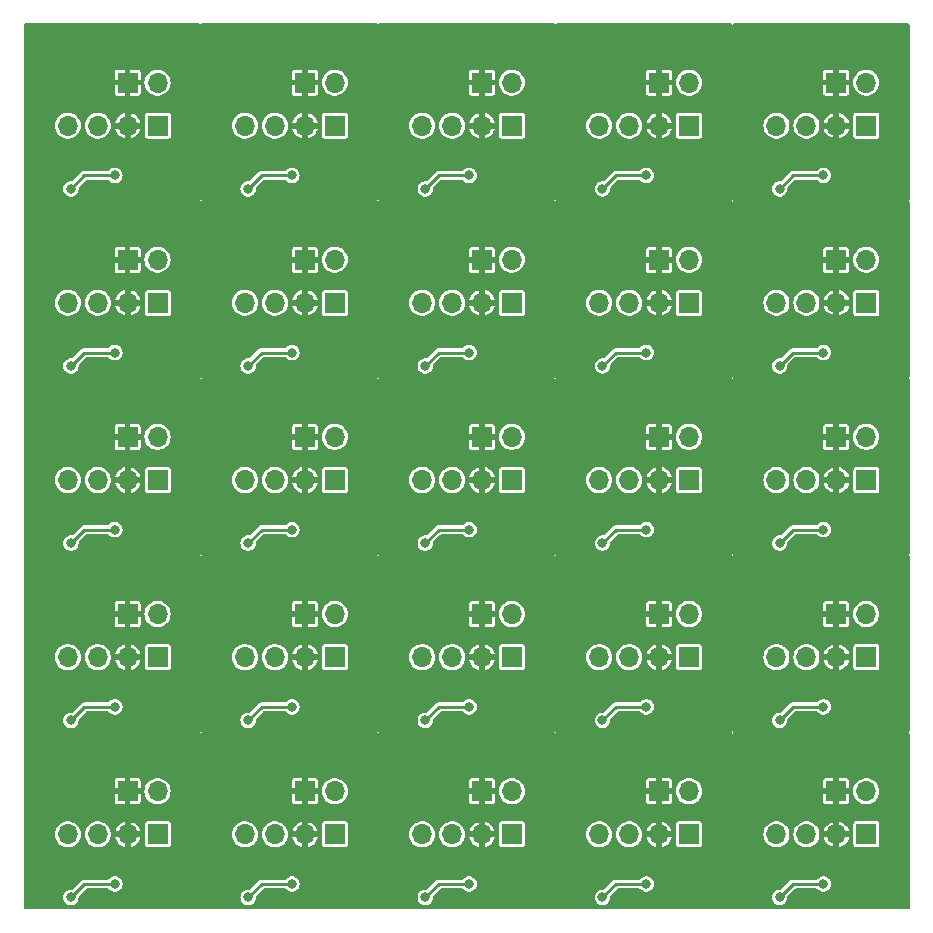
<source format=gbr>
%TF.GenerationSoftware,KiCad,Pcbnew,7.0.1*%
%TF.CreationDate,2025-01-22T18:11:29-05:00*%
%TF.ProjectId,TrackRingA-panel,54726163-6b52-4696-9e67-412d70616e65,rev?*%
%TF.SameCoordinates,Original*%
%TF.FileFunction,Copper,L2,Bot*%
%TF.FilePolarity,Positive*%
%FSLAX46Y46*%
G04 Gerber Fmt 4.6, Leading zero omitted, Abs format (unit mm)*
G04 Created by KiCad (PCBNEW 7.0.1) date 2025-01-22 18:11:29*
%MOMM*%
%LPD*%
G01*
G04 APERTURE LIST*
%TA.AperFunction,ComponentPad*%
%ADD10R,1.700000X1.700000*%
%TD*%
%TA.AperFunction,ComponentPad*%
%ADD11O,1.700000X1.700000*%
%TD*%
%TA.AperFunction,ViaPad*%
%ADD12C,0.800000*%
%TD*%
%TA.AperFunction,Conductor*%
%ADD13C,0.250000*%
%TD*%
G04 APERTURE END LIST*
D10*
%TO.P,J2,1,Pin_1*%
%TO.N,Board_0-GND*%
X119790000Y-25000000D03*
D11*
%TO.P,J2,2,Pin_2*%
%TO.N,Board_0-/VCC*%
X122330000Y-25000000D03*
%TD*%
D10*
%TO.P,J2,1,Pin_1*%
%TO.N,Board_1-GND*%
X134790000Y-25000000D03*
D11*
%TO.P,J2,2,Pin_2*%
%TO.N,Board_1-/VCC*%
X137330000Y-25000000D03*
%TD*%
D10*
%TO.P,J2,1,Pin_1*%
%TO.N,Board_6-GND*%
X134790000Y-40000000D03*
D11*
%TO.P,J2,2,Pin_2*%
%TO.N,Board_6-/VCC*%
X137330000Y-40000000D03*
%TD*%
D10*
%TO.P,J2,1,Pin_1*%
%TO.N,Board_19-GND*%
X179790000Y-70000000D03*
D11*
%TO.P,J2,2,Pin_2*%
%TO.N,Board_19-/VCC*%
X182330000Y-70000000D03*
%TD*%
D10*
%TO.P,J2,1,Pin_1*%
%TO.N,Board_8-GND*%
X164790000Y-40000000D03*
D11*
%TO.P,J2,2,Pin_2*%
%TO.N,Board_8-/VCC*%
X167330000Y-40000000D03*
%TD*%
D10*
%TO.P,J2,1,Pin_1*%
%TO.N,Board_3-GND*%
X164790000Y-25000000D03*
D11*
%TO.P,J2,2,Pin_2*%
%TO.N,Board_3-/VCC*%
X167330000Y-25000000D03*
%TD*%
D10*
%TO.P,J2,1,Pin_1*%
%TO.N,Board_5-GND*%
X119790000Y-40000000D03*
D11*
%TO.P,J2,2,Pin_2*%
%TO.N,Board_5-/VCC*%
X122330000Y-40000000D03*
%TD*%
D10*
%TO.P,J2,1,Pin_1*%
%TO.N,Board_7-GND*%
X149790000Y-40000000D03*
D11*
%TO.P,J2,2,Pin_2*%
%TO.N,Board_7-/VCC*%
X152330000Y-40000000D03*
%TD*%
D10*
%TO.P,J2,1,Pin_1*%
%TO.N,Board_4-GND*%
X179790000Y-25000000D03*
D11*
%TO.P,J2,2,Pin_2*%
%TO.N,Board_4-/VCC*%
X182330000Y-25000000D03*
%TD*%
D10*
%TO.P,J2,1,Pin_1*%
%TO.N,Board_9-GND*%
X179790000Y-40000000D03*
D11*
%TO.P,J2,2,Pin_2*%
%TO.N,Board_9-/VCC*%
X182330000Y-40000000D03*
%TD*%
D10*
%TO.P,J2,1,Pin_1*%
%TO.N,Board_18-GND*%
X164790000Y-70000000D03*
D11*
%TO.P,J2,2,Pin_2*%
%TO.N,Board_18-/VCC*%
X167330000Y-70000000D03*
%TD*%
D10*
%TO.P,J2,1,Pin_1*%
%TO.N,Board_14-GND*%
X179790000Y-55000000D03*
D11*
%TO.P,J2,2,Pin_2*%
%TO.N,Board_14-/VCC*%
X182330000Y-55000000D03*
%TD*%
D10*
%TO.P,J2,1,Pin_1*%
%TO.N,Board_20-GND*%
X119790000Y-85000000D03*
D11*
%TO.P,J2,2,Pin_2*%
%TO.N,Board_20-/VCC*%
X122330000Y-85000000D03*
%TD*%
D10*
%TO.P,J2,1,Pin_1*%
%TO.N,Board_15-GND*%
X119790000Y-70000000D03*
D11*
%TO.P,J2,2,Pin_2*%
%TO.N,Board_15-/VCC*%
X122330000Y-70000000D03*
%TD*%
D10*
%TO.P,J2,1,Pin_1*%
%TO.N,Board_2-GND*%
X149790000Y-25000000D03*
D11*
%TO.P,J2,2,Pin_2*%
%TO.N,Board_2-/VCC*%
X152330000Y-25000000D03*
%TD*%
D10*
%TO.P,J2,1,Pin_1*%
%TO.N,Board_13-GND*%
X164790000Y-55000000D03*
D11*
%TO.P,J2,2,Pin_2*%
%TO.N,Board_13-/VCC*%
X167330000Y-55000000D03*
%TD*%
D10*
%TO.P,J2,1,Pin_1*%
%TO.N,Board_12-GND*%
X149790000Y-55000000D03*
D11*
%TO.P,J2,2,Pin_2*%
%TO.N,Board_12-/VCC*%
X152330000Y-55000000D03*
%TD*%
D10*
%TO.P,J2,1,Pin_1*%
%TO.N,Board_11-GND*%
X134790000Y-55000000D03*
D11*
%TO.P,J2,2,Pin_2*%
%TO.N,Board_11-/VCC*%
X137330000Y-55000000D03*
%TD*%
D10*
%TO.P,J2,1,Pin_1*%
%TO.N,Board_16-GND*%
X134790000Y-70000000D03*
D11*
%TO.P,J2,2,Pin_2*%
%TO.N,Board_16-/VCC*%
X137330000Y-70000000D03*
%TD*%
D10*
%TO.P,J2,1,Pin_1*%
%TO.N,Board_17-GND*%
X149790000Y-70000000D03*
D11*
%TO.P,J2,2,Pin_2*%
%TO.N,Board_17-/VCC*%
X152330000Y-70000000D03*
%TD*%
D10*
%TO.P,J2,1,Pin_1*%
%TO.N,Board_23-GND*%
X164790000Y-85000000D03*
D11*
%TO.P,J2,2,Pin_2*%
%TO.N,Board_23-/VCC*%
X167330000Y-85000000D03*
%TD*%
D10*
%TO.P,J2,1,Pin_1*%
%TO.N,Board_10-GND*%
X119790000Y-55000000D03*
D11*
%TO.P,J2,2,Pin_2*%
%TO.N,Board_10-/VCC*%
X122330000Y-55000000D03*
%TD*%
D10*
%TO.P,J2,1,Pin_1*%
%TO.N,Board_24-GND*%
X179790000Y-85000000D03*
D11*
%TO.P,J2,2,Pin_2*%
%TO.N,Board_24-/VCC*%
X182330000Y-85000000D03*
%TD*%
D10*
%TO.P,J2,1,Pin_1*%
%TO.N,Board_21-GND*%
X134790000Y-85000000D03*
D11*
%TO.P,J2,2,Pin_2*%
%TO.N,Board_21-/VCC*%
X137330000Y-85000000D03*
%TD*%
D10*
%TO.P,J2,1,Pin_1*%
%TO.N,Board_22-GND*%
X149790000Y-85000000D03*
D11*
%TO.P,J2,2,Pin_2*%
%TO.N,Board_22-/VCC*%
X152330000Y-85000000D03*
%TD*%
D10*
%TO.P,J1,1,Pin_1*%
%TO.N,Board_4-/VCC*%
X182350000Y-28650000D03*
D11*
%TO.P,J1,2,Pin_2*%
%TO.N,Board_4-GND*%
X179810000Y-28650000D03*
%TO.P,J1,3,Pin_3*%
%TO.N,Board_4-/SDA*%
X177270000Y-28650000D03*
%TO.P,J1,4,Pin_4*%
%TO.N,Board_4-/SCL*%
X174730000Y-28650000D03*
%TD*%
D10*
%TO.P,J1,1,Pin_1*%
%TO.N,Board_0-/VCC*%
X122350000Y-28650000D03*
D11*
%TO.P,J1,2,Pin_2*%
%TO.N,Board_0-GND*%
X119810000Y-28650000D03*
%TO.P,J1,3,Pin_3*%
%TO.N,Board_0-/SDA*%
X117270000Y-28650000D03*
%TO.P,J1,4,Pin_4*%
%TO.N,Board_0-/SCL*%
X114730000Y-28650000D03*
%TD*%
D10*
%TO.P,J1,1,Pin_1*%
%TO.N,Board_8-/VCC*%
X167350000Y-43650000D03*
D11*
%TO.P,J1,2,Pin_2*%
%TO.N,Board_8-GND*%
X164810000Y-43650000D03*
%TO.P,J1,3,Pin_3*%
%TO.N,Board_8-/SDA*%
X162270000Y-43650000D03*
%TO.P,J1,4,Pin_4*%
%TO.N,Board_8-/SCL*%
X159730000Y-43650000D03*
%TD*%
D10*
%TO.P,J1,1,Pin_1*%
%TO.N,Board_1-/VCC*%
X137350000Y-28650000D03*
D11*
%TO.P,J1,2,Pin_2*%
%TO.N,Board_1-GND*%
X134810000Y-28650000D03*
%TO.P,J1,3,Pin_3*%
%TO.N,Board_1-/SDA*%
X132270000Y-28650000D03*
%TO.P,J1,4,Pin_4*%
%TO.N,Board_1-/SCL*%
X129730000Y-28650000D03*
%TD*%
D10*
%TO.P,J1,1,Pin_1*%
%TO.N,Board_7-/VCC*%
X152350000Y-43650000D03*
D11*
%TO.P,J1,2,Pin_2*%
%TO.N,Board_7-GND*%
X149810000Y-43650000D03*
%TO.P,J1,3,Pin_3*%
%TO.N,Board_7-/SDA*%
X147270000Y-43650000D03*
%TO.P,J1,4,Pin_4*%
%TO.N,Board_7-/SCL*%
X144730000Y-43650000D03*
%TD*%
D10*
%TO.P,J1,1,Pin_1*%
%TO.N,Board_3-/VCC*%
X167350000Y-28650000D03*
D11*
%TO.P,J1,2,Pin_2*%
%TO.N,Board_3-GND*%
X164810000Y-28650000D03*
%TO.P,J1,3,Pin_3*%
%TO.N,Board_3-/SDA*%
X162270000Y-28650000D03*
%TO.P,J1,4,Pin_4*%
%TO.N,Board_3-/SCL*%
X159730000Y-28650000D03*
%TD*%
D10*
%TO.P,J1,1,Pin_1*%
%TO.N,Board_9-/VCC*%
X182350000Y-43650000D03*
D11*
%TO.P,J1,2,Pin_2*%
%TO.N,Board_9-GND*%
X179810000Y-43650000D03*
%TO.P,J1,3,Pin_3*%
%TO.N,Board_9-/SDA*%
X177270000Y-43650000D03*
%TO.P,J1,4,Pin_4*%
%TO.N,Board_9-/SCL*%
X174730000Y-43650000D03*
%TD*%
D10*
%TO.P,J1,1,Pin_1*%
%TO.N,Board_18-/VCC*%
X167350000Y-73650000D03*
D11*
%TO.P,J1,2,Pin_2*%
%TO.N,Board_18-GND*%
X164810000Y-73650000D03*
%TO.P,J1,3,Pin_3*%
%TO.N,Board_18-/SDA*%
X162270000Y-73650000D03*
%TO.P,J1,4,Pin_4*%
%TO.N,Board_18-/SCL*%
X159730000Y-73650000D03*
%TD*%
D10*
%TO.P,J1,1,Pin_1*%
%TO.N,Board_5-/VCC*%
X122350000Y-43650000D03*
D11*
%TO.P,J1,2,Pin_2*%
%TO.N,Board_5-GND*%
X119810000Y-43650000D03*
%TO.P,J1,3,Pin_3*%
%TO.N,Board_5-/SDA*%
X117270000Y-43650000D03*
%TO.P,J1,4,Pin_4*%
%TO.N,Board_5-/SCL*%
X114730000Y-43650000D03*
%TD*%
D10*
%TO.P,J1,1,Pin_1*%
%TO.N,Board_13-/VCC*%
X167350000Y-58650000D03*
D11*
%TO.P,J1,2,Pin_2*%
%TO.N,Board_13-GND*%
X164810000Y-58650000D03*
%TO.P,J1,3,Pin_3*%
%TO.N,Board_13-/SDA*%
X162270000Y-58650000D03*
%TO.P,J1,4,Pin_4*%
%TO.N,Board_13-/SCL*%
X159730000Y-58650000D03*
%TD*%
D10*
%TO.P,J1,1,Pin_1*%
%TO.N,Board_16-/VCC*%
X137350000Y-73650000D03*
D11*
%TO.P,J1,2,Pin_2*%
%TO.N,Board_16-GND*%
X134810000Y-73650000D03*
%TO.P,J1,3,Pin_3*%
%TO.N,Board_16-/SDA*%
X132270000Y-73650000D03*
%TO.P,J1,4,Pin_4*%
%TO.N,Board_16-/SCL*%
X129730000Y-73650000D03*
%TD*%
D10*
%TO.P,J1,1,Pin_1*%
%TO.N,Board_15-/VCC*%
X122350000Y-73650000D03*
D11*
%TO.P,J1,2,Pin_2*%
%TO.N,Board_15-GND*%
X119810000Y-73650000D03*
%TO.P,J1,3,Pin_3*%
%TO.N,Board_15-/SDA*%
X117270000Y-73650000D03*
%TO.P,J1,4,Pin_4*%
%TO.N,Board_15-/SCL*%
X114730000Y-73650000D03*
%TD*%
D10*
%TO.P,J1,1,Pin_1*%
%TO.N,Board_6-/VCC*%
X137350000Y-43650000D03*
D11*
%TO.P,J1,2,Pin_2*%
%TO.N,Board_6-GND*%
X134810000Y-43650000D03*
%TO.P,J1,3,Pin_3*%
%TO.N,Board_6-/SDA*%
X132270000Y-43650000D03*
%TO.P,J1,4,Pin_4*%
%TO.N,Board_6-/SCL*%
X129730000Y-43650000D03*
%TD*%
D10*
%TO.P,J1,1,Pin_1*%
%TO.N,Board_14-/VCC*%
X182350000Y-58650000D03*
D11*
%TO.P,J1,2,Pin_2*%
%TO.N,Board_14-GND*%
X179810000Y-58650000D03*
%TO.P,J1,3,Pin_3*%
%TO.N,Board_14-/SDA*%
X177270000Y-58650000D03*
%TO.P,J1,4,Pin_4*%
%TO.N,Board_14-/SCL*%
X174730000Y-58650000D03*
%TD*%
D10*
%TO.P,J1,1,Pin_1*%
%TO.N,Board_23-/VCC*%
X167350000Y-88650000D03*
D11*
%TO.P,J1,2,Pin_2*%
%TO.N,Board_23-GND*%
X164810000Y-88650000D03*
%TO.P,J1,3,Pin_3*%
%TO.N,Board_23-/SDA*%
X162270000Y-88650000D03*
%TO.P,J1,4,Pin_4*%
%TO.N,Board_23-/SCL*%
X159730000Y-88650000D03*
%TD*%
D10*
%TO.P,J1,1,Pin_1*%
%TO.N,Board_19-/VCC*%
X182350000Y-73650000D03*
D11*
%TO.P,J1,2,Pin_2*%
%TO.N,Board_19-GND*%
X179810000Y-73650000D03*
%TO.P,J1,3,Pin_3*%
%TO.N,Board_19-/SDA*%
X177270000Y-73650000D03*
%TO.P,J1,4,Pin_4*%
%TO.N,Board_19-/SCL*%
X174730000Y-73650000D03*
%TD*%
D10*
%TO.P,J1,1,Pin_1*%
%TO.N,Board_17-/VCC*%
X152350000Y-73650000D03*
D11*
%TO.P,J1,2,Pin_2*%
%TO.N,Board_17-GND*%
X149810000Y-73650000D03*
%TO.P,J1,3,Pin_3*%
%TO.N,Board_17-/SDA*%
X147270000Y-73650000D03*
%TO.P,J1,4,Pin_4*%
%TO.N,Board_17-/SCL*%
X144730000Y-73650000D03*
%TD*%
D10*
%TO.P,J1,1,Pin_1*%
%TO.N,Board_10-/VCC*%
X122350000Y-58650000D03*
D11*
%TO.P,J1,2,Pin_2*%
%TO.N,Board_10-GND*%
X119810000Y-58650000D03*
%TO.P,J1,3,Pin_3*%
%TO.N,Board_10-/SDA*%
X117270000Y-58650000D03*
%TO.P,J1,4,Pin_4*%
%TO.N,Board_10-/SCL*%
X114730000Y-58650000D03*
%TD*%
D10*
%TO.P,J1,1,Pin_1*%
%TO.N,Board_11-/VCC*%
X137350000Y-58650000D03*
D11*
%TO.P,J1,2,Pin_2*%
%TO.N,Board_11-GND*%
X134810000Y-58650000D03*
%TO.P,J1,3,Pin_3*%
%TO.N,Board_11-/SDA*%
X132270000Y-58650000D03*
%TO.P,J1,4,Pin_4*%
%TO.N,Board_11-/SCL*%
X129730000Y-58650000D03*
%TD*%
D10*
%TO.P,J1,1,Pin_1*%
%TO.N,Board_12-/VCC*%
X152350000Y-58650000D03*
D11*
%TO.P,J1,2,Pin_2*%
%TO.N,Board_12-GND*%
X149810000Y-58650000D03*
%TO.P,J1,3,Pin_3*%
%TO.N,Board_12-/SDA*%
X147270000Y-58650000D03*
%TO.P,J1,4,Pin_4*%
%TO.N,Board_12-/SCL*%
X144730000Y-58650000D03*
%TD*%
D10*
%TO.P,J1,1,Pin_1*%
%TO.N,Board_24-/VCC*%
X182350000Y-88650000D03*
D11*
%TO.P,J1,2,Pin_2*%
%TO.N,Board_24-GND*%
X179810000Y-88650000D03*
%TO.P,J1,3,Pin_3*%
%TO.N,Board_24-/SDA*%
X177270000Y-88650000D03*
%TO.P,J1,4,Pin_4*%
%TO.N,Board_24-/SCL*%
X174730000Y-88650000D03*
%TD*%
D10*
%TO.P,J1,1,Pin_1*%
%TO.N,Board_21-/VCC*%
X137350000Y-88650000D03*
D11*
%TO.P,J1,2,Pin_2*%
%TO.N,Board_21-GND*%
X134810000Y-88650000D03*
%TO.P,J1,3,Pin_3*%
%TO.N,Board_21-/SDA*%
X132270000Y-88650000D03*
%TO.P,J1,4,Pin_4*%
%TO.N,Board_21-/SCL*%
X129730000Y-88650000D03*
%TD*%
D10*
%TO.P,J1,1,Pin_1*%
%TO.N,Board_2-/VCC*%
X152350000Y-28650000D03*
D11*
%TO.P,J1,2,Pin_2*%
%TO.N,Board_2-GND*%
X149810000Y-28650000D03*
%TO.P,J1,3,Pin_3*%
%TO.N,Board_2-/SDA*%
X147270000Y-28650000D03*
%TO.P,J1,4,Pin_4*%
%TO.N,Board_2-/SCL*%
X144730000Y-28650000D03*
%TD*%
D10*
%TO.P,J1,1,Pin_1*%
%TO.N,Board_20-/VCC*%
X122350000Y-88650000D03*
D11*
%TO.P,J1,2,Pin_2*%
%TO.N,Board_20-GND*%
X119810000Y-88650000D03*
%TO.P,J1,3,Pin_3*%
%TO.N,Board_20-/SDA*%
X117270000Y-88650000D03*
%TO.P,J1,4,Pin_4*%
%TO.N,Board_20-/SCL*%
X114730000Y-88650000D03*
%TD*%
D10*
%TO.P,J1,1,Pin_1*%
%TO.N,Board_22-/VCC*%
X152350000Y-88650000D03*
D11*
%TO.P,J1,2,Pin_2*%
%TO.N,Board_22-GND*%
X149810000Y-88650000D03*
%TO.P,J1,3,Pin_3*%
%TO.N,Board_22-/SDA*%
X147270000Y-88650000D03*
%TO.P,J1,4,Pin_4*%
%TO.N,Board_22-/SCL*%
X144730000Y-88650000D03*
%TD*%
D12*
%TO.N,Board_0-/VCC*%
X115000000Y-34000000D03*
X118710500Y-32859098D03*
%TO.N,Board_0-GND*%
X118477701Y-33997299D03*
X120905523Y-32940121D03*
X123800000Y-31000000D03*
X118487182Y-31801780D03*
X119500000Y-22400000D03*
X123250000Y-34175000D03*
%TO.N,Board_1-/VCC*%
X130000000Y-34000000D03*
X133710500Y-32859098D03*
%TO.N,Board_1-GND*%
X133477701Y-33997299D03*
X135905523Y-32940121D03*
X138800000Y-31000000D03*
X133487182Y-31801780D03*
X134500000Y-22400000D03*
X138250000Y-34175000D03*
%TO.N,Board_2-/VCC*%
X145000000Y-34000000D03*
X148710500Y-32859098D03*
%TO.N,Board_2-GND*%
X148477701Y-33997299D03*
X150905523Y-32940121D03*
X153800000Y-31000000D03*
X148487182Y-31801780D03*
X149500000Y-22400000D03*
X153250000Y-34175000D03*
%TO.N,Board_3-/VCC*%
X160000000Y-34000000D03*
X163710500Y-32859098D03*
%TO.N,Board_3-GND*%
X163477701Y-33997299D03*
X165905523Y-32940121D03*
X168800000Y-31000000D03*
X163487182Y-31801780D03*
X164500000Y-22400000D03*
X168250000Y-34175000D03*
%TO.N,Board_4-/VCC*%
X175000000Y-34000000D03*
X178710500Y-32859098D03*
%TO.N,Board_4-GND*%
X178477701Y-33997299D03*
X180905523Y-32940121D03*
X183800000Y-31000000D03*
X178487182Y-31801780D03*
X179500000Y-22400000D03*
X183250000Y-34175000D03*
%TO.N,Board_5-/VCC*%
X115000000Y-49000000D03*
X118710500Y-47859098D03*
%TO.N,Board_5-GND*%
X118477701Y-48997299D03*
X120905523Y-47940121D03*
X123800000Y-46000000D03*
X118487182Y-46801780D03*
X119500000Y-37400000D03*
X123250000Y-49175000D03*
%TO.N,Board_6-/VCC*%
X130000000Y-49000000D03*
X133710500Y-47859098D03*
%TO.N,Board_6-GND*%
X133477701Y-48997299D03*
X135905523Y-47940121D03*
X138800000Y-46000000D03*
X133487182Y-46801780D03*
X134500000Y-37400000D03*
X138250000Y-49175000D03*
%TO.N,Board_7-/VCC*%
X145000000Y-49000000D03*
X148710500Y-47859098D03*
%TO.N,Board_7-GND*%
X148477701Y-48997299D03*
X150905523Y-47940121D03*
X153800000Y-46000000D03*
X148487182Y-46801780D03*
X149500000Y-37400000D03*
X153250000Y-49175000D03*
%TO.N,Board_8-/VCC*%
X160000000Y-49000000D03*
X163710500Y-47859098D03*
%TO.N,Board_8-GND*%
X163477701Y-48997299D03*
X165905523Y-47940121D03*
X168800000Y-46000000D03*
X163487182Y-46801780D03*
X164500000Y-37400000D03*
X168250000Y-49175000D03*
%TO.N,Board_9-/VCC*%
X175000000Y-49000000D03*
X178710500Y-47859098D03*
%TO.N,Board_9-GND*%
X178477701Y-48997299D03*
X180905523Y-47940121D03*
X183800000Y-46000000D03*
X178487182Y-46801780D03*
X179500000Y-37400000D03*
X183250000Y-49175000D03*
%TO.N,Board_10-/VCC*%
X115000000Y-64000000D03*
X118710500Y-62859098D03*
%TO.N,Board_10-GND*%
X118477701Y-63997299D03*
X120905523Y-62940121D03*
X123800000Y-61000000D03*
X118487182Y-61801780D03*
X119500000Y-52400000D03*
X123250000Y-64175000D03*
%TO.N,Board_11-/VCC*%
X130000000Y-64000000D03*
X133710500Y-62859098D03*
%TO.N,Board_11-GND*%
X133477701Y-63997299D03*
X135905523Y-62940121D03*
X138800000Y-61000000D03*
X133487182Y-61801780D03*
X134500000Y-52400000D03*
X138250000Y-64175000D03*
%TO.N,Board_12-/VCC*%
X145000000Y-64000000D03*
X148710500Y-62859098D03*
%TO.N,Board_12-GND*%
X148477701Y-63997299D03*
X150905523Y-62940121D03*
X153800000Y-61000000D03*
X148487182Y-61801780D03*
X149500000Y-52400000D03*
X153250000Y-64175000D03*
%TO.N,Board_13-/VCC*%
X160000000Y-64000000D03*
X163710500Y-62859098D03*
%TO.N,Board_13-GND*%
X163477701Y-63997299D03*
X165905523Y-62940121D03*
X168800000Y-61000000D03*
X163487182Y-61801780D03*
X164500000Y-52400000D03*
X168250000Y-64175000D03*
%TO.N,Board_14-/VCC*%
X175000000Y-64000000D03*
X178710500Y-62859098D03*
%TO.N,Board_14-GND*%
X178477701Y-63997299D03*
X180905523Y-62940121D03*
X183800000Y-61000000D03*
X178487182Y-61801780D03*
X179500000Y-52400000D03*
X183250000Y-64175000D03*
%TO.N,Board_15-/VCC*%
X115000000Y-79000000D03*
X118710500Y-77859098D03*
%TO.N,Board_15-GND*%
X118477701Y-78997299D03*
X120905523Y-77940121D03*
X123800000Y-76000000D03*
X118487182Y-76801780D03*
X119500000Y-67400000D03*
X123250000Y-79175000D03*
%TO.N,Board_16-/VCC*%
X130000000Y-79000000D03*
X133710500Y-77859098D03*
%TO.N,Board_16-GND*%
X133477701Y-78997299D03*
X135905523Y-77940121D03*
X138800000Y-76000000D03*
X133487182Y-76801780D03*
X134500000Y-67400000D03*
X138250000Y-79175000D03*
%TO.N,Board_17-/VCC*%
X145000000Y-79000000D03*
X148710500Y-77859098D03*
%TO.N,Board_17-GND*%
X148477701Y-78997299D03*
X150905523Y-77940121D03*
X153800000Y-76000000D03*
X148487182Y-76801780D03*
X149500000Y-67400000D03*
X153250000Y-79175000D03*
%TO.N,Board_18-/VCC*%
X160000000Y-79000000D03*
X163710500Y-77859098D03*
%TO.N,Board_18-GND*%
X163477701Y-78997299D03*
X165905523Y-77940121D03*
X168800000Y-76000000D03*
X163487182Y-76801780D03*
X164500000Y-67400000D03*
X168250000Y-79175000D03*
%TO.N,Board_19-/VCC*%
X175000000Y-79000000D03*
X178710500Y-77859098D03*
%TO.N,Board_19-GND*%
X178477701Y-78997299D03*
X180905523Y-77940121D03*
X183800000Y-76000000D03*
X178487182Y-76801780D03*
X179500000Y-67400000D03*
X183250000Y-79175000D03*
%TO.N,Board_20-/VCC*%
X115000000Y-94000000D03*
X118710500Y-92859098D03*
%TO.N,Board_20-GND*%
X118477701Y-93997299D03*
X120905523Y-92940121D03*
X123800000Y-91000000D03*
X118487182Y-91801780D03*
X119500000Y-82400000D03*
X123250000Y-94175000D03*
%TO.N,Board_21-/VCC*%
X130000000Y-94000000D03*
X133710500Y-92859098D03*
%TO.N,Board_21-GND*%
X133477701Y-93997299D03*
X135905523Y-92940121D03*
X138800000Y-91000000D03*
X133487182Y-91801780D03*
X134500000Y-82400000D03*
X138250000Y-94175000D03*
%TO.N,Board_22-/VCC*%
X145000000Y-94000000D03*
X148710500Y-92859098D03*
%TO.N,Board_22-GND*%
X148477701Y-93997299D03*
X150905523Y-92940121D03*
X153800000Y-91000000D03*
X148487182Y-91801780D03*
X149500000Y-82400000D03*
X153250000Y-94175000D03*
%TO.N,Board_23-/VCC*%
X160000000Y-94000000D03*
X163710500Y-92859098D03*
%TO.N,Board_23-GND*%
X163477701Y-93997299D03*
X165905523Y-92940121D03*
X168800000Y-91000000D03*
X163487182Y-91801780D03*
X164500000Y-82400000D03*
X168250000Y-94175000D03*
%TO.N,Board_24-/VCC*%
X175000000Y-94000000D03*
X178710500Y-92859098D03*
%TO.N,Board_24-GND*%
X178477701Y-93997299D03*
X180905523Y-92940121D03*
X183800000Y-91000000D03*
X178487182Y-91801780D03*
X179500000Y-82400000D03*
X183250000Y-94175000D03*
%TD*%
D13*
%TO.N,Board_0-/VCC*%
X116140902Y-32859098D02*
X118710500Y-32859098D01*
X115000000Y-34000000D02*
X116140902Y-32859098D01*
%TO.N,Board_1-/VCC*%
X131140902Y-32859098D02*
X133710500Y-32859098D01*
X130000000Y-34000000D02*
X131140902Y-32859098D01*
%TO.N,Board_2-/VCC*%
X146140902Y-32859098D02*
X148710500Y-32859098D01*
X145000000Y-34000000D02*
X146140902Y-32859098D01*
%TO.N,Board_3-/VCC*%
X161140902Y-32859098D02*
X163710500Y-32859098D01*
X160000000Y-34000000D02*
X161140902Y-32859098D01*
%TO.N,Board_4-/VCC*%
X176140902Y-32859098D02*
X178710500Y-32859098D01*
X175000000Y-34000000D02*
X176140902Y-32859098D01*
%TO.N,Board_5-/VCC*%
X116140902Y-47859098D02*
X118710500Y-47859098D01*
X115000000Y-49000000D02*
X116140902Y-47859098D01*
%TO.N,Board_6-/VCC*%
X131140902Y-47859098D02*
X133710500Y-47859098D01*
X130000000Y-49000000D02*
X131140902Y-47859098D01*
%TO.N,Board_7-/VCC*%
X146140902Y-47859098D02*
X148710500Y-47859098D01*
X145000000Y-49000000D02*
X146140902Y-47859098D01*
%TO.N,Board_8-/VCC*%
X161140902Y-47859098D02*
X163710500Y-47859098D01*
X160000000Y-49000000D02*
X161140902Y-47859098D01*
%TO.N,Board_9-/VCC*%
X176140902Y-47859098D02*
X178710500Y-47859098D01*
X175000000Y-49000000D02*
X176140902Y-47859098D01*
%TO.N,Board_10-/VCC*%
X116140902Y-62859098D02*
X118710500Y-62859098D01*
X115000000Y-64000000D02*
X116140902Y-62859098D01*
%TO.N,Board_11-/VCC*%
X131140902Y-62859098D02*
X133710500Y-62859098D01*
X130000000Y-64000000D02*
X131140902Y-62859098D01*
%TO.N,Board_12-/VCC*%
X146140902Y-62859098D02*
X148710500Y-62859098D01*
X145000000Y-64000000D02*
X146140902Y-62859098D01*
%TO.N,Board_13-/VCC*%
X161140902Y-62859098D02*
X163710500Y-62859098D01*
X160000000Y-64000000D02*
X161140902Y-62859098D01*
%TO.N,Board_14-/VCC*%
X176140902Y-62859098D02*
X178710500Y-62859098D01*
X175000000Y-64000000D02*
X176140902Y-62859098D01*
%TO.N,Board_15-/VCC*%
X116140902Y-77859098D02*
X118710500Y-77859098D01*
X115000000Y-79000000D02*
X116140902Y-77859098D01*
%TO.N,Board_16-/VCC*%
X131140902Y-77859098D02*
X133710500Y-77859098D01*
X130000000Y-79000000D02*
X131140902Y-77859098D01*
%TO.N,Board_17-/VCC*%
X146140902Y-77859098D02*
X148710500Y-77859098D01*
X145000000Y-79000000D02*
X146140902Y-77859098D01*
%TO.N,Board_18-/VCC*%
X161140902Y-77859098D02*
X163710500Y-77859098D01*
X160000000Y-79000000D02*
X161140902Y-77859098D01*
%TO.N,Board_19-/VCC*%
X176140902Y-77859098D02*
X178710500Y-77859098D01*
X175000000Y-79000000D02*
X176140902Y-77859098D01*
%TO.N,Board_20-/VCC*%
X116140902Y-92859098D02*
X118710500Y-92859098D01*
X115000000Y-94000000D02*
X116140902Y-92859098D01*
%TO.N,Board_21-/VCC*%
X131140902Y-92859098D02*
X133710500Y-92859098D01*
X130000000Y-94000000D02*
X131140902Y-92859098D01*
%TO.N,Board_22-/VCC*%
X146140902Y-92859098D02*
X148710500Y-92859098D01*
X145000000Y-94000000D02*
X146140902Y-92859098D01*
%TO.N,Board_23-/VCC*%
X161140902Y-92859098D02*
X163710500Y-92859098D01*
X160000000Y-94000000D02*
X161140902Y-92859098D01*
%TO.N,Board_24-/VCC*%
X176140902Y-92859098D02*
X178710500Y-92859098D01*
X175000000Y-94000000D02*
X176140902Y-92859098D01*
%TD*%
%TA.AperFunction,Conductor*%
%TO.N,Board_22-GND*%
G36*
X155937500Y-80017113D02*
G01*
X155982887Y-80062500D01*
X155999500Y-80124500D01*
X155999500Y-94875500D01*
X155982887Y-94937500D01*
X155937500Y-94982887D01*
X155875500Y-94999500D01*
X141124500Y-94999500D01*
X141062500Y-94982887D01*
X141017113Y-94937500D01*
X141000500Y-94875500D01*
X141000500Y-94000000D01*
X144344721Y-94000000D01*
X144363763Y-94156818D01*
X144419780Y-94304523D01*
X144509515Y-94434528D01*
X144509516Y-94434529D01*
X144509517Y-94434530D01*
X144627760Y-94539283D01*
X144767635Y-94612696D01*
X144921015Y-94650500D01*
X145078985Y-94650500D01*
X145232365Y-94612696D01*
X145372240Y-94539283D01*
X145490483Y-94434530D01*
X145580220Y-94304523D01*
X145636237Y-94156818D01*
X145655278Y-94000000D01*
X145649102Y-93949143D01*
X145654980Y-93893751D01*
X145684515Y-93846520D01*
X146260119Y-93270917D01*
X146300348Y-93244037D01*
X146347801Y-93234598D01*
X148114192Y-93234598D01*
X148171819Y-93248802D01*
X148216243Y-93288160D01*
X148220015Y-93293626D01*
X148220016Y-93293627D01*
X148220017Y-93293628D01*
X148338260Y-93398381D01*
X148478135Y-93471794D01*
X148631515Y-93509598D01*
X148789485Y-93509598D01*
X148942865Y-93471794D01*
X149082740Y-93398381D01*
X149200983Y-93293628D01*
X149290720Y-93163621D01*
X149346737Y-93015916D01*
X149365778Y-92859098D01*
X149346737Y-92702280D01*
X149290720Y-92554575D01*
X149231924Y-92469394D01*
X149200984Y-92424569D01*
X149200983Y-92424568D01*
X149082740Y-92319815D01*
X149069494Y-92312862D01*
X148942864Y-92246401D01*
X148789485Y-92208598D01*
X148631515Y-92208598D01*
X148478135Y-92246401D01*
X148338261Y-92319814D01*
X148220015Y-92424569D01*
X148216243Y-92430036D01*
X148171819Y-92469394D01*
X148114192Y-92483598D01*
X146192707Y-92483598D01*
X146167261Y-92480959D01*
X146156635Y-92478731D01*
X146156634Y-92478731D01*
X146138760Y-92480959D01*
X146125225Y-92482646D01*
X146109888Y-92483598D01*
X146109786Y-92483598D01*
X146089301Y-92487016D01*
X146084234Y-92487755D01*
X146024469Y-92495205D01*
X146024214Y-92495287D01*
X145971272Y-92523936D01*
X145966722Y-92526278D01*
X145912617Y-92552730D01*
X145912407Y-92552886D01*
X145871621Y-92597191D01*
X145868074Y-92600887D01*
X145155780Y-93313181D01*
X145115552Y-93340061D01*
X145068099Y-93349500D01*
X144921015Y-93349500D01*
X144767635Y-93387303D01*
X144627761Y-93460716D01*
X144509515Y-93565471D01*
X144419780Y-93695476D01*
X144363763Y-93843181D01*
X144344721Y-94000000D01*
X141000500Y-94000000D01*
X141000500Y-88650000D01*
X143624785Y-88650000D01*
X143643602Y-88853083D01*
X143699418Y-89049251D01*
X143790324Y-89231818D01*
X143913236Y-89394580D01*
X144063958Y-89531981D01*
X144237361Y-89639347D01*
X144237363Y-89639348D01*
X144427544Y-89713024D01*
X144628024Y-89750500D01*
X144831974Y-89750500D01*
X144831976Y-89750500D01*
X145032456Y-89713024D01*
X145222637Y-89639348D01*
X145396041Y-89531981D01*
X145546764Y-89394579D01*
X145669673Y-89231821D01*
X145669673Y-89231819D01*
X145669675Y-89231818D01*
X145715313Y-89140161D01*
X145760582Y-89049250D01*
X145816397Y-88853083D01*
X145835215Y-88650000D01*
X146164785Y-88650000D01*
X146183602Y-88853083D01*
X146239418Y-89049251D01*
X146330324Y-89231818D01*
X146453236Y-89394580D01*
X146603958Y-89531981D01*
X146777361Y-89639347D01*
X146777363Y-89639348D01*
X146967544Y-89713024D01*
X147168024Y-89750500D01*
X147371974Y-89750500D01*
X147371976Y-89750500D01*
X147572456Y-89713024D01*
X147762637Y-89639348D01*
X147936041Y-89531981D01*
X148086764Y-89394579D01*
X148209673Y-89231821D01*
X148209673Y-89231819D01*
X148209675Y-89231818D01*
X148255313Y-89140161D01*
X148300582Y-89049250D01*
X148343048Y-88900000D01*
X148737472Y-88900000D01*
X148779886Y-89049069D01*
X148870751Y-89231553D01*
X148993607Y-89394241D01*
X149144259Y-89531578D01*
X149317588Y-89638899D01*
X149507679Y-89712539D01*
X149560000Y-89722320D01*
X149560000Y-88900000D01*
X150060000Y-88900000D01*
X150060000Y-89722320D01*
X150112320Y-89712539D01*
X150302411Y-89638899D01*
X150475740Y-89531578D01*
X150483312Y-89524675D01*
X151249500Y-89524675D01*
X151264033Y-89597738D01*
X151264033Y-89597739D01*
X151264034Y-89597740D01*
X151319399Y-89680601D01*
X151402260Y-89735966D01*
X151438793Y-89743233D01*
X151475325Y-89750500D01*
X151475326Y-89750500D01*
X153224674Y-89750500D01*
X153224675Y-89750500D01*
X153249029Y-89745655D01*
X153297740Y-89735966D01*
X153380601Y-89680601D01*
X153435966Y-89597740D01*
X153450500Y-89524674D01*
X153450500Y-87775326D01*
X153449126Y-87768421D01*
X153435966Y-87702261D01*
X153435966Y-87702260D01*
X153380601Y-87619399D01*
X153297740Y-87564034D01*
X153297739Y-87564033D01*
X153297738Y-87564033D01*
X153224675Y-87549500D01*
X153224674Y-87549500D01*
X151475326Y-87549500D01*
X151475325Y-87549500D01*
X151402261Y-87564033D01*
X151319399Y-87619399D01*
X151264033Y-87702261D01*
X151249500Y-87775325D01*
X151249500Y-89524675D01*
X150483312Y-89524675D01*
X150626392Y-89394241D01*
X150749248Y-89231553D01*
X150840113Y-89049069D01*
X150882528Y-88900000D01*
X150060000Y-88900000D01*
X149560000Y-88900000D01*
X148737472Y-88900000D01*
X148343048Y-88900000D01*
X148356397Y-88853083D01*
X148375215Y-88650000D01*
X148356397Y-88446917D01*
X148343048Y-88399999D01*
X148737471Y-88399999D01*
X148737472Y-88400000D01*
X149560000Y-88400000D01*
X149560000Y-87577680D01*
X150060000Y-87577680D01*
X150060000Y-88400000D01*
X150882528Y-88400000D01*
X150882528Y-88399999D01*
X150840113Y-88250930D01*
X150749248Y-88068446D01*
X150626392Y-87905758D01*
X150475740Y-87768421D01*
X150302411Y-87661100D01*
X150112320Y-87587460D01*
X150060000Y-87577680D01*
X149560000Y-87577680D01*
X149507679Y-87587460D01*
X149317588Y-87661100D01*
X149144259Y-87768421D01*
X148993607Y-87905758D01*
X148870751Y-88068446D01*
X148779886Y-88250930D01*
X148737471Y-88399999D01*
X148343048Y-88399999D01*
X148300582Y-88250750D01*
X148300209Y-88250001D01*
X148209675Y-88068181D01*
X148086763Y-87905419D01*
X147936041Y-87768018D01*
X147762638Y-87660652D01*
X147572457Y-87586976D01*
X147449726Y-87564034D01*
X147371976Y-87549500D01*
X147168024Y-87549500D01*
X147090279Y-87564033D01*
X146967542Y-87586976D01*
X146777361Y-87660652D01*
X146603958Y-87768018D01*
X146453236Y-87905419D01*
X146330324Y-88068181D01*
X146239418Y-88250748D01*
X146183602Y-88446916D01*
X146164785Y-88650000D01*
X145835215Y-88650000D01*
X145816397Y-88446917D01*
X145760582Y-88250750D01*
X145760209Y-88250001D01*
X145669675Y-88068181D01*
X145546763Y-87905419D01*
X145396041Y-87768018D01*
X145222638Y-87660652D01*
X145032457Y-87586976D01*
X144909726Y-87564034D01*
X144831976Y-87549500D01*
X144628024Y-87549500D01*
X144550279Y-87564033D01*
X144427542Y-87586976D01*
X144237361Y-87660652D01*
X144063958Y-87768018D01*
X143913236Y-87905419D01*
X143790324Y-88068181D01*
X143699418Y-88250748D01*
X143643602Y-88446916D01*
X143624785Y-88650000D01*
X141000500Y-88650000D01*
X141000500Y-85250000D01*
X148690000Y-85250000D01*
X148690000Y-85874625D01*
X148704504Y-85947543D01*
X148759760Y-86030239D01*
X148842456Y-86085495D01*
X148915375Y-86100000D01*
X149540000Y-86100000D01*
X149540000Y-85250000D01*
X150040000Y-85250000D01*
X150040000Y-86100000D01*
X150664625Y-86100000D01*
X150737543Y-86085495D01*
X150820239Y-86030239D01*
X150875495Y-85947543D01*
X150890000Y-85874625D01*
X150890000Y-85250000D01*
X150040000Y-85250000D01*
X149540000Y-85250000D01*
X148690000Y-85250000D01*
X141000500Y-85250000D01*
X141000500Y-84999999D01*
X151224785Y-84999999D01*
X151243602Y-85203083D01*
X151299418Y-85399251D01*
X151390324Y-85581818D01*
X151513236Y-85744580D01*
X151663958Y-85881981D01*
X151769845Y-85947543D01*
X151837363Y-85989348D01*
X152027544Y-86063024D01*
X152228024Y-86100500D01*
X152431974Y-86100500D01*
X152431976Y-86100500D01*
X152632456Y-86063024D01*
X152822637Y-85989348D01*
X152996041Y-85881981D01*
X153146764Y-85744579D01*
X153269673Y-85581821D01*
X153269673Y-85581819D01*
X153269675Y-85581818D01*
X153315313Y-85490161D01*
X153360582Y-85399250D01*
X153416397Y-85203083D01*
X153435215Y-85000000D01*
X153416397Y-84796917D01*
X153360582Y-84600750D01*
X153360209Y-84600001D01*
X153269675Y-84418181D01*
X153146763Y-84255419D01*
X152996041Y-84118018D01*
X152822638Y-84010652D01*
X152632457Y-83936976D01*
X152565629Y-83924484D01*
X152431976Y-83899500D01*
X152228024Y-83899500D01*
X152127784Y-83918237D01*
X152027542Y-83936976D01*
X151837361Y-84010652D01*
X151663958Y-84118018D01*
X151513236Y-84255419D01*
X151390324Y-84418181D01*
X151299418Y-84600748D01*
X151243602Y-84796916D01*
X151224785Y-84999999D01*
X141000500Y-84999999D01*
X141000500Y-84750000D01*
X148690000Y-84750000D01*
X149540000Y-84750000D01*
X149540000Y-83900000D01*
X150040000Y-83900000D01*
X150040000Y-84750000D01*
X150890000Y-84750000D01*
X150890000Y-84125375D01*
X150875495Y-84052456D01*
X150820239Y-83969760D01*
X150737543Y-83914504D01*
X150664625Y-83900000D01*
X150040000Y-83900000D01*
X149540000Y-83900000D01*
X148915375Y-83900000D01*
X148842456Y-83914504D01*
X148759760Y-83969760D01*
X148704504Y-84052456D01*
X148690000Y-84125375D01*
X148690000Y-84750000D01*
X141000500Y-84750000D01*
X141000500Y-80124500D01*
X141017113Y-80062500D01*
X141062500Y-80017113D01*
X141124500Y-80000500D01*
X155875500Y-80000500D01*
X155937500Y-80017113D01*
G37*
%TD.AperFunction*%
%TD*%
%TA.AperFunction,Conductor*%
%TO.N,Board_3-GND*%
G36*
X170937500Y-20017113D02*
G01*
X170982887Y-20062500D01*
X170999500Y-20124500D01*
X170999500Y-34875500D01*
X170982887Y-34937500D01*
X170937500Y-34982887D01*
X170875500Y-34999500D01*
X156124500Y-34999500D01*
X156062500Y-34982887D01*
X156017113Y-34937500D01*
X156000500Y-34875500D01*
X156000500Y-34000000D01*
X159344721Y-34000000D01*
X159363763Y-34156818D01*
X159419780Y-34304523D01*
X159509515Y-34434528D01*
X159509516Y-34434529D01*
X159509517Y-34434530D01*
X159627760Y-34539283D01*
X159767635Y-34612696D01*
X159921015Y-34650500D01*
X160078985Y-34650500D01*
X160232365Y-34612696D01*
X160372240Y-34539283D01*
X160490483Y-34434530D01*
X160580220Y-34304523D01*
X160636237Y-34156818D01*
X160655278Y-34000000D01*
X160649102Y-33949143D01*
X160654980Y-33893751D01*
X160684515Y-33846520D01*
X161260119Y-33270917D01*
X161300348Y-33244037D01*
X161347801Y-33234598D01*
X163114192Y-33234598D01*
X163171819Y-33248802D01*
X163216243Y-33288160D01*
X163220015Y-33293626D01*
X163220016Y-33293627D01*
X163220017Y-33293628D01*
X163338260Y-33398381D01*
X163478135Y-33471794D01*
X163631515Y-33509598D01*
X163789485Y-33509598D01*
X163942865Y-33471794D01*
X164082740Y-33398381D01*
X164200983Y-33293628D01*
X164290720Y-33163621D01*
X164346737Y-33015916D01*
X164365778Y-32859098D01*
X164346737Y-32702280D01*
X164290720Y-32554575D01*
X164231924Y-32469394D01*
X164200984Y-32424569D01*
X164200983Y-32424568D01*
X164082740Y-32319815D01*
X164069494Y-32312862D01*
X163942864Y-32246401D01*
X163789485Y-32208598D01*
X163631515Y-32208598D01*
X163478135Y-32246401D01*
X163338261Y-32319814D01*
X163220015Y-32424569D01*
X163216243Y-32430036D01*
X163171819Y-32469394D01*
X163114192Y-32483598D01*
X161192707Y-32483598D01*
X161167261Y-32480959D01*
X161156635Y-32478731D01*
X161156634Y-32478731D01*
X161138760Y-32480959D01*
X161125225Y-32482646D01*
X161109888Y-32483598D01*
X161109786Y-32483598D01*
X161089301Y-32487016D01*
X161084234Y-32487755D01*
X161024469Y-32495205D01*
X161024214Y-32495287D01*
X160971272Y-32523936D01*
X160966722Y-32526278D01*
X160912617Y-32552730D01*
X160912407Y-32552886D01*
X160871621Y-32597191D01*
X160868074Y-32600887D01*
X160155780Y-33313181D01*
X160115552Y-33340061D01*
X160068099Y-33349500D01*
X159921015Y-33349500D01*
X159767635Y-33387303D01*
X159627761Y-33460716D01*
X159509515Y-33565471D01*
X159419780Y-33695476D01*
X159363763Y-33843181D01*
X159344721Y-34000000D01*
X156000500Y-34000000D01*
X156000500Y-28650000D01*
X158624785Y-28650000D01*
X158643602Y-28853083D01*
X158699418Y-29049251D01*
X158790324Y-29231818D01*
X158913236Y-29394580D01*
X159063958Y-29531981D01*
X159237361Y-29639347D01*
X159237363Y-29639348D01*
X159427544Y-29713024D01*
X159628024Y-29750500D01*
X159831974Y-29750500D01*
X159831976Y-29750500D01*
X160032456Y-29713024D01*
X160222637Y-29639348D01*
X160396041Y-29531981D01*
X160546764Y-29394579D01*
X160669673Y-29231821D01*
X160669673Y-29231819D01*
X160669675Y-29231818D01*
X160715313Y-29140161D01*
X160760582Y-29049250D01*
X160816397Y-28853083D01*
X160835215Y-28650000D01*
X161164785Y-28650000D01*
X161183602Y-28853083D01*
X161239418Y-29049251D01*
X161330324Y-29231818D01*
X161453236Y-29394580D01*
X161603958Y-29531981D01*
X161777361Y-29639347D01*
X161777363Y-29639348D01*
X161967544Y-29713024D01*
X162168024Y-29750500D01*
X162371974Y-29750500D01*
X162371976Y-29750500D01*
X162572456Y-29713024D01*
X162762637Y-29639348D01*
X162936041Y-29531981D01*
X163086764Y-29394579D01*
X163209673Y-29231821D01*
X163209673Y-29231819D01*
X163209675Y-29231818D01*
X163255313Y-29140161D01*
X163300582Y-29049250D01*
X163343048Y-28900000D01*
X163737472Y-28900000D01*
X163779886Y-29049069D01*
X163870751Y-29231553D01*
X163993607Y-29394241D01*
X164144259Y-29531578D01*
X164317588Y-29638899D01*
X164507679Y-29712539D01*
X164560000Y-29722320D01*
X164560000Y-28900000D01*
X165060000Y-28900000D01*
X165060000Y-29722320D01*
X165112320Y-29712539D01*
X165302411Y-29638899D01*
X165475740Y-29531578D01*
X165483312Y-29524675D01*
X166249500Y-29524675D01*
X166264033Y-29597738D01*
X166264033Y-29597739D01*
X166264034Y-29597740D01*
X166319399Y-29680601D01*
X166402260Y-29735966D01*
X166438793Y-29743233D01*
X166475325Y-29750500D01*
X166475326Y-29750500D01*
X168224674Y-29750500D01*
X168224675Y-29750500D01*
X168249029Y-29745655D01*
X168297740Y-29735966D01*
X168380601Y-29680601D01*
X168435966Y-29597740D01*
X168450500Y-29524674D01*
X168450500Y-27775326D01*
X168449126Y-27768421D01*
X168435966Y-27702261D01*
X168435966Y-27702260D01*
X168380601Y-27619399D01*
X168297740Y-27564034D01*
X168297739Y-27564033D01*
X168297738Y-27564033D01*
X168224675Y-27549500D01*
X168224674Y-27549500D01*
X166475326Y-27549500D01*
X166475325Y-27549500D01*
X166402261Y-27564033D01*
X166319399Y-27619399D01*
X166264033Y-27702261D01*
X166249500Y-27775325D01*
X166249500Y-29524675D01*
X165483312Y-29524675D01*
X165626392Y-29394241D01*
X165749248Y-29231553D01*
X165840113Y-29049069D01*
X165882528Y-28900000D01*
X165060000Y-28900000D01*
X164560000Y-28900000D01*
X163737472Y-28900000D01*
X163343048Y-28900000D01*
X163356397Y-28853083D01*
X163375215Y-28650000D01*
X163356397Y-28446917D01*
X163343048Y-28399999D01*
X163737471Y-28399999D01*
X163737472Y-28400000D01*
X164560000Y-28400000D01*
X164560000Y-27577680D01*
X165060000Y-27577680D01*
X165060000Y-28400000D01*
X165882528Y-28400000D01*
X165882528Y-28399999D01*
X165840113Y-28250930D01*
X165749248Y-28068446D01*
X165626392Y-27905758D01*
X165475740Y-27768421D01*
X165302411Y-27661100D01*
X165112320Y-27587460D01*
X165060000Y-27577680D01*
X164560000Y-27577680D01*
X164507679Y-27587460D01*
X164317588Y-27661100D01*
X164144259Y-27768421D01*
X163993607Y-27905758D01*
X163870751Y-28068446D01*
X163779886Y-28250930D01*
X163737471Y-28399999D01*
X163343048Y-28399999D01*
X163300582Y-28250750D01*
X163300209Y-28250001D01*
X163209675Y-28068181D01*
X163086763Y-27905419D01*
X162936041Y-27768018D01*
X162762638Y-27660652D01*
X162572457Y-27586976D01*
X162449726Y-27564034D01*
X162371976Y-27549500D01*
X162168024Y-27549500D01*
X162090279Y-27564033D01*
X161967542Y-27586976D01*
X161777361Y-27660652D01*
X161603958Y-27768018D01*
X161453236Y-27905419D01*
X161330324Y-28068181D01*
X161239418Y-28250748D01*
X161183602Y-28446916D01*
X161164785Y-28650000D01*
X160835215Y-28650000D01*
X160816397Y-28446917D01*
X160760582Y-28250750D01*
X160760209Y-28250001D01*
X160669675Y-28068181D01*
X160546763Y-27905419D01*
X160396041Y-27768018D01*
X160222638Y-27660652D01*
X160032457Y-27586976D01*
X159909726Y-27564034D01*
X159831976Y-27549500D01*
X159628024Y-27549500D01*
X159550279Y-27564033D01*
X159427542Y-27586976D01*
X159237361Y-27660652D01*
X159063958Y-27768018D01*
X158913236Y-27905419D01*
X158790324Y-28068181D01*
X158699418Y-28250748D01*
X158643602Y-28446916D01*
X158624785Y-28650000D01*
X156000500Y-28650000D01*
X156000500Y-25250000D01*
X163690000Y-25250000D01*
X163690000Y-25874625D01*
X163704504Y-25947543D01*
X163759760Y-26030239D01*
X163842456Y-26085495D01*
X163915375Y-26100000D01*
X164540000Y-26100000D01*
X164540000Y-25250000D01*
X165040000Y-25250000D01*
X165040000Y-26100000D01*
X165664625Y-26100000D01*
X165737543Y-26085495D01*
X165820239Y-26030239D01*
X165875495Y-25947543D01*
X165890000Y-25874625D01*
X165890000Y-25250000D01*
X165040000Y-25250000D01*
X164540000Y-25250000D01*
X163690000Y-25250000D01*
X156000500Y-25250000D01*
X156000500Y-24999999D01*
X166224785Y-24999999D01*
X166243602Y-25203083D01*
X166299418Y-25399251D01*
X166390324Y-25581818D01*
X166513236Y-25744580D01*
X166663958Y-25881981D01*
X166769845Y-25947543D01*
X166837363Y-25989348D01*
X167027544Y-26063024D01*
X167228024Y-26100500D01*
X167431974Y-26100500D01*
X167431976Y-26100500D01*
X167632456Y-26063024D01*
X167822637Y-25989348D01*
X167996041Y-25881981D01*
X168146764Y-25744579D01*
X168269673Y-25581821D01*
X168269673Y-25581819D01*
X168269675Y-25581818D01*
X168315313Y-25490161D01*
X168360582Y-25399250D01*
X168416397Y-25203083D01*
X168435215Y-25000000D01*
X168416397Y-24796917D01*
X168360582Y-24600750D01*
X168360209Y-24600001D01*
X168269675Y-24418181D01*
X168146763Y-24255419D01*
X167996041Y-24118018D01*
X167822638Y-24010652D01*
X167632457Y-23936976D01*
X167565629Y-23924484D01*
X167431976Y-23899500D01*
X167228024Y-23899500D01*
X167127784Y-23918237D01*
X167027542Y-23936976D01*
X166837361Y-24010652D01*
X166663958Y-24118018D01*
X166513236Y-24255419D01*
X166390324Y-24418181D01*
X166299418Y-24600748D01*
X166243602Y-24796916D01*
X166224785Y-24999999D01*
X156000500Y-24999999D01*
X156000500Y-24750000D01*
X163690000Y-24750000D01*
X164540000Y-24750000D01*
X164540000Y-23900000D01*
X165040000Y-23900000D01*
X165040000Y-24750000D01*
X165890000Y-24750000D01*
X165890000Y-24125375D01*
X165875495Y-24052456D01*
X165820239Y-23969760D01*
X165737543Y-23914504D01*
X165664625Y-23900000D01*
X165040000Y-23900000D01*
X164540000Y-23900000D01*
X163915375Y-23900000D01*
X163842456Y-23914504D01*
X163759760Y-23969760D01*
X163704504Y-24052456D01*
X163690000Y-24125375D01*
X163690000Y-24750000D01*
X156000500Y-24750000D01*
X156000500Y-20124500D01*
X156017113Y-20062500D01*
X156062500Y-20017113D01*
X156124500Y-20000500D01*
X170875500Y-20000500D01*
X170937500Y-20017113D01*
G37*
%TD.AperFunction*%
%TD*%
%TA.AperFunction,Conductor*%
%TO.N,Board_19-GND*%
G36*
X185937500Y-65017113D02*
G01*
X185982887Y-65062500D01*
X185999500Y-65124500D01*
X185999500Y-79875500D01*
X185982887Y-79937500D01*
X185937500Y-79982887D01*
X185875500Y-79999500D01*
X171124500Y-79999500D01*
X171062500Y-79982887D01*
X171017113Y-79937500D01*
X171000500Y-79875500D01*
X171000500Y-79000000D01*
X174344721Y-79000000D01*
X174363763Y-79156818D01*
X174419780Y-79304523D01*
X174509515Y-79434528D01*
X174509516Y-79434529D01*
X174509517Y-79434530D01*
X174627760Y-79539283D01*
X174767635Y-79612696D01*
X174921015Y-79650500D01*
X175078985Y-79650500D01*
X175232365Y-79612696D01*
X175372240Y-79539283D01*
X175490483Y-79434530D01*
X175580220Y-79304523D01*
X175636237Y-79156818D01*
X175655278Y-79000000D01*
X175649102Y-78949143D01*
X175654980Y-78893751D01*
X175684515Y-78846520D01*
X176260119Y-78270917D01*
X176300348Y-78244037D01*
X176347801Y-78234598D01*
X178114192Y-78234598D01*
X178171819Y-78248802D01*
X178216243Y-78288160D01*
X178220015Y-78293626D01*
X178220016Y-78293627D01*
X178220017Y-78293628D01*
X178338260Y-78398381D01*
X178478135Y-78471794D01*
X178631515Y-78509598D01*
X178789485Y-78509598D01*
X178942865Y-78471794D01*
X179082740Y-78398381D01*
X179200983Y-78293628D01*
X179290720Y-78163621D01*
X179346737Y-78015916D01*
X179365778Y-77859098D01*
X179346737Y-77702280D01*
X179290720Y-77554575D01*
X179231924Y-77469394D01*
X179200984Y-77424569D01*
X179200983Y-77424568D01*
X179082740Y-77319815D01*
X179069494Y-77312862D01*
X178942864Y-77246401D01*
X178789485Y-77208598D01*
X178631515Y-77208598D01*
X178478135Y-77246401D01*
X178338261Y-77319814D01*
X178220015Y-77424569D01*
X178216243Y-77430036D01*
X178171819Y-77469394D01*
X178114192Y-77483598D01*
X176192707Y-77483598D01*
X176167261Y-77480959D01*
X176156635Y-77478731D01*
X176156634Y-77478731D01*
X176138760Y-77480959D01*
X176125225Y-77482646D01*
X176109888Y-77483598D01*
X176109786Y-77483598D01*
X176089301Y-77487016D01*
X176084234Y-77487755D01*
X176024469Y-77495205D01*
X176024214Y-77495287D01*
X175971272Y-77523936D01*
X175966722Y-77526278D01*
X175912617Y-77552730D01*
X175912407Y-77552886D01*
X175871621Y-77597191D01*
X175868074Y-77600887D01*
X175155780Y-78313181D01*
X175115552Y-78340061D01*
X175068099Y-78349500D01*
X174921015Y-78349500D01*
X174767635Y-78387303D01*
X174627761Y-78460716D01*
X174509515Y-78565471D01*
X174419780Y-78695476D01*
X174363763Y-78843181D01*
X174344721Y-79000000D01*
X171000500Y-79000000D01*
X171000500Y-73650000D01*
X173624785Y-73650000D01*
X173643602Y-73853083D01*
X173699418Y-74049251D01*
X173790324Y-74231818D01*
X173913236Y-74394580D01*
X174063958Y-74531981D01*
X174237361Y-74639347D01*
X174237363Y-74639348D01*
X174427544Y-74713024D01*
X174628024Y-74750500D01*
X174831974Y-74750500D01*
X174831976Y-74750500D01*
X175032456Y-74713024D01*
X175222637Y-74639348D01*
X175396041Y-74531981D01*
X175546764Y-74394579D01*
X175669673Y-74231821D01*
X175669673Y-74231819D01*
X175669675Y-74231818D01*
X175715313Y-74140161D01*
X175760582Y-74049250D01*
X175816397Y-73853083D01*
X175835215Y-73650000D01*
X176164785Y-73650000D01*
X176183602Y-73853083D01*
X176239418Y-74049251D01*
X176330324Y-74231818D01*
X176453236Y-74394580D01*
X176603958Y-74531981D01*
X176777361Y-74639347D01*
X176777363Y-74639348D01*
X176967544Y-74713024D01*
X177168024Y-74750500D01*
X177371974Y-74750500D01*
X177371976Y-74750500D01*
X177572456Y-74713024D01*
X177762637Y-74639348D01*
X177936041Y-74531981D01*
X178086764Y-74394579D01*
X178209673Y-74231821D01*
X178209673Y-74231819D01*
X178209675Y-74231818D01*
X178255313Y-74140161D01*
X178300582Y-74049250D01*
X178343048Y-73900000D01*
X178737472Y-73900000D01*
X178779886Y-74049069D01*
X178870751Y-74231553D01*
X178993607Y-74394241D01*
X179144259Y-74531578D01*
X179317588Y-74638899D01*
X179507679Y-74712539D01*
X179560000Y-74722320D01*
X179560000Y-73900000D01*
X180060000Y-73900000D01*
X180060000Y-74722320D01*
X180112320Y-74712539D01*
X180302411Y-74638899D01*
X180475740Y-74531578D01*
X180483312Y-74524675D01*
X181249500Y-74524675D01*
X181264033Y-74597738D01*
X181264033Y-74597739D01*
X181264034Y-74597740D01*
X181319399Y-74680601D01*
X181402260Y-74735966D01*
X181438793Y-74743233D01*
X181475325Y-74750500D01*
X181475326Y-74750500D01*
X183224674Y-74750500D01*
X183224675Y-74750500D01*
X183249029Y-74745655D01*
X183297740Y-74735966D01*
X183380601Y-74680601D01*
X183435966Y-74597740D01*
X183450500Y-74524674D01*
X183450500Y-72775326D01*
X183449126Y-72768421D01*
X183435966Y-72702261D01*
X183435966Y-72702260D01*
X183380601Y-72619399D01*
X183297740Y-72564034D01*
X183297739Y-72564033D01*
X183297738Y-72564033D01*
X183224675Y-72549500D01*
X183224674Y-72549500D01*
X181475326Y-72549500D01*
X181475325Y-72549500D01*
X181402261Y-72564033D01*
X181319399Y-72619399D01*
X181264033Y-72702261D01*
X181249500Y-72775325D01*
X181249500Y-74524675D01*
X180483312Y-74524675D01*
X180626392Y-74394241D01*
X180749248Y-74231553D01*
X180840113Y-74049069D01*
X180882528Y-73900000D01*
X180060000Y-73900000D01*
X179560000Y-73900000D01*
X178737472Y-73900000D01*
X178343048Y-73900000D01*
X178356397Y-73853083D01*
X178375215Y-73650000D01*
X178356397Y-73446917D01*
X178343048Y-73399999D01*
X178737471Y-73399999D01*
X178737472Y-73400000D01*
X179560000Y-73400000D01*
X179560000Y-72577680D01*
X180060000Y-72577680D01*
X180060000Y-73400000D01*
X180882528Y-73400000D01*
X180882528Y-73399999D01*
X180840113Y-73250930D01*
X180749248Y-73068446D01*
X180626392Y-72905758D01*
X180475740Y-72768421D01*
X180302411Y-72661100D01*
X180112320Y-72587460D01*
X180060000Y-72577680D01*
X179560000Y-72577680D01*
X179507679Y-72587460D01*
X179317588Y-72661100D01*
X179144259Y-72768421D01*
X178993607Y-72905758D01*
X178870751Y-73068446D01*
X178779886Y-73250930D01*
X178737471Y-73399999D01*
X178343048Y-73399999D01*
X178300582Y-73250750D01*
X178300209Y-73250001D01*
X178209675Y-73068181D01*
X178086763Y-72905419D01*
X177936041Y-72768018D01*
X177762638Y-72660652D01*
X177572457Y-72586976D01*
X177449726Y-72564034D01*
X177371976Y-72549500D01*
X177168024Y-72549500D01*
X177090279Y-72564033D01*
X176967542Y-72586976D01*
X176777361Y-72660652D01*
X176603958Y-72768018D01*
X176453236Y-72905419D01*
X176330324Y-73068181D01*
X176239418Y-73250748D01*
X176183602Y-73446916D01*
X176164785Y-73650000D01*
X175835215Y-73650000D01*
X175816397Y-73446917D01*
X175760582Y-73250750D01*
X175760209Y-73250001D01*
X175669675Y-73068181D01*
X175546763Y-72905419D01*
X175396041Y-72768018D01*
X175222638Y-72660652D01*
X175032457Y-72586976D01*
X174909726Y-72564034D01*
X174831976Y-72549500D01*
X174628024Y-72549500D01*
X174550279Y-72564033D01*
X174427542Y-72586976D01*
X174237361Y-72660652D01*
X174063958Y-72768018D01*
X173913236Y-72905419D01*
X173790324Y-73068181D01*
X173699418Y-73250748D01*
X173643602Y-73446916D01*
X173624785Y-73650000D01*
X171000500Y-73650000D01*
X171000500Y-70250000D01*
X178690000Y-70250000D01*
X178690000Y-70874625D01*
X178704504Y-70947543D01*
X178759760Y-71030239D01*
X178842456Y-71085495D01*
X178915375Y-71100000D01*
X179540000Y-71100000D01*
X179540000Y-70250000D01*
X180040000Y-70250000D01*
X180040000Y-71100000D01*
X180664625Y-71100000D01*
X180737543Y-71085495D01*
X180820239Y-71030239D01*
X180875495Y-70947543D01*
X180890000Y-70874625D01*
X180890000Y-70250000D01*
X180040000Y-70250000D01*
X179540000Y-70250000D01*
X178690000Y-70250000D01*
X171000500Y-70250000D01*
X171000500Y-69999999D01*
X181224785Y-69999999D01*
X181243602Y-70203083D01*
X181299418Y-70399251D01*
X181390324Y-70581818D01*
X181513236Y-70744580D01*
X181663958Y-70881981D01*
X181769845Y-70947543D01*
X181837363Y-70989348D01*
X182027544Y-71063024D01*
X182228024Y-71100500D01*
X182431974Y-71100500D01*
X182431976Y-71100500D01*
X182632456Y-71063024D01*
X182822637Y-70989348D01*
X182996041Y-70881981D01*
X183146764Y-70744579D01*
X183269673Y-70581821D01*
X183269673Y-70581819D01*
X183269675Y-70581818D01*
X183315313Y-70490161D01*
X183360582Y-70399250D01*
X183416397Y-70203083D01*
X183435215Y-70000000D01*
X183416397Y-69796917D01*
X183360582Y-69600750D01*
X183360209Y-69600001D01*
X183269675Y-69418181D01*
X183146763Y-69255419D01*
X182996041Y-69118018D01*
X182822638Y-69010652D01*
X182632457Y-68936976D01*
X182565629Y-68924484D01*
X182431976Y-68899500D01*
X182228024Y-68899500D01*
X182127784Y-68918237D01*
X182027542Y-68936976D01*
X181837361Y-69010652D01*
X181663958Y-69118018D01*
X181513236Y-69255419D01*
X181390324Y-69418181D01*
X181299418Y-69600748D01*
X181243602Y-69796916D01*
X181224785Y-69999999D01*
X171000500Y-69999999D01*
X171000500Y-69750000D01*
X178690000Y-69750000D01*
X179540000Y-69750000D01*
X179540000Y-68900000D01*
X180040000Y-68900000D01*
X180040000Y-69750000D01*
X180890000Y-69750000D01*
X180890000Y-69125375D01*
X180875495Y-69052456D01*
X180820239Y-68969760D01*
X180737543Y-68914504D01*
X180664625Y-68900000D01*
X180040000Y-68900000D01*
X179540000Y-68900000D01*
X178915375Y-68900000D01*
X178842456Y-68914504D01*
X178759760Y-68969760D01*
X178704504Y-69052456D01*
X178690000Y-69125375D01*
X178690000Y-69750000D01*
X171000500Y-69750000D01*
X171000500Y-65124500D01*
X171017113Y-65062500D01*
X171062500Y-65017113D01*
X171124500Y-65000500D01*
X185875500Y-65000500D01*
X185937500Y-65017113D01*
G37*
%TD.AperFunction*%
%TD*%
%TA.AperFunction,Conductor*%
%TO.N,Board_10-GND*%
G36*
X125937500Y-50017113D02*
G01*
X125982887Y-50062500D01*
X125999500Y-50124500D01*
X125999500Y-64875500D01*
X125982887Y-64937500D01*
X125937500Y-64982887D01*
X125875500Y-64999500D01*
X111124500Y-64999500D01*
X111062500Y-64982887D01*
X111017113Y-64937500D01*
X111000500Y-64875500D01*
X111000500Y-64000000D01*
X114344721Y-64000000D01*
X114363763Y-64156818D01*
X114419780Y-64304523D01*
X114509515Y-64434528D01*
X114509516Y-64434529D01*
X114509517Y-64434530D01*
X114627760Y-64539283D01*
X114767635Y-64612696D01*
X114921015Y-64650500D01*
X115078985Y-64650500D01*
X115232365Y-64612696D01*
X115372240Y-64539283D01*
X115490483Y-64434530D01*
X115580220Y-64304523D01*
X115636237Y-64156818D01*
X115655278Y-64000000D01*
X115649102Y-63949143D01*
X115654980Y-63893751D01*
X115684515Y-63846520D01*
X116260119Y-63270917D01*
X116300348Y-63244037D01*
X116347801Y-63234598D01*
X118114192Y-63234598D01*
X118171819Y-63248802D01*
X118216243Y-63288160D01*
X118220015Y-63293626D01*
X118220016Y-63293627D01*
X118220017Y-63293628D01*
X118338260Y-63398381D01*
X118478135Y-63471794D01*
X118631515Y-63509598D01*
X118789485Y-63509598D01*
X118942865Y-63471794D01*
X119082740Y-63398381D01*
X119200983Y-63293628D01*
X119290720Y-63163621D01*
X119346737Y-63015916D01*
X119365778Y-62859098D01*
X119346737Y-62702280D01*
X119290720Y-62554575D01*
X119231924Y-62469394D01*
X119200984Y-62424569D01*
X119200983Y-62424568D01*
X119082740Y-62319815D01*
X119069494Y-62312862D01*
X118942864Y-62246401D01*
X118789485Y-62208598D01*
X118631515Y-62208598D01*
X118478135Y-62246401D01*
X118338261Y-62319814D01*
X118220015Y-62424569D01*
X118216243Y-62430036D01*
X118171819Y-62469394D01*
X118114192Y-62483598D01*
X116192707Y-62483598D01*
X116167261Y-62480959D01*
X116156635Y-62478731D01*
X116156634Y-62478731D01*
X116138760Y-62480959D01*
X116125225Y-62482646D01*
X116109888Y-62483598D01*
X116109786Y-62483598D01*
X116089301Y-62487016D01*
X116084234Y-62487755D01*
X116024469Y-62495205D01*
X116024214Y-62495287D01*
X115971272Y-62523936D01*
X115966722Y-62526278D01*
X115912617Y-62552730D01*
X115912407Y-62552886D01*
X115871621Y-62597191D01*
X115868074Y-62600887D01*
X115155780Y-63313181D01*
X115115552Y-63340061D01*
X115068099Y-63349500D01*
X114921015Y-63349500D01*
X114767635Y-63387303D01*
X114627761Y-63460716D01*
X114509515Y-63565471D01*
X114419780Y-63695476D01*
X114363763Y-63843181D01*
X114344721Y-64000000D01*
X111000500Y-64000000D01*
X111000500Y-58650000D01*
X113624785Y-58650000D01*
X113643602Y-58853083D01*
X113699418Y-59049251D01*
X113790324Y-59231818D01*
X113913236Y-59394580D01*
X114063958Y-59531981D01*
X114237361Y-59639347D01*
X114237363Y-59639348D01*
X114427544Y-59713024D01*
X114628024Y-59750500D01*
X114831974Y-59750500D01*
X114831976Y-59750500D01*
X115032456Y-59713024D01*
X115222637Y-59639348D01*
X115396041Y-59531981D01*
X115546764Y-59394579D01*
X115669673Y-59231821D01*
X115669673Y-59231819D01*
X115669675Y-59231818D01*
X115715313Y-59140161D01*
X115760582Y-59049250D01*
X115816397Y-58853083D01*
X115835215Y-58650000D01*
X116164785Y-58650000D01*
X116183602Y-58853083D01*
X116239418Y-59049251D01*
X116330324Y-59231818D01*
X116453236Y-59394580D01*
X116603958Y-59531981D01*
X116777361Y-59639347D01*
X116777363Y-59639348D01*
X116967544Y-59713024D01*
X117168024Y-59750500D01*
X117371974Y-59750500D01*
X117371976Y-59750500D01*
X117572456Y-59713024D01*
X117762637Y-59639348D01*
X117936041Y-59531981D01*
X118086764Y-59394579D01*
X118209673Y-59231821D01*
X118209673Y-59231819D01*
X118209675Y-59231818D01*
X118255313Y-59140161D01*
X118300582Y-59049250D01*
X118343048Y-58900000D01*
X118737472Y-58900000D01*
X118779886Y-59049069D01*
X118870751Y-59231553D01*
X118993607Y-59394241D01*
X119144259Y-59531578D01*
X119317588Y-59638899D01*
X119507679Y-59712539D01*
X119560000Y-59722320D01*
X119560000Y-58900000D01*
X120060000Y-58900000D01*
X120060000Y-59722320D01*
X120112320Y-59712539D01*
X120302411Y-59638899D01*
X120475740Y-59531578D01*
X120483312Y-59524675D01*
X121249500Y-59524675D01*
X121264033Y-59597738D01*
X121264033Y-59597739D01*
X121264034Y-59597740D01*
X121319399Y-59680601D01*
X121402260Y-59735966D01*
X121438793Y-59743233D01*
X121475325Y-59750500D01*
X121475326Y-59750500D01*
X123224674Y-59750500D01*
X123224675Y-59750500D01*
X123249029Y-59745655D01*
X123297740Y-59735966D01*
X123380601Y-59680601D01*
X123435966Y-59597740D01*
X123450500Y-59524674D01*
X123450500Y-57775326D01*
X123449126Y-57768421D01*
X123435966Y-57702261D01*
X123435966Y-57702260D01*
X123380601Y-57619399D01*
X123297740Y-57564034D01*
X123297739Y-57564033D01*
X123297738Y-57564033D01*
X123224675Y-57549500D01*
X123224674Y-57549500D01*
X121475326Y-57549500D01*
X121475325Y-57549500D01*
X121402261Y-57564033D01*
X121319399Y-57619399D01*
X121264033Y-57702261D01*
X121249500Y-57775325D01*
X121249500Y-59524675D01*
X120483312Y-59524675D01*
X120626392Y-59394241D01*
X120749248Y-59231553D01*
X120840113Y-59049069D01*
X120882528Y-58900000D01*
X120060000Y-58900000D01*
X119560000Y-58900000D01*
X118737472Y-58900000D01*
X118343048Y-58900000D01*
X118356397Y-58853083D01*
X118375215Y-58650000D01*
X118356397Y-58446917D01*
X118343048Y-58399999D01*
X118737471Y-58399999D01*
X118737472Y-58400000D01*
X119560000Y-58400000D01*
X119560000Y-57577680D01*
X120060000Y-57577680D01*
X120060000Y-58400000D01*
X120882528Y-58400000D01*
X120882528Y-58399999D01*
X120840113Y-58250930D01*
X120749248Y-58068446D01*
X120626392Y-57905758D01*
X120475740Y-57768421D01*
X120302411Y-57661100D01*
X120112320Y-57587460D01*
X120060000Y-57577680D01*
X119560000Y-57577680D01*
X119507679Y-57587460D01*
X119317588Y-57661100D01*
X119144259Y-57768421D01*
X118993607Y-57905758D01*
X118870751Y-58068446D01*
X118779886Y-58250930D01*
X118737471Y-58399999D01*
X118343048Y-58399999D01*
X118300582Y-58250750D01*
X118300209Y-58250001D01*
X118209675Y-58068181D01*
X118086763Y-57905419D01*
X117936041Y-57768018D01*
X117762638Y-57660652D01*
X117572457Y-57586976D01*
X117449726Y-57564034D01*
X117371976Y-57549500D01*
X117168024Y-57549500D01*
X117090279Y-57564033D01*
X116967542Y-57586976D01*
X116777361Y-57660652D01*
X116603958Y-57768018D01*
X116453236Y-57905419D01*
X116330324Y-58068181D01*
X116239418Y-58250748D01*
X116183602Y-58446916D01*
X116164785Y-58650000D01*
X115835215Y-58650000D01*
X115816397Y-58446917D01*
X115760582Y-58250750D01*
X115760209Y-58250001D01*
X115669675Y-58068181D01*
X115546763Y-57905419D01*
X115396041Y-57768018D01*
X115222638Y-57660652D01*
X115032457Y-57586976D01*
X114909726Y-57564034D01*
X114831976Y-57549500D01*
X114628024Y-57549500D01*
X114550279Y-57564033D01*
X114427542Y-57586976D01*
X114237361Y-57660652D01*
X114063958Y-57768018D01*
X113913236Y-57905419D01*
X113790324Y-58068181D01*
X113699418Y-58250748D01*
X113643602Y-58446916D01*
X113624785Y-58650000D01*
X111000500Y-58650000D01*
X111000500Y-55250000D01*
X118690000Y-55250000D01*
X118690000Y-55874625D01*
X118704504Y-55947543D01*
X118759760Y-56030239D01*
X118842456Y-56085495D01*
X118915375Y-56100000D01*
X119540000Y-56100000D01*
X119540000Y-55250000D01*
X120040000Y-55250000D01*
X120040000Y-56100000D01*
X120664625Y-56100000D01*
X120737543Y-56085495D01*
X120820239Y-56030239D01*
X120875495Y-55947543D01*
X120890000Y-55874625D01*
X120890000Y-55250000D01*
X120040000Y-55250000D01*
X119540000Y-55250000D01*
X118690000Y-55250000D01*
X111000500Y-55250000D01*
X111000500Y-54999999D01*
X121224785Y-54999999D01*
X121243602Y-55203083D01*
X121299418Y-55399251D01*
X121390324Y-55581818D01*
X121513236Y-55744580D01*
X121663958Y-55881981D01*
X121769845Y-55947543D01*
X121837363Y-55989348D01*
X122027544Y-56063024D01*
X122228024Y-56100500D01*
X122431974Y-56100500D01*
X122431976Y-56100500D01*
X122632456Y-56063024D01*
X122822637Y-55989348D01*
X122996041Y-55881981D01*
X123146764Y-55744579D01*
X123269673Y-55581821D01*
X123269673Y-55581819D01*
X123269675Y-55581818D01*
X123315313Y-55490161D01*
X123360582Y-55399250D01*
X123416397Y-55203083D01*
X123435215Y-55000000D01*
X123416397Y-54796917D01*
X123360582Y-54600750D01*
X123360209Y-54600001D01*
X123269675Y-54418181D01*
X123146763Y-54255419D01*
X122996041Y-54118018D01*
X122822638Y-54010652D01*
X122632457Y-53936976D01*
X122565629Y-53924484D01*
X122431976Y-53899500D01*
X122228024Y-53899500D01*
X122127784Y-53918237D01*
X122027542Y-53936976D01*
X121837361Y-54010652D01*
X121663958Y-54118018D01*
X121513236Y-54255419D01*
X121390324Y-54418181D01*
X121299418Y-54600748D01*
X121243602Y-54796916D01*
X121224785Y-54999999D01*
X111000500Y-54999999D01*
X111000500Y-54750000D01*
X118690000Y-54750000D01*
X119540000Y-54750000D01*
X119540000Y-53900000D01*
X120040000Y-53900000D01*
X120040000Y-54750000D01*
X120890000Y-54750000D01*
X120890000Y-54125375D01*
X120875495Y-54052456D01*
X120820239Y-53969760D01*
X120737543Y-53914504D01*
X120664625Y-53900000D01*
X120040000Y-53900000D01*
X119540000Y-53900000D01*
X118915375Y-53900000D01*
X118842456Y-53914504D01*
X118759760Y-53969760D01*
X118704504Y-54052456D01*
X118690000Y-54125375D01*
X118690000Y-54750000D01*
X111000500Y-54750000D01*
X111000500Y-50124500D01*
X111017113Y-50062500D01*
X111062500Y-50017113D01*
X111124500Y-50000500D01*
X125875500Y-50000500D01*
X125937500Y-50017113D01*
G37*
%TD.AperFunction*%
%TD*%
%TA.AperFunction,Conductor*%
%TO.N,Board_21-GND*%
G36*
X140937500Y-80017113D02*
G01*
X140982887Y-80062500D01*
X140999500Y-80124500D01*
X140999500Y-94875500D01*
X140982887Y-94937500D01*
X140937500Y-94982887D01*
X140875500Y-94999500D01*
X126124500Y-94999500D01*
X126062500Y-94982887D01*
X126017113Y-94937500D01*
X126000500Y-94875500D01*
X126000500Y-94000000D01*
X129344721Y-94000000D01*
X129363763Y-94156818D01*
X129419780Y-94304523D01*
X129509515Y-94434528D01*
X129509516Y-94434529D01*
X129509517Y-94434530D01*
X129627760Y-94539283D01*
X129767635Y-94612696D01*
X129921015Y-94650500D01*
X130078985Y-94650500D01*
X130232365Y-94612696D01*
X130372240Y-94539283D01*
X130490483Y-94434530D01*
X130580220Y-94304523D01*
X130636237Y-94156818D01*
X130655278Y-94000000D01*
X130649102Y-93949143D01*
X130654980Y-93893751D01*
X130684515Y-93846520D01*
X131260119Y-93270917D01*
X131300348Y-93244037D01*
X131347801Y-93234598D01*
X133114192Y-93234598D01*
X133171819Y-93248802D01*
X133216243Y-93288160D01*
X133220015Y-93293626D01*
X133220016Y-93293627D01*
X133220017Y-93293628D01*
X133338260Y-93398381D01*
X133478135Y-93471794D01*
X133631515Y-93509598D01*
X133789485Y-93509598D01*
X133942865Y-93471794D01*
X134082740Y-93398381D01*
X134200983Y-93293628D01*
X134290720Y-93163621D01*
X134346737Y-93015916D01*
X134365778Y-92859098D01*
X134346737Y-92702280D01*
X134290720Y-92554575D01*
X134231924Y-92469394D01*
X134200984Y-92424569D01*
X134200983Y-92424568D01*
X134082740Y-92319815D01*
X134069494Y-92312862D01*
X133942864Y-92246401D01*
X133789485Y-92208598D01*
X133631515Y-92208598D01*
X133478135Y-92246401D01*
X133338261Y-92319814D01*
X133220015Y-92424569D01*
X133216243Y-92430036D01*
X133171819Y-92469394D01*
X133114192Y-92483598D01*
X131192707Y-92483598D01*
X131167261Y-92480959D01*
X131156635Y-92478731D01*
X131156634Y-92478731D01*
X131138760Y-92480959D01*
X131125225Y-92482646D01*
X131109888Y-92483598D01*
X131109786Y-92483598D01*
X131089301Y-92487016D01*
X131084234Y-92487755D01*
X131024469Y-92495205D01*
X131024214Y-92495287D01*
X130971272Y-92523936D01*
X130966722Y-92526278D01*
X130912617Y-92552730D01*
X130912407Y-92552886D01*
X130871621Y-92597191D01*
X130868074Y-92600887D01*
X130155780Y-93313181D01*
X130115552Y-93340061D01*
X130068099Y-93349500D01*
X129921015Y-93349500D01*
X129767635Y-93387303D01*
X129627761Y-93460716D01*
X129509515Y-93565471D01*
X129419780Y-93695476D01*
X129363763Y-93843181D01*
X129344721Y-94000000D01*
X126000500Y-94000000D01*
X126000500Y-88650000D01*
X128624785Y-88650000D01*
X128643602Y-88853083D01*
X128699418Y-89049251D01*
X128790324Y-89231818D01*
X128913236Y-89394580D01*
X129063958Y-89531981D01*
X129237361Y-89639347D01*
X129237363Y-89639348D01*
X129427544Y-89713024D01*
X129628024Y-89750500D01*
X129831974Y-89750500D01*
X129831976Y-89750500D01*
X130032456Y-89713024D01*
X130222637Y-89639348D01*
X130396041Y-89531981D01*
X130546764Y-89394579D01*
X130669673Y-89231821D01*
X130669673Y-89231819D01*
X130669675Y-89231818D01*
X130715313Y-89140161D01*
X130760582Y-89049250D01*
X130816397Y-88853083D01*
X130835215Y-88650000D01*
X131164785Y-88650000D01*
X131183602Y-88853083D01*
X131239418Y-89049251D01*
X131330324Y-89231818D01*
X131453236Y-89394580D01*
X131603958Y-89531981D01*
X131777361Y-89639347D01*
X131777363Y-89639348D01*
X131967544Y-89713024D01*
X132168024Y-89750500D01*
X132371974Y-89750500D01*
X132371976Y-89750500D01*
X132572456Y-89713024D01*
X132762637Y-89639348D01*
X132936041Y-89531981D01*
X133086764Y-89394579D01*
X133209673Y-89231821D01*
X133209673Y-89231819D01*
X133209675Y-89231818D01*
X133255313Y-89140161D01*
X133300582Y-89049250D01*
X133343048Y-88900000D01*
X133737472Y-88900000D01*
X133779886Y-89049069D01*
X133870751Y-89231553D01*
X133993607Y-89394241D01*
X134144259Y-89531578D01*
X134317588Y-89638899D01*
X134507679Y-89712539D01*
X134560000Y-89722320D01*
X134560000Y-88900000D01*
X135060000Y-88900000D01*
X135060000Y-89722320D01*
X135112320Y-89712539D01*
X135302411Y-89638899D01*
X135475740Y-89531578D01*
X135483312Y-89524675D01*
X136249500Y-89524675D01*
X136264033Y-89597738D01*
X136264033Y-89597739D01*
X136264034Y-89597740D01*
X136319399Y-89680601D01*
X136402260Y-89735966D01*
X136438793Y-89743233D01*
X136475325Y-89750500D01*
X136475326Y-89750500D01*
X138224674Y-89750500D01*
X138224675Y-89750500D01*
X138249029Y-89745655D01*
X138297740Y-89735966D01*
X138380601Y-89680601D01*
X138435966Y-89597740D01*
X138450500Y-89524674D01*
X138450500Y-87775326D01*
X138449126Y-87768421D01*
X138435966Y-87702261D01*
X138435966Y-87702260D01*
X138380601Y-87619399D01*
X138297740Y-87564034D01*
X138297739Y-87564033D01*
X138297738Y-87564033D01*
X138224675Y-87549500D01*
X138224674Y-87549500D01*
X136475326Y-87549500D01*
X136475325Y-87549500D01*
X136402261Y-87564033D01*
X136319399Y-87619399D01*
X136264033Y-87702261D01*
X136249500Y-87775325D01*
X136249500Y-89524675D01*
X135483312Y-89524675D01*
X135626392Y-89394241D01*
X135749248Y-89231553D01*
X135840113Y-89049069D01*
X135882528Y-88900000D01*
X135060000Y-88900000D01*
X134560000Y-88900000D01*
X133737472Y-88900000D01*
X133343048Y-88900000D01*
X133356397Y-88853083D01*
X133375215Y-88650000D01*
X133356397Y-88446917D01*
X133343048Y-88399999D01*
X133737471Y-88399999D01*
X133737472Y-88400000D01*
X134560000Y-88400000D01*
X134560000Y-87577680D01*
X135060000Y-87577680D01*
X135060000Y-88400000D01*
X135882528Y-88400000D01*
X135882528Y-88399999D01*
X135840113Y-88250930D01*
X135749248Y-88068446D01*
X135626392Y-87905758D01*
X135475740Y-87768421D01*
X135302411Y-87661100D01*
X135112320Y-87587460D01*
X135060000Y-87577680D01*
X134560000Y-87577680D01*
X134507679Y-87587460D01*
X134317588Y-87661100D01*
X134144259Y-87768421D01*
X133993607Y-87905758D01*
X133870751Y-88068446D01*
X133779886Y-88250930D01*
X133737471Y-88399999D01*
X133343048Y-88399999D01*
X133300582Y-88250750D01*
X133300209Y-88250001D01*
X133209675Y-88068181D01*
X133086763Y-87905419D01*
X132936041Y-87768018D01*
X132762638Y-87660652D01*
X132572457Y-87586976D01*
X132449726Y-87564034D01*
X132371976Y-87549500D01*
X132168024Y-87549500D01*
X132090279Y-87564033D01*
X131967542Y-87586976D01*
X131777361Y-87660652D01*
X131603958Y-87768018D01*
X131453236Y-87905419D01*
X131330324Y-88068181D01*
X131239418Y-88250748D01*
X131183602Y-88446916D01*
X131164785Y-88650000D01*
X130835215Y-88650000D01*
X130816397Y-88446917D01*
X130760582Y-88250750D01*
X130760209Y-88250001D01*
X130669675Y-88068181D01*
X130546763Y-87905419D01*
X130396041Y-87768018D01*
X130222638Y-87660652D01*
X130032457Y-87586976D01*
X129909726Y-87564034D01*
X129831976Y-87549500D01*
X129628024Y-87549500D01*
X129550279Y-87564033D01*
X129427542Y-87586976D01*
X129237361Y-87660652D01*
X129063958Y-87768018D01*
X128913236Y-87905419D01*
X128790324Y-88068181D01*
X128699418Y-88250748D01*
X128643602Y-88446916D01*
X128624785Y-88650000D01*
X126000500Y-88650000D01*
X126000500Y-85250000D01*
X133690000Y-85250000D01*
X133690000Y-85874625D01*
X133704504Y-85947543D01*
X133759760Y-86030239D01*
X133842456Y-86085495D01*
X133915375Y-86100000D01*
X134540000Y-86100000D01*
X134540000Y-85250000D01*
X135040000Y-85250000D01*
X135040000Y-86100000D01*
X135664625Y-86100000D01*
X135737543Y-86085495D01*
X135820239Y-86030239D01*
X135875495Y-85947543D01*
X135890000Y-85874625D01*
X135890000Y-85250000D01*
X135040000Y-85250000D01*
X134540000Y-85250000D01*
X133690000Y-85250000D01*
X126000500Y-85250000D01*
X126000500Y-84999999D01*
X136224785Y-84999999D01*
X136243602Y-85203083D01*
X136299418Y-85399251D01*
X136390324Y-85581818D01*
X136513236Y-85744580D01*
X136663958Y-85881981D01*
X136769845Y-85947543D01*
X136837363Y-85989348D01*
X137027544Y-86063024D01*
X137228024Y-86100500D01*
X137431974Y-86100500D01*
X137431976Y-86100500D01*
X137632456Y-86063024D01*
X137822637Y-85989348D01*
X137996041Y-85881981D01*
X138146764Y-85744579D01*
X138269673Y-85581821D01*
X138269673Y-85581819D01*
X138269675Y-85581818D01*
X138315313Y-85490161D01*
X138360582Y-85399250D01*
X138416397Y-85203083D01*
X138435215Y-85000000D01*
X138416397Y-84796917D01*
X138360582Y-84600750D01*
X138360209Y-84600001D01*
X138269675Y-84418181D01*
X138146763Y-84255419D01*
X137996041Y-84118018D01*
X137822638Y-84010652D01*
X137632457Y-83936976D01*
X137565629Y-83924484D01*
X137431976Y-83899500D01*
X137228024Y-83899500D01*
X137127784Y-83918237D01*
X137027542Y-83936976D01*
X136837361Y-84010652D01*
X136663958Y-84118018D01*
X136513236Y-84255419D01*
X136390324Y-84418181D01*
X136299418Y-84600748D01*
X136243602Y-84796916D01*
X136224785Y-84999999D01*
X126000500Y-84999999D01*
X126000500Y-84750000D01*
X133690000Y-84750000D01*
X134540000Y-84750000D01*
X134540000Y-83900000D01*
X135040000Y-83900000D01*
X135040000Y-84750000D01*
X135890000Y-84750000D01*
X135890000Y-84125375D01*
X135875495Y-84052456D01*
X135820239Y-83969760D01*
X135737543Y-83914504D01*
X135664625Y-83900000D01*
X135040000Y-83900000D01*
X134540000Y-83900000D01*
X133915375Y-83900000D01*
X133842456Y-83914504D01*
X133759760Y-83969760D01*
X133704504Y-84052456D01*
X133690000Y-84125375D01*
X133690000Y-84750000D01*
X126000500Y-84750000D01*
X126000500Y-80124500D01*
X126017113Y-80062500D01*
X126062500Y-80017113D01*
X126124500Y-80000500D01*
X140875500Y-80000500D01*
X140937500Y-80017113D01*
G37*
%TD.AperFunction*%
%TD*%
%TA.AperFunction,Conductor*%
%TO.N,Board_9-GND*%
G36*
X185937500Y-35017113D02*
G01*
X185982887Y-35062500D01*
X185999500Y-35124500D01*
X185999500Y-49875500D01*
X185982887Y-49937500D01*
X185937500Y-49982887D01*
X185875500Y-49999500D01*
X171124500Y-49999500D01*
X171062500Y-49982887D01*
X171017113Y-49937500D01*
X171000500Y-49875500D01*
X171000500Y-49000000D01*
X174344721Y-49000000D01*
X174363763Y-49156818D01*
X174419780Y-49304523D01*
X174509515Y-49434528D01*
X174509516Y-49434529D01*
X174509517Y-49434530D01*
X174627760Y-49539283D01*
X174767635Y-49612696D01*
X174921015Y-49650500D01*
X175078985Y-49650500D01*
X175232365Y-49612696D01*
X175372240Y-49539283D01*
X175490483Y-49434530D01*
X175580220Y-49304523D01*
X175636237Y-49156818D01*
X175655278Y-49000000D01*
X175649102Y-48949143D01*
X175654980Y-48893751D01*
X175684515Y-48846520D01*
X176260119Y-48270917D01*
X176300348Y-48244037D01*
X176347801Y-48234598D01*
X178114192Y-48234598D01*
X178171819Y-48248802D01*
X178216243Y-48288160D01*
X178220015Y-48293626D01*
X178220016Y-48293627D01*
X178220017Y-48293628D01*
X178338260Y-48398381D01*
X178478135Y-48471794D01*
X178631515Y-48509598D01*
X178789485Y-48509598D01*
X178942865Y-48471794D01*
X179082740Y-48398381D01*
X179200983Y-48293628D01*
X179290720Y-48163621D01*
X179346737Y-48015916D01*
X179365778Y-47859098D01*
X179346737Y-47702280D01*
X179290720Y-47554575D01*
X179231924Y-47469394D01*
X179200984Y-47424569D01*
X179200983Y-47424568D01*
X179082740Y-47319815D01*
X179069494Y-47312862D01*
X178942864Y-47246401D01*
X178789485Y-47208598D01*
X178631515Y-47208598D01*
X178478135Y-47246401D01*
X178338261Y-47319814D01*
X178220015Y-47424569D01*
X178216243Y-47430036D01*
X178171819Y-47469394D01*
X178114192Y-47483598D01*
X176192707Y-47483598D01*
X176167261Y-47480959D01*
X176156635Y-47478731D01*
X176156634Y-47478731D01*
X176138760Y-47480959D01*
X176125225Y-47482646D01*
X176109888Y-47483598D01*
X176109786Y-47483598D01*
X176089301Y-47487016D01*
X176084234Y-47487755D01*
X176024469Y-47495205D01*
X176024214Y-47495287D01*
X175971272Y-47523936D01*
X175966722Y-47526278D01*
X175912617Y-47552730D01*
X175912407Y-47552886D01*
X175871621Y-47597191D01*
X175868074Y-47600887D01*
X175155780Y-48313181D01*
X175115552Y-48340061D01*
X175068099Y-48349500D01*
X174921015Y-48349500D01*
X174767635Y-48387303D01*
X174627761Y-48460716D01*
X174509515Y-48565471D01*
X174419780Y-48695476D01*
X174363763Y-48843181D01*
X174344721Y-49000000D01*
X171000500Y-49000000D01*
X171000500Y-43650000D01*
X173624785Y-43650000D01*
X173643602Y-43853083D01*
X173699418Y-44049251D01*
X173790324Y-44231818D01*
X173913236Y-44394580D01*
X174063958Y-44531981D01*
X174237361Y-44639347D01*
X174237363Y-44639348D01*
X174427544Y-44713024D01*
X174628024Y-44750500D01*
X174831974Y-44750500D01*
X174831976Y-44750500D01*
X175032456Y-44713024D01*
X175222637Y-44639348D01*
X175396041Y-44531981D01*
X175546764Y-44394579D01*
X175669673Y-44231821D01*
X175669673Y-44231819D01*
X175669675Y-44231818D01*
X175715313Y-44140161D01*
X175760582Y-44049250D01*
X175816397Y-43853083D01*
X175835215Y-43650000D01*
X176164785Y-43650000D01*
X176183602Y-43853083D01*
X176239418Y-44049251D01*
X176330324Y-44231818D01*
X176453236Y-44394580D01*
X176603958Y-44531981D01*
X176777361Y-44639347D01*
X176777363Y-44639348D01*
X176967544Y-44713024D01*
X177168024Y-44750500D01*
X177371974Y-44750500D01*
X177371976Y-44750500D01*
X177572456Y-44713024D01*
X177762637Y-44639348D01*
X177936041Y-44531981D01*
X178086764Y-44394579D01*
X178209673Y-44231821D01*
X178209673Y-44231819D01*
X178209675Y-44231818D01*
X178255313Y-44140161D01*
X178300582Y-44049250D01*
X178343048Y-43900000D01*
X178737472Y-43900000D01*
X178779886Y-44049069D01*
X178870751Y-44231553D01*
X178993607Y-44394241D01*
X179144259Y-44531578D01*
X179317588Y-44638899D01*
X179507679Y-44712539D01*
X179560000Y-44722320D01*
X179560000Y-43900000D01*
X180060000Y-43900000D01*
X180060000Y-44722320D01*
X180112320Y-44712539D01*
X180302411Y-44638899D01*
X180475740Y-44531578D01*
X180483312Y-44524675D01*
X181249500Y-44524675D01*
X181264033Y-44597738D01*
X181264033Y-44597739D01*
X181264034Y-44597740D01*
X181319399Y-44680601D01*
X181402260Y-44735966D01*
X181438793Y-44743233D01*
X181475325Y-44750500D01*
X181475326Y-44750500D01*
X183224674Y-44750500D01*
X183224675Y-44750500D01*
X183249029Y-44745655D01*
X183297740Y-44735966D01*
X183380601Y-44680601D01*
X183435966Y-44597740D01*
X183450500Y-44524674D01*
X183450500Y-42775326D01*
X183449126Y-42768421D01*
X183435966Y-42702261D01*
X183435966Y-42702260D01*
X183380601Y-42619399D01*
X183297740Y-42564034D01*
X183297739Y-42564033D01*
X183297738Y-42564033D01*
X183224675Y-42549500D01*
X183224674Y-42549500D01*
X181475326Y-42549500D01*
X181475325Y-42549500D01*
X181402261Y-42564033D01*
X181319399Y-42619399D01*
X181264033Y-42702261D01*
X181249500Y-42775325D01*
X181249500Y-44524675D01*
X180483312Y-44524675D01*
X180626392Y-44394241D01*
X180749248Y-44231553D01*
X180840113Y-44049069D01*
X180882528Y-43900000D01*
X180060000Y-43900000D01*
X179560000Y-43900000D01*
X178737472Y-43900000D01*
X178343048Y-43900000D01*
X178356397Y-43853083D01*
X178375215Y-43650000D01*
X178356397Y-43446917D01*
X178343048Y-43399999D01*
X178737471Y-43399999D01*
X178737472Y-43400000D01*
X179560000Y-43400000D01*
X179560000Y-42577680D01*
X180060000Y-42577680D01*
X180060000Y-43400000D01*
X180882528Y-43400000D01*
X180882528Y-43399999D01*
X180840113Y-43250930D01*
X180749248Y-43068446D01*
X180626392Y-42905758D01*
X180475740Y-42768421D01*
X180302411Y-42661100D01*
X180112320Y-42587460D01*
X180060000Y-42577680D01*
X179560000Y-42577680D01*
X179507679Y-42587460D01*
X179317588Y-42661100D01*
X179144259Y-42768421D01*
X178993607Y-42905758D01*
X178870751Y-43068446D01*
X178779886Y-43250930D01*
X178737471Y-43399999D01*
X178343048Y-43399999D01*
X178300582Y-43250750D01*
X178300209Y-43250001D01*
X178209675Y-43068181D01*
X178086763Y-42905419D01*
X177936041Y-42768018D01*
X177762638Y-42660652D01*
X177572457Y-42586976D01*
X177449726Y-42564034D01*
X177371976Y-42549500D01*
X177168024Y-42549500D01*
X177090279Y-42564033D01*
X176967542Y-42586976D01*
X176777361Y-42660652D01*
X176603958Y-42768018D01*
X176453236Y-42905419D01*
X176330324Y-43068181D01*
X176239418Y-43250748D01*
X176183602Y-43446916D01*
X176164785Y-43650000D01*
X175835215Y-43650000D01*
X175816397Y-43446917D01*
X175760582Y-43250750D01*
X175760209Y-43250001D01*
X175669675Y-43068181D01*
X175546763Y-42905419D01*
X175396041Y-42768018D01*
X175222638Y-42660652D01*
X175032457Y-42586976D01*
X174909726Y-42564034D01*
X174831976Y-42549500D01*
X174628024Y-42549500D01*
X174550279Y-42564033D01*
X174427542Y-42586976D01*
X174237361Y-42660652D01*
X174063958Y-42768018D01*
X173913236Y-42905419D01*
X173790324Y-43068181D01*
X173699418Y-43250748D01*
X173643602Y-43446916D01*
X173624785Y-43650000D01*
X171000500Y-43650000D01*
X171000500Y-40250000D01*
X178690000Y-40250000D01*
X178690000Y-40874625D01*
X178704504Y-40947543D01*
X178759760Y-41030239D01*
X178842456Y-41085495D01*
X178915375Y-41100000D01*
X179540000Y-41100000D01*
X179540000Y-40250000D01*
X180040000Y-40250000D01*
X180040000Y-41100000D01*
X180664625Y-41100000D01*
X180737543Y-41085495D01*
X180820239Y-41030239D01*
X180875495Y-40947543D01*
X180890000Y-40874625D01*
X180890000Y-40250000D01*
X180040000Y-40250000D01*
X179540000Y-40250000D01*
X178690000Y-40250000D01*
X171000500Y-40250000D01*
X171000500Y-39999999D01*
X181224785Y-39999999D01*
X181243602Y-40203083D01*
X181299418Y-40399251D01*
X181390324Y-40581818D01*
X181513236Y-40744580D01*
X181663958Y-40881981D01*
X181769845Y-40947543D01*
X181837363Y-40989348D01*
X182027544Y-41063024D01*
X182228024Y-41100500D01*
X182431974Y-41100500D01*
X182431976Y-41100500D01*
X182632456Y-41063024D01*
X182822637Y-40989348D01*
X182996041Y-40881981D01*
X183146764Y-40744579D01*
X183269673Y-40581821D01*
X183269673Y-40581819D01*
X183269675Y-40581818D01*
X183315313Y-40490161D01*
X183360582Y-40399250D01*
X183416397Y-40203083D01*
X183435215Y-40000000D01*
X183416397Y-39796917D01*
X183360582Y-39600750D01*
X183360209Y-39600001D01*
X183269675Y-39418181D01*
X183146763Y-39255419D01*
X182996041Y-39118018D01*
X182822638Y-39010652D01*
X182632457Y-38936976D01*
X182565629Y-38924484D01*
X182431976Y-38899500D01*
X182228024Y-38899500D01*
X182127784Y-38918237D01*
X182027542Y-38936976D01*
X181837361Y-39010652D01*
X181663958Y-39118018D01*
X181513236Y-39255419D01*
X181390324Y-39418181D01*
X181299418Y-39600748D01*
X181243602Y-39796916D01*
X181224785Y-39999999D01*
X171000500Y-39999999D01*
X171000500Y-39750000D01*
X178690000Y-39750000D01*
X179540000Y-39750000D01*
X179540000Y-38900000D01*
X180040000Y-38900000D01*
X180040000Y-39750000D01*
X180890000Y-39750000D01*
X180890000Y-39125375D01*
X180875495Y-39052456D01*
X180820239Y-38969760D01*
X180737543Y-38914504D01*
X180664625Y-38900000D01*
X180040000Y-38900000D01*
X179540000Y-38900000D01*
X178915375Y-38900000D01*
X178842456Y-38914504D01*
X178759760Y-38969760D01*
X178704504Y-39052456D01*
X178690000Y-39125375D01*
X178690000Y-39750000D01*
X171000500Y-39750000D01*
X171000500Y-35124500D01*
X171017113Y-35062500D01*
X171062500Y-35017113D01*
X171124500Y-35000500D01*
X185875500Y-35000500D01*
X185937500Y-35017113D01*
G37*
%TD.AperFunction*%
%TD*%
%TA.AperFunction,Conductor*%
%TO.N,Board_8-GND*%
G36*
X170937500Y-35017113D02*
G01*
X170982887Y-35062500D01*
X170999500Y-35124500D01*
X170999500Y-49875500D01*
X170982887Y-49937500D01*
X170937500Y-49982887D01*
X170875500Y-49999500D01*
X156124500Y-49999500D01*
X156062500Y-49982887D01*
X156017113Y-49937500D01*
X156000500Y-49875500D01*
X156000500Y-49000000D01*
X159344721Y-49000000D01*
X159363763Y-49156818D01*
X159419780Y-49304523D01*
X159509515Y-49434528D01*
X159509516Y-49434529D01*
X159509517Y-49434530D01*
X159627760Y-49539283D01*
X159767635Y-49612696D01*
X159921015Y-49650500D01*
X160078985Y-49650500D01*
X160232365Y-49612696D01*
X160372240Y-49539283D01*
X160490483Y-49434530D01*
X160580220Y-49304523D01*
X160636237Y-49156818D01*
X160655278Y-49000000D01*
X160649102Y-48949143D01*
X160654980Y-48893751D01*
X160684515Y-48846520D01*
X161260119Y-48270917D01*
X161300348Y-48244037D01*
X161347801Y-48234598D01*
X163114192Y-48234598D01*
X163171819Y-48248802D01*
X163216243Y-48288160D01*
X163220015Y-48293626D01*
X163220016Y-48293627D01*
X163220017Y-48293628D01*
X163338260Y-48398381D01*
X163478135Y-48471794D01*
X163631515Y-48509598D01*
X163789485Y-48509598D01*
X163942865Y-48471794D01*
X164082740Y-48398381D01*
X164200983Y-48293628D01*
X164290720Y-48163621D01*
X164346737Y-48015916D01*
X164365778Y-47859098D01*
X164346737Y-47702280D01*
X164290720Y-47554575D01*
X164231924Y-47469394D01*
X164200984Y-47424569D01*
X164200983Y-47424568D01*
X164082740Y-47319815D01*
X164069494Y-47312862D01*
X163942864Y-47246401D01*
X163789485Y-47208598D01*
X163631515Y-47208598D01*
X163478135Y-47246401D01*
X163338261Y-47319814D01*
X163220015Y-47424569D01*
X163216243Y-47430036D01*
X163171819Y-47469394D01*
X163114192Y-47483598D01*
X161192707Y-47483598D01*
X161167261Y-47480959D01*
X161156635Y-47478731D01*
X161156634Y-47478731D01*
X161138760Y-47480959D01*
X161125225Y-47482646D01*
X161109888Y-47483598D01*
X161109786Y-47483598D01*
X161089301Y-47487016D01*
X161084234Y-47487755D01*
X161024469Y-47495205D01*
X161024214Y-47495287D01*
X160971272Y-47523936D01*
X160966722Y-47526278D01*
X160912617Y-47552730D01*
X160912407Y-47552886D01*
X160871621Y-47597191D01*
X160868074Y-47600887D01*
X160155780Y-48313181D01*
X160115552Y-48340061D01*
X160068099Y-48349500D01*
X159921015Y-48349500D01*
X159767635Y-48387303D01*
X159627761Y-48460716D01*
X159509515Y-48565471D01*
X159419780Y-48695476D01*
X159363763Y-48843181D01*
X159344721Y-49000000D01*
X156000500Y-49000000D01*
X156000500Y-43650000D01*
X158624785Y-43650000D01*
X158643602Y-43853083D01*
X158699418Y-44049251D01*
X158790324Y-44231818D01*
X158913236Y-44394580D01*
X159063958Y-44531981D01*
X159237361Y-44639347D01*
X159237363Y-44639348D01*
X159427544Y-44713024D01*
X159628024Y-44750500D01*
X159831974Y-44750500D01*
X159831976Y-44750500D01*
X160032456Y-44713024D01*
X160222637Y-44639348D01*
X160396041Y-44531981D01*
X160546764Y-44394579D01*
X160669673Y-44231821D01*
X160669673Y-44231819D01*
X160669675Y-44231818D01*
X160715313Y-44140161D01*
X160760582Y-44049250D01*
X160816397Y-43853083D01*
X160835215Y-43650000D01*
X161164785Y-43650000D01*
X161183602Y-43853083D01*
X161239418Y-44049251D01*
X161330324Y-44231818D01*
X161453236Y-44394580D01*
X161603958Y-44531981D01*
X161777361Y-44639347D01*
X161777363Y-44639348D01*
X161967544Y-44713024D01*
X162168024Y-44750500D01*
X162371974Y-44750500D01*
X162371976Y-44750500D01*
X162572456Y-44713024D01*
X162762637Y-44639348D01*
X162936041Y-44531981D01*
X163086764Y-44394579D01*
X163209673Y-44231821D01*
X163209673Y-44231819D01*
X163209675Y-44231818D01*
X163255313Y-44140161D01*
X163300582Y-44049250D01*
X163343048Y-43900000D01*
X163737472Y-43900000D01*
X163779886Y-44049069D01*
X163870751Y-44231553D01*
X163993607Y-44394241D01*
X164144259Y-44531578D01*
X164317588Y-44638899D01*
X164507679Y-44712539D01*
X164560000Y-44722320D01*
X164560000Y-43900000D01*
X165060000Y-43900000D01*
X165060000Y-44722320D01*
X165112320Y-44712539D01*
X165302411Y-44638899D01*
X165475740Y-44531578D01*
X165483312Y-44524675D01*
X166249500Y-44524675D01*
X166264033Y-44597738D01*
X166264033Y-44597739D01*
X166264034Y-44597740D01*
X166319399Y-44680601D01*
X166402260Y-44735966D01*
X166438793Y-44743233D01*
X166475325Y-44750500D01*
X166475326Y-44750500D01*
X168224674Y-44750500D01*
X168224675Y-44750500D01*
X168249029Y-44745655D01*
X168297740Y-44735966D01*
X168380601Y-44680601D01*
X168435966Y-44597740D01*
X168450500Y-44524674D01*
X168450500Y-42775326D01*
X168449126Y-42768421D01*
X168435966Y-42702261D01*
X168435966Y-42702260D01*
X168380601Y-42619399D01*
X168297740Y-42564034D01*
X168297739Y-42564033D01*
X168297738Y-42564033D01*
X168224675Y-42549500D01*
X168224674Y-42549500D01*
X166475326Y-42549500D01*
X166475325Y-42549500D01*
X166402261Y-42564033D01*
X166319399Y-42619399D01*
X166264033Y-42702261D01*
X166249500Y-42775325D01*
X166249500Y-44524675D01*
X165483312Y-44524675D01*
X165626392Y-44394241D01*
X165749248Y-44231553D01*
X165840113Y-44049069D01*
X165882528Y-43900000D01*
X165060000Y-43900000D01*
X164560000Y-43900000D01*
X163737472Y-43900000D01*
X163343048Y-43900000D01*
X163356397Y-43853083D01*
X163375215Y-43650000D01*
X163356397Y-43446917D01*
X163343048Y-43399999D01*
X163737471Y-43399999D01*
X163737472Y-43400000D01*
X164560000Y-43400000D01*
X164560000Y-42577680D01*
X165060000Y-42577680D01*
X165060000Y-43400000D01*
X165882528Y-43400000D01*
X165882528Y-43399999D01*
X165840113Y-43250930D01*
X165749248Y-43068446D01*
X165626392Y-42905758D01*
X165475740Y-42768421D01*
X165302411Y-42661100D01*
X165112320Y-42587460D01*
X165060000Y-42577680D01*
X164560000Y-42577680D01*
X164507679Y-42587460D01*
X164317588Y-42661100D01*
X164144259Y-42768421D01*
X163993607Y-42905758D01*
X163870751Y-43068446D01*
X163779886Y-43250930D01*
X163737471Y-43399999D01*
X163343048Y-43399999D01*
X163300582Y-43250750D01*
X163300209Y-43250001D01*
X163209675Y-43068181D01*
X163086763Y-42905419D01*
X162936041Y-42768018D01*
X162762638Y-42660652D01*
X162572457Y-42586976D01*
X162449726Y-42564034D01*
X162371976Y-42549500D01*
X162168024Y-42549500D01*
X162090279Y-42564033D01*
X161967542Y-42586976D01*
X161777361Y-42660652D01*
X161603958Y-42768018D01*
X161453236Y-42905419D01*
X161330324Y-43068181D01*
X161239418Y-43250748D01*
X161183602Y-43446916D01*
X161164785Y-43650000D01*
X160835215Y-43650000D01*
X160816397Y-43446917D01*
X160760582Y-43250750D01*
X160760209Y-43250001D01*
X160669675Y-43068181D01*
X160546763Y-42905419D01*
X160396041Y-42768018D01*
X160222638Y-42660652D01*
X160032457Y-42586976D01*
X159909726Y-42564034D01*
X159831976Y-42549500D01*
X159628024Y-42549500D01*
X159550279Y-42564033D01*
X159427542Y-42586976D01*
X159237361Y-42660652D01*
X159063958Y-42768018D01*
X158913236Y-42905419D01*
X158790324Y-43068181D01*
X158699418Y-43250748D01*
X158643602Y-43446916D01*
X158624785Y-43650000D01*
X156000500Y-43650000D01*
X156000500Y-40250000D01*
X163690000Y-40250000D01*
X163690000Y-40874625D01*
X163704504Y-40947543D01*
X163759760Y-41030239D01*
X163842456Y-41085495D01*
X163915375Y-41100000D01*
X164540000Y-41100000D01*
X164540000Y-40250000D01*
X165040000Y-40250000D01*
X165040000Y-41100000D01*
X165664625Y-41100000D01*
X165737543Y-41085495D01*
X165820239Y-41030239D01*
X165875495Y-40947543D01*
X165890000Y-40874625D01*
X165890000Y-40250000D01*
X165040000Y-40250000D01*
X164540000Y-40250000D01*
X163690000Y-40250000D01*
X156000500Y-40250000D01*
X156000500Y-39999999D01*
X166224785Y-39999999D01*
X166243602Y-40203083D01*
X166299418Y-40399251D01*
X166390324Y-40581818D01*
X166513236Y-40744580D01*
X166663958Y-40881981D01*
X166769845Y-40947543D01*
X166837363Y-40989348D01*
X167027544Y-41063024D01*
X167228024Y-41100500D01*
X167431974Y-41100500D01*
X167431976Y-41100500D01*
X167632456Y-41063024D01*
X167822637Y-40989348D01*
X167996041Y-40881981D01*
X168146764Y-40744579D01*
X168269673Y-40581821D01*
X168269673Y-40581819D01*
X168269675Y-40581818D01*
X168315313Y-40490161D01*
X168360582Y-40399250D01*
X168416397Y-40203083D01*
X168435215Y-40000000D01*
X168416397Y-39796917D01*
X168360582Y-39600750D01*
X168360209Y-39600001D01*
X168269675Y-39418181D01*
X168146763Y-39255419D01*
X167996041Y-39118018D01*
X167822638Y-39010652D01*
X167632457Y-38936976D01*
X167565629Y-38924484D01*
X167431976Y-38899500D01*
X167228024Y-38899500D01*
X167127784Y-38918237D01*
X167027542Y-38936976D01*
X166837361Y-39010652D01*
X166663958Y-39118018D01*
X166513236Y-39255419D01*
X166390324Y-39418181D01*
X166299418Y-39600748D01*
X166243602Y-39796916D01*
X166224785Y-39999999D01*
X156000500Y-39999999D01*
X156000500Y-39750000D01*
X163690000Y-39750000D01*
X164540000Y-39750000D01*
X164540000Y-38900000D01*
X165040000Y-38900000D01*
X165040000Y-39750000D01*
X165890000Y-39750000D01*
X165890000Y-39125375D01*
X165875495Y-39052456D01*
X165820239Y-38969760D01*
X165737543Y-38914504D01*
X165664625Y-38900000D01*
X165040000Y-38900000D01*
X164540000Y-38900000D01*
X163915375Y-38900000D01*
X163842456Y-38914504D01*
X163759760Y-38969760D01*
X163704504Y-39052456D01*
X163690000Y-39125375D01*
X163690000Y-39750000D01*
X156000500Y-39750000D01*
X156000500Y-35124500D01*
X156017113Y-35062500D01*
X156062500Y-35017113D01*
X156124500Y-35000500D01*
X170875500Y-35000500D01*
X170937500Y-35017113D01*
G37*
%TD.AperFunction*%
%TD*%
%TA.AperFunction,Conductor*%
%TO.N,Board_14-GND*%
G36*
X185937500Y-50017113D02*
G01*
X185982887Y-50062500D01*
X185999500Y-50124500D01*
X185999500Y-64875500D01*
X185982887Y-64937500D01*
X185937500Y-64982887D01*
X185875500Y-64999500D01*
X171124500Y-64999500D01*
X171062500Y-64982887D01*
X171017113Y-64937500D01*
X171000500Y-64875500D01*
X171000500Y-64000000D01*
X174344721Y-64000000D01*
X174363763Y-64156818D01*
X174419780Y-64304523D01*
X174509515Y-64434528D01*
X174509516Y-64434529D01*
X174509517Y-64434530D01*
X174627760Y-64539283D01*
X174767635Y-64612696D01*
X174921015Y-64650500D01*
X175078985Y-64650500D01*
X175232365Y-64612696D01*
X175372240Y-64539283D01*
X175490483Y-64434530D01*
X175580220Y-64304523D01*
X175636237Y-64156818D01*
X175655278Y-64000000D01*
X175649102Y-63949143D01*
X175654980Y-63893751D01*
X175684515Y-63846520D01*
X176260119Y-63270917D01*
X176300348Y-63244037D01*
X176347801Y-63234598D01*
X178114192Y-63234598D01*
X178171819Y-63248802D01*
X178216243Y-63288160D01*
X178220015Y-63293626D01*
X178220016Y-63293627D01*
X178220017Y-63293628D01*
X178338260Y-63398381D01*
X178478135Y-63471794D01*
X178631515Y-63509598D01*
X178789485Y-63509598D01*
X178942865Y-63471794D01*
X179082740Y-63398381D01*
X179200983Y-63293628D01*
X179290720Y-63163621D01*
X179346737Y-63015916D01*
X179365778Y-62859098D01*
X179346737Y-62702280D01*
X179290720Y-62554575D01*
X179231924Y-62469394D01*
X179200984Y-62424569D01*
X179200983Y-62424568D01*
X179082740Y-62319815D01*
X179069494Y-62312862D01*
X178942864Y-62246401D01*
X178789485Y-62208598D01*
X178631515Y-62208598D01*
X178478135Y-62246401D01*
X178338261Y-62319814D01*
X178220015Y-62424569D01*
X178216243Y-62430036D01*
X178171819Y-62469394D01*
X178114192Y-62483598D01*
X176192707Y-62483598D01*
X176167261Y-62480959D01*
X176156635Y-62478731D01*
X176156634Y-62478731D01*
X176138760Y-62480959D01*
X176125225Y-62482646D01*
X176109888Y-62483598D01*
X176109786Y-62483598D01*
X176089301Y-62487016D01*
X176084234Y-62487755D01*
X176024469Y-62495205D01*
X176024214Y-62495287D01*
X175971272Y-62523936D01*
X175966722Y-62526278D01*
X175912617Y-62552730D01*
X175912407Y-62552886D01*
X175871621Y-62597191D01*
X175868074Y-62600887D01*
X175155780Y-63313181D01*
X175115552Y-63340061D01*
X175068099Y-63349500D01*
X174921015Y-63349500D01*
X174767635Y-63387303D01*
X174627761Y-63460716D01*
X174509515Y-63565471D01*
X174419780Y-63695476D01*
X174363763Y-63843181D01*
X174344721Y-64000000D01*
X171000500Y-64000000D01*
X171000500Y-58650000D01*
X173624785Y-58650000D01*
X173643602Y-58853083D01*
X173699418Y-59049251D01*
X173790324Y-59231818D01*
X173913236Y-59394580D01*
X174063958Y-59531981D01*
X174237361Y-59639347D01*
X174237363Y-59639348D01*
X174427544Y-59713024D01*
X174628024Y-59750500D01*
X174831974Y-59750500D01*
X174831976Y-59750500D01*
X175032456Y-59713024D01*
X175222637Y-59639348D01*
X175396041Y-59531981D01*
X175546764Y-59394579D01*
X175669673Y-59231821D01*
X175669673Y-59231819D01*
X175669675Y-59231818D01*
X175715313Y-59140161D01*
X175760582Y-59049250D01*
X175816397Y-58853083D01*
X175835215Y-58650000D01*
X176164785Y-58650000D01*
X176183602Y-58853083D01*
X176239418Y-59049251D01*
X176330324Y-59231818D01*
X176453236Y-59394580D01*
X176603958Y-59531981D01*
X176777361Y-59639347D01*
X176777363Y-59639348D01*
X176967544Y-59713024D01*
X177168024Y-59750500D01*
X177371974Y-59750500D01*
X177371976Y-59750500D01*
X177572456Y-59713024D01*
X177762637Y-59639348D01*
X177936041Y-59531981D01*
X178086764Y-59394579D01*
X178209673Y-59231821D01*
X178209673Y-59231819D01*
X178209675Y-59231818D01*
X178255313Y-59140161D01*
X178300582Y-59049250D01*
X178343048Y-58900000D01*
X178737472Y-58900000D01*
X178779886Y-59049069D01*
X178870751Y-59231553D01*
X178993607Y-59394241D01*
X179144259Y-59531578D01*
X179317588Y-59638899D01*
X179507679Y-59712539D01*
X179560000Y-59722320D01*
X179560000Y-58900000D01*
X180060000Y-58900000D01*
X180060000Y-59722320D01*
X180112320Y-59712539D01*
X180302411Y-59638899D01*
X180475740Y-59531578D01*
X180483312Y-59524675D01*
X181249500Y-59524675D01*
X181264033Y-59597738D01*
X181264033Y-59597739D01*
X181264034Y-59597740D01*
X181319399Y-59680601D01*
X181402260Y-59735966D01*
X181438793Y-59743233D01*
X181475325Y-59750500D01*
X181475326Y-59750500D01*
X183224674Y-59750500D01*
X183224675Y-59750500D01*
X183249029Y-59745655D01*
X183297740Y-59735966D01*
X183380601Y-59680601D01*
X183435966Y-59597740D01*
X183450500Y-59524674D01*
X183450500Y-57775326D01*
X183449126Y-57768421D01*
X183435966Y-57702261D01*
X183435966Y-57702260D01*
X183380601Y-57619399D01*
X183297740Y-57564034D01*
X183297739Y-57564033D01*
X183297738Y-57564033D01*
X183224675Y-57549500D01*
X183224674Y-57549500D01*
X181475326Y-57549500D01*
X181475325Y-57549500D01*
X181402261Y-57564033D01*
X181319399Y-57619399D01*
X181264033Y-57702261D01*
X181249500Y-57775325D01*
X181249500Y-59524675D01*
X180483312Y-59524675D01*
X180626392Y-59394241D01*
X180749248Y-59231553D01*
X180840113Y-59049069D01*
X180882528Y-58900000D01*
X180060000Y-58900000D01*
X179560000Y-58900000D01*
X178737472Y-58900000D01*
X178343048Y-58900000D01*
X178356397Y-58853083D01*
X178375215Y-58650000D01*
X178356397Y-58446917D01*
X178343048Y-58399999D01*
X178737471Y-58399999D01*
X178737472Y-58400000D01*
X179560000Y-58400000D01*
X179560000Y-57577680D01*
X180060000Y-57577680D01*
X180060000Y-58400000D01*
X180882528Y-58400000D01*
X180882528Y-58399999D01*
X180840113Y-58250930D01*
X180749248Y-58068446D01*
X180626392Y-57905758D01*
X180475740Y-57768421D01*
X180302411Y-57661100D01*
X180112320Y-57587460D01*
X180060000Y-57577680D01*
X179560000Y-57577680D01*
X179507679Y-57587460D01*
X179317588Y-57661100D01*
X179144259Y-57768421D01*
X178993607Y-57905758D01*
X178870751Y-58068446D01*
X178779886Y-58250930D01*
X178737471Y-58399999D01*
X178343048Y-58399999D01*
X178300582Y-58250750D01*
X178300209Y-58250001D01*
X178209675Y-58068181D01*
X178086763Y-57905419D01*
X177936041Y-57768018D01*
X177762638Y-57660652D01*
X177572457Y-57586976D01*
X177449726Y-57564034D01*
X177371976Y-57549500D01*
X177168024Y-57549500D01*
X177090279Y-57564033D01*
X176967542Y-57586976D01*
X176777361Y-57660652D01*
X176603958Y-57768018D01*
X176453236Y-57905419D01*
X176330324Y-58068181D01*
X176239418Y-58250748D01*
X176183602Y-58446916D01*
X176164785Y-58650000D01*
X175835215Y-58650000D01*
X175816397Y-58446917D01*
X175760582Y-58250750D01*
X175760209Y-58250001D01*
X175669675Y-58068181D01*
X175546763Y-57905419D01*
X175396041Y-57768018D01*
X175222638Y-57660652D01*
X175032457Y-57586976D01*
X174909726Y-57564034D01*
X174831976Y-57549500D01*
X174628024Y-57549500D01*
X174550279Y-57564033D01*
X174427542Y-57586976D01*
X174237361Y-57660652D01*
X174063958Y-57768018D01*
X173913236Y-57905419D01*
X173790324Y-58068181D01*
X173699418Y-58250748D01*
X173643602Y-58446916D01*
X173624785Y-58650000D01*
X171000500Y-58650000D01*
X171000500Y-55250000D01*
X178690000Y-55250000D01*
X178690000Y-55874625D01*
X178704504Y-55947543D01*
X178759760Y-56030239D01*
X178842456Y-56085495D01*
X178915375Y-56100000D01*
X179540000Y-56100000D01*
X179540000Y-55250000D01*
X180040000Y-55250000D01*
X180040000Y-56100000D01*
X180664625Y-56100000D01*
X180737543Y-56085495D01*
X180820239Y-56030239D01*
X180875495Y-55947543D01*
X180890000Y-55874625D01*
X180890000Y-55250000D01*
X180040000Y-55250000D01*
X179540000Y-55250000D01*
X178690000Y-55250000D01*
X171000500Y-55250000D01*
X171000500Y-54999999D01*
X181224785Y-54999999D01*
X181243602Y-55203083D01*
X181299418Y-55399251D01*
X181390324Y-55581818D01*
X181513236Y-55744580D01*
X181663958Y-55881981D01*
X181769845Y-55947543D01*
X181837363Y-55989348D01*
X182027544Y-56063024D01*
X182228024Y-56100500D01*
X182431974Y-56100500D01*
X182431976Y-56100500D01*
X182632456Y-56063024D01*
X182822637Y-55989348D01*
X182996041Y-55881981D01*
X183146764Y-55744579D01*
X183269673Y-55581821D01*
X183269673Y-55581819D01*
X183269675Y-55581818D01*
X183315313Y-55490161D01*
X183360582Y-55399250D01*
X183416397Y-55203083D01*
X183435215Y-55000000D01*
X183416397Y-54796917D01*
X183360582Y-54600750D01*
X183360209Y-54600001D01*
X183269675Y-54418181D01*
X183146763Y-54255419D01*
X182996041Y-54118018D01*
X182822638Y-54010652D01*
X182632457Y-53936976D01*
X182565629Y-53924484D01*
X182431976Y-53899500D01*
X182228024Y-53899500D01*
X182127784Y-53918237D01*
X182027542Y-53936976D01*
X181837361Y-54010652D01*
X181663958Y-54118018D01*
X181513236Y-54255419D01*
X181390324Y-54418181D01*
X181299418Y-54600748D01*
X181243602Y-54796916D01*
X181224785Y-54999999D01*
X171000500Y-54999999D01*
X171000500Y-54750000D01*
X178690000Y-54750000D01*
X179540000Y-54750000D01*
X179540000Y-53900000D01*
X180040000Y-53900000D01*
X180040000Y-54750000D01*
X180890000Y-54750000D01*
X180890000Y-54125375D01*
X180875495Y-54052456D01*
X180820239Y-53969760D01*
X180737543Y-53914504D01*
X180664625Y-53900000D01*
X180040000Y-53900000D01*
X179540000Y-53900000D01*
X178915375Y-53900000D01*
X178842456Y-53914504D01*
X178759760Y-53969760D01*
X178704504Y-54052456D01*
X178690000Y-54125375D01*
X178690000Y-54750000D01*
X171000500Y-54750000D01*
X171000500Y-50124500D01*
X171017113Y-50062500D01*
X171062500Y-50017113D01*
X171124500Y-50000500D01*
X185875500Y-50000500D01*
X185937500Y-50017113D01*
G37*
%TD.AperFunction*%
%TD*%
%TA.AperFunction,Conductor*%
%TO.N,Board_7-GND*%
G36*
X155937500Y-35017113D02*
G01*
X155982887Y-35062500D01*
X155999500Y-35124500D01*
X155999500Y-49875500D01*
X155982887Y-49937500D01*
X155937500Y-49982887D01*
X155875500Y-49999500D01*
X141124500Y-49999500D01*
X141062500Y-49982887D01*
X141017113Y-49937500D01*
X141000500Y-49875500D01*
X141000500Y-49000000D01*
X144344721Y-49000000D01*
X144363763Y-49156818D01*
X144419780Y-49304523D01*
X144509515Y-49434528D01*
X144509516Y-49434529D01*
X144509517Y-49434530D01*
X144627760Y-49539283D01*
X144767635Y-49612696D01*
X144921015Y-49650500D01*
X145078985Y-49650500D01*
X145232365Y-49612696D01*
X145372240Y-49539283D01*
X145490483Y-49434530D01*
X145580220Y-49304523D01*
X145636237Y-49156818D01*
X145655278Y-49000000D01*
X145649102Y-48949143D01*
X145654980Y-48893751D01*
X145684515Y-48846520D01*
X146260119Y-48270917D01*
X146300348Y-48244037D01*
X146347801Y-48234598D01*
X148114192Y-48234598D01*
X148171819Y-48248802D01*
X148216243Y-48288160D01*
X148220015Y-48293626D01*
X148220016Y-48293627D01*
X148220017Y-48293628D01*
X148338260Y-48398381D01*
X148478135Y-48471794D01*
X148631515Y-48509598D01*
X148789485Y-48509598D01*
X148942865Y-48471794D01*
X149082740Y-48398381D01*
X149200983Y-48293628D01*
X149290720Y-48163621D01*
X149346737Y-48015916D01*
X149365778Y-47859098D01*
X149346737Y-47702280D01*
X149290720Y-47554575D01*
X149231924Y-47469394D01*
X149200984Y-47424569D01*
X149200983Y-47424568D01*
X149082740Y-47319815D01*
X149069494Y-47312862D01*
X148942864Y-47246401D01*
X148789485Y-47208598D01*
X148631515Y-47208598D01*
X148478135Y-47246401D01*
X148338261Y-47319814D01*
X148220015Y-47424569D01*
X148216243Y-47430036D01*
X148171819Y-47469394D01*
X148114192Y-47483598D01*
X146192707Y-47483598D01*
X146167261Y-47480959D01*
X146156635Y-47478731D01*
X146156634Y-47478731D01*
X146138760Y-47480959D01*
X146125225Y-47482646D01*
X146109888Y-47483598D01*
X146109786Y-47483598D01*
X146089301Y-47487016D01*
X146084234Y-47487755D01*
X146024469Y-47495205D01*
X146024214Y-47495287D01*
X145971272Y-47523936D01*
X145966722Y-47526278D01*
X145912617Y-47552730D01*
X145912407Y-47552886D01*
X145871621Y-47597191D01*
X145868074Y-47600887D01*
X145155780Y-48313181D01*
X145115552Y-48340061D01*
X145068099Y-48349500D01*
X144921015Y-48349500D01*
X144767635Y-48387303D01*
X144627761Y-48460716D01*
X144509515Y-48565471D01*
X144419780Y-48695476D01*
X144363763Y-48843181D01*
X144344721Y-49000000D01*
X141000500Y-49000000D01*
X141000500Y-43650000D01*
X143624785Y-43650000D01*
X143643602Y-43853083D01*
X143699418Y-44049251D01*
X143790324Y-44231818D01*
X143913236Y-44394580D01*
X144063958Y-44531981D01*
X144237361Y-44639347D01*
X144237363Y-44639348D01*
X144427544Y-44713024D01*
X144628024Y-44750500D01*
X144831974Y-44750500D01*
X144831976Y-44750500D01*
X145032456Y-44713024D01*
X145222637Y-44639348D01*
X145396041Y-44531981D01*
X145546764Y-44394579D01*
X145669673Y-44231821D01*
X145669673Y-44231819D01*
X145669675Y-44231818D01*
X145715313Y-44140161D01*
X145760582Y-44049250D01*
X145816397Y-43853083D01*
X145835215Y-43650000D01*
X146164785Y-43650000D01*
X146183602Y-43853083D01*
X146239418Y-44049251D01*
X146330324Y-44231818D01*
X146453236Y-44394580D01*
X146603958Y-44531981D01*
X146777361Y-44639347D01*
X146777363Y-44639348D01*
X146967544Y-44713024D01*
X147168024Y-44750500D01*
X147371974Y-44750500D01*
X147371976Y-44750500D01*
X147572456Y-44713024D01*
X147762637Y-44639348D01*
X147936041Y-44531981D01*
X148086764Y-44394579D01*
X148209673Y-44231821D01*
X148209673Y-44231819D01*
X148209675Y-44231818D01*
X148255313Y-44140161D01*
X148300582Y-44049250D01*
X148343048Y-43900000D01*
X148737472Y-43900000D01*
X148779886Y-44049069D01*
X148870751Y-44231553D01*
X148993607Y-44394241D01*
X149144259Y-44531578D01*
X149317588Y-44638899D01*
X149507679Y-44712539D01*
X149560000Y-44722320D01*
X149560000Y-43900000D01*
X150060000Y-43900000D01*
X150060000Y-44722320D01*
X150112320Y-44712539D01*
X150302411Y-44638899D01*
X150475740Y-44531578D01*
X150483312Y-44524675D01*
X151249500Y-44524675D01*
X151264033Y-44597738D01*
X151264033Y-44597739D01*
X151264034Y-44597740D01*
X151319399Y-44680601D01*
X151402260Y-44735966D01*
X151438793Y-44743233D01*
X151475325Y-44750500D01*
X151475326Y-44750500D01*
X153224674Y-44750500D01*
X153224675Y-44750500D01*
X153249029Y-44745655D01*
X153297740Y-44735966D01*
X153380601Y-44680601D01*
X153435966Y-44597740D01*
X153450500Y-44524674D01*
X153450500Y-42775326D01*
X153449126Y-42768421D01*
X153435966Y-42702261D01*
X153435966Y-42702260D01*
X153380601Y-42619399D01*
X153297740Y-42564034D01*
X153297739Y-42564033D01*
X153297738Y-42564033D01*
X153224675Y-42549500D01*
X153224674Y-42549500D01*
X151475326Y-42549500D01*
X151475325Y-42549500D01*
X151402261Y-42564033D01*
X151319399Y-42619399D01*
X151264033Y-42702261D01*
X151249500Y-42775325D01*
X151249500Y-44524675D01*
X150483312Y-44524675D01*
X150626392Y-44394241D01*
X150749248Y-44231553D01*
X150840113Y-44049069D01*
X150882528Y-43900000D01*
X150060000Y-43900000D01*
X149560000Y-43900000D01*
X148737472Y-43900000D01*
X148343048Y-43900000D01*
X148356397Y-43853083D01*
X148375215Y-43650000D01*
X148356397Y-43446917D01*
X148343048Y-43399999D01*
X148737471Y-43399999D01*
X148737472Y-43400000D01*
X149560000Y-43400000D01*
X149560000Y-42577680D01*
X150060000Y-42577680D01*
X150060000Y-43400000D01*
X150882528Y-43400000D01*
X150882528Y-43399999D01*
X150840113Y-43250930D01*
X150749248Y-43068446D01*
X150626392Y-42905758D01*
X150475740Y-42768421D01*
X150302411Y-42661100D01*
X150112320Y-42587460D01*
X150060000Y-42577680D01*
X149560000Y-42577680D01*
X149507679Y-42587460D01*
X149317588Y-42661100D01*
X149144259Y-42768421D01*
X148993607Y-42905758D01*
X148870751Y-43068446D01*
X148779886Y-43250930D01*
X148737471Y-43399999D01*
X148343048Y-43399999D01*
X148300582Y-43250750D01*
X148300209Y-43250001D01*
X148209675Y-43068181D01*
X148086763Y-42905419D01*
X147936041Y-42768018D01*
X147762638Y-42660652D01*
X147572457Y-42586976D01*
X147449726Y-42564034D01*
X147371976Y-42549500D01*
X147168024Y-42549500D01*
X147090279Y-42564033D01*
X146967542Y-42586976D01*
X146777361Y-42660652D01*
X146603958Y-42768018D01*
X146453236Y-42905419D01*
X146330324Y-43068181D01*
X146239418Y-43250748D01*
X146183602Y-43446916D01*
X146164785Y-43650000D01*
X145835215Y-43650000D01*
X145816397Y-43446917D01*
X145760582Y-43250750D01*
X145760209Y-43250001D01*
X145669675Y-43068181D01*
X145546763Y-42905419D01*
X145396041Y-42768018D01*
X145222638Y-42660652D01*
X145032457Y-42586976D01*
X144909726Y-42564034D01*
X144831976Y-42549500D01*
X144628024Y-42549500D01*
X144550279Y-42564033D01*
X144427542Y-42586976D01*
X144237361Y-42660652D01*
X144063958Y-42768018D01*
X143913236Y-42905419D01*
X143790324Y-43068181D01*
X143699418Y-43250748D01*
X143643602Y-43446916D01*
X143624785Y-43650000D01*
X141000500Y-43650000D01*
X141000500Y-40250000D01*
X148690000Y-40250000D01*
X148690000Y-40874625D01*
X148704504Y-40947543D01*
X148759760Y-41030239D01*
X148842456Y-41085495D01*
X148915375Y-41100000D01*
X149540000Y-41100000D01*
X149540000Y-40250000D01*
X150040000Y-40250000D01*
X150040000Y-41100000D01*
X150664625Y-41100000D01*
X150737543Y-41085495D01*
X150820239Y-41030239D01*
X150875495Y-40947543D01*
X150890000Y-40874625D01*
X150890000Y-40250000D01*
X150040000Y-40250000D01*
X149540000Y-40250000D01*
X148690000Y-40250000D01*
X141000500Y-40250000D01*
X141000500Y-39999999D01*
X151224785Y-39999999D01*
X151243602Y-40203083D01*
X151299418Y-40399251D01*
X151390324Y-40581818D01*
X151513236Y-40744580D01*
X151663958Y-40881981D01*
X151769845Y-40947543D01*
X151837363Y-40989348D01*
X152027544Y-41063024D01*
X152228024Y-41100500D01*
X152431974Y-41100500D01*
X152431976Y-41100500D01*
X152632456Y-41063024D01*
X152822637Y-40989348D01*
X152996041Y-40881981D01*
X153146764Y-40744579D01*
X153269673Y-40581821D01*
X153269673Y-40581819D01*
X153269675Y-40581818D01*
X153315313Y-40490161D01*
X153360582Y-40399250D01*
X153416397Y-40203083D01*
X153435215Y-40000000D01*
X153416397Y-39796917D01*
X153360582Y-39600750D01*
X153360209Y-39600001D01*
X153269675Y-39418181D01*
X153146763Y-39255419D01*
X152996041Y-39118018D01*
X152822638Y-39010652D01*
X152632457Y-38936976D01*
X152565629Y-38924484D01*
X152431976Y-38899500D01*
X152228024Y-38899500D01*
X152127784Y-38918237D01*
X152027542Y-38936976D01*
X151837361Y-39010652D01*
X151663958Y-39118018D01*
X151513236Y-39255419D01*
X151390324Y-39418181D01*
X151299418Y-39600748D01*
X151243602Y-39796916D01*
X151224785Y-39999999D01*
X141000500Y-39999999D01*
X141000500Y-39750000D01*
X148690000Y-39750000D01*
X149540000Y-39750000D01*
X149540000Y-38900000D01*
X150040000Y-38900000D01*
X150040000Y-39750000D01*
X150890000Y-39750000D01*
X150890000Y-39125375D01*
X150875495Y-39052456D01*
X150820239Y-38969760D01*
X150737543Y-38914504D01*
X150664625Y-38900000D01*
X150040000Y-38900000D01*
X149540000Y-38900000D01*
X148915375Y-38900000D01*
X148842456Y-38914504D01*
X148759760Y-38969760D01*
X148704504Y-39052456D01*
X148690000Y-39125375D01*
X148690000Y-39750000D01*
X141000500Y-39750000D01*
X141000500Y-35124500D01*
X141017113Y-35062500D01*
X141062500Y-35017113D01*
X141124500Y-35000500D01*
X155875500Y-35000500D01*
X155937500Y-35017113D01*
G37*
%TD.AperFunction*%
%TD*%
%TA.AperFunction,Conductor*%
%TO.N,Board_15-GND*%
G36*
X125937500Y-65017113D02*
G01*
X125982887Y-65062500D01*
X125999500Y-65124500D01*
X125999500Y-79875500D01*
X125982887Y-79937500D01*
X125937500Y-79982887D01*
X125875500Y-79999500D01*
X111124500Y-79999500D01*
X111062500Y-79982887D01*
X111017113Y-79937500D01*
X111000500Y-79875500D01*
X111000500Y-79000000D01*
X114344721Y-79000000D01*
X114363763Y-79156818D01*
X114419780Y-79304523D01*
X114509515Y-79434528D01*
X114509516Y-79434529D01*
X114509517Y-79434530D01*
X114627760Y-79539283D01*
X114767635Y-79612696D01*
X114921015Y-79650500D01*
X115078985Y-79650500D01*
X115232365Y-79612696D01*
X115372240Y-79539283D01*
X115490483Y-79434530D01*
X115580220Y-79304523D01*
X115636237Y-79156818D01*
X115655278Y-79000000D01*
X115649102Y-78949143D01*
X115654980Y-78893751D01*
X115684515Y-78846520D01*
X116260119Y-78270917D01*
X116300348Y-78244037D01*
X116347801Y-78234598D01*
X118114192Y-78234598D01*
X118171819Y-78248802D01*
X118216243Y-78288160D01*
X118220015Y-78293626D01*
X118220016Y-78293627D01*
X118220017Y-78293628D01*
X118338260Y-78398381D01*
X118478135Y-78471794D01*
X118631515Y-78509598D01*
X118789485Y-78509598D01*
X118942865Y-78471794D01*
X119082740Y-78398381D01*
X119200983Y-78293628D01*
X119290720Y-78163621D01*
X119346737Y-78015916D01*
X119365778Y-77859098D01*
X119346737Y-77702280D01*
X119290720Y-77554575D01*
X119231924Y-77469394D01*
X119200984Y-77424569D01*
X119200983Y-77424568D01*
X119082740Y-77319815D01*
X119069494Y-77312862D01*
X118942864Y-77246401D01*
X118789485Y-77208598D01*
X118631515Y-77208598D01*
X118478135Y-77246401D01*
X118338261Y-77319814D01*
X118220015Y-77424569D01*
X118216243Y-77430036D01*
X118171819Y-77469394D01*
X118114192Y-77483598D01*
X116192707Y-77483598D01*
X116167261Y-77480959D01*
X116156635Y-77478731D01*
X116156634Y-77478731D01*
X116138760Y-77480959D01*
X116125225Y-77482646D01*
X116109888Y-77483598D01*
X116109786Y-77483598D01*
X116089301Y-77487016D01*
X116084234Y-77487755D01*
X116024469Y-77495205D01*
X116024214Y-77495287D01*
X115971272Y-77523936D01*
X115966722Y-77526278D01*
X115912617Y-77552730D01*
X115912407Y-77552886D01*
X115871621Y-77597191D01*
X115868074Y-77600887D01*
X115155780Y-78313181D01*
X115115552Y-78340061D01*
X115068099Y-78349500D01*
X114921015Y-78349500D01*
X114767635Y-78387303D01*
X114627761Y-78460716D01*
X114509515Y-78565471D01*
X114419780Y-78695476D01*
X114363763Y-78843181D01*
X114344721Y-79000000D01*
X111000500Y-79000000D01*
X111000500Y-73650000D01*
X113624785Y-73650000D01*
X113643602Y-73853083D01*
X113699418Y-74049251D01*
X113790324Y-74231818D01*
X113913236Y-74394580D01*
X114063958Y-74531981D01*
X114237361Y-74639347D01*
X114237363Y-74639348D01*
X114427544Y-74713024D01*
X114628024Y-74750500D01*
X114831974Y-74750500D01*
X114831976Y-74750500D01*
X115032456Y-74713024D01*
X115222637Y-74639348D01*
X115396041Y-74531981D01*
X115546764Y-74394579D01*
X115669673Y-74231821D01*
X115669673Y-74231819D01*
X115669675Y-74231818D01*
X115715313Y-74140161D01*
X115760582Y-74049250D01*
X115816397Y-73853083D01*
X115835215Y-73650000D01*
X116164785Y-73650000D01*
X116183602Y-73853083D01*
X116239418Y-74049251D01*
X116330324Y-74231818D01*
X116453236Y-74394580D01*
X116603958Y-74531981D01*
X116777361Y-74639347D01*
X116777363Y-74639348D01*
X116967544Y-74713024D01*
X117168024Y-74750500D01*
X117371974Y-74750500D01*
X117371976Y-74750500D01*
X117572456Y-74713024D01*
X117762637Y-74639348D01*
X117936041Y-74531981D01*
X118086764Y-74394579D01*
X118209673Y-74231821D01*
X118209673Y-74231819D01*
X118209675Y-74231818D01*
X118255313Y-74140161D01*
X118300582Y-74049250D01*
X118343048Y-73900000D01*
X118737472Y-73900000D01*
X118779886Y-74049069D01*
X118870751Y-74231553D01*
X118993607Y-74394241D01*
X119144259Y-74531578D01*
X119317588Y-74638899D01*
X119507679Y-74712539D01*
X119560000Y-74722320D01*
X119560000Y-73900000D01*
X120060000Y-73900000D01*
X120060000Y-74722320D01*
X120112320Y-74712539D01*
X120302411Y-74638899D01*
X120475740Y-74531578D01*
X120483312Y-74524675D01*
X121249500Y-74524675D01*
X121264033Y-74597738D01*
X121264033Y-74597739D01*
X121264034Y-74597740D01*
X121319399Y-74680601D01*
X121402260Y-74735966D01*
X121438793Y-74743233D01*
X121475325Y-74750500D01*
X121475326Y-74750500D01*
X123224674Y-74750500D01*
X123224675Y-74750500D01*
X123249029Y-74745655D01*
X123297740Y-74735966D01*
X123380601Y-74680601D01*
X123435966Y-74597740D01*
X123450500Y-74524674D01*
X123450500Y-72775326D01*
X123449126Y-72768421D01*
X123435966Y-72702261D01*
X123435966Y-72702260D01*
X123380601Y-72619399D01*
X123297740Y-72564034D01*
X123297739Y-72564033D01*
X123297738Y-72564033D01*
X123224675Y-72549500D01*
X123224674Y-72549500D01*
X121475326Y-72549500D01*
X121475325Y-72549500D01*
X121402261Y-72564033D01*
X121319399Y-72619399D01*
X121264033Y-72702261D01*
X121249500Y-72775325D01*
X121249500Y-74524675D01*
X120483312Y-74524675D01*
X120626392Y-74394241D01*
X120749248Y-74231553D01*
X120840113Y-74049069D01*
X120882528Y-73900000D01*
X120060000Y-73900000D01*
X119560000Y-73900000D01*
X118737472Y-73900000D01*
X118343048Y-73900000D01*
X118356397Y-73853083D01*
X118375215Y-73650000D01*
X118356397Y-73446917D01*
X118343048Y-73399999D01*
X118737471Y-73399999D01*
X118737472Y-73400000D01*
X119560000Y-73400000D01*
X119560000Y-72577680D01*
X120060000Y-72577680D01*
X120060000Y-73400000D01*
X120882528Y-73400000D01*
X120882528Y-73399999D01*
X120840113Y-73250930D01*
X120749248Y-73068446D01*
X120626392Y-72905758D01*
X120475740Y-72768421D01*
X120302411Y-72661100D01*
X120112320Y-72587460D01*
X120060000Y-72577680D01*
X119560000Y-72577680D01*
X119507679Y-72587460D01*
X119317588Y-72661100D01*
X119144259Y-72768421D01*
X118993607Y-72905758D01*
X118870751Y-73068446D01*
X118779886Y-73250930D01*
X118737471Y-73399999D01*
X118343048Y-73399999D01*
X118300582Y-73250750D01*
X118300209Y-73250001D01*
X118209675Y-73068181D01*
X118086763Y-72905419D01*
X117936041Y-72768018D01*
X117762638Y-72660652D01*
X117572457Y-72586976D01*
X117449726Y-72564034D01*
X117371976Y-72549500D01*
X117168024Y-72549500D01*
X117090279Y-72564033D01*
X116967542Y-72586976D01*
X116777361Y-72660652D01*
X116603958Y-72768018D01*
X116453236Y-72905419D01*
X116330324Y-73068181D01*
X116239418Y-73250748D01*
X116183602Y-73446916D01*
X116164785Y-73650000D01*
X115835215Y-73650000D01*
X115816397Y-73446917D01*
X115760582Y-73250750D01*
X115760209Y-73250001D01*
X115669675Y-73068181D01*
X115546763Y-72905419D01*
X115396041Y-72768018D01*
X115222638Y-72660652D01*
X115032457Y-72586976D01*
X114909726Y-72564034D01*
X114831976Y-72549500D01*
X114628024Y-72549500D01*
X114550279Y-72564033D01*
X114427542Y-72586976D01*
X114237361Y-72660652D01*
X114063958Y-72768018D01*
X113913236Y-72905419D01*
X113790324Y-73068181D01*
X113699418Y-73250748D01*
X113643602Y-73446916D01*
X113624785Y-73650000D01*
X111000500Y-73650000D01*
X111000500Y-70250000D01*
X118690000Y-70250000D01*
X118690000Y-70874625D01*
X118704504Y-70947543D01*
X118759760Y-71030239D01*
X118842456Y-71085495D01*
X118915375Y-71100000D01*
X119540000Y-71100000D01*
X119540000Y-70250000D01*
X120040000Y-70250000D01*
X120040000Y-71100000D01*
X120664625Y-71100000D01*
X120737543Y-71085495D01*
X120820239Y-71030239D01*
X120875495Y-70947543D01*
X120890000Y-70874625D01*
X120890000Y-70250000D01*
X120040000Y-70250000D01*
X119540000Y-70250000D01*
X118690000Y-70250000D01*
X111000500Y-70250000D01*
X111000500Y-69999999D01*
X121224785Y-69999999D01*
X121243602Y-70203083D01*
X121299418Y-70399251D01*
X121390324Y-70581818D01*
X121513236Y-70744580D01*
X121663958Y-70881981D01*
X121769845Y-70947543D01*
X121837363Y-70989348D01*
X122027544Y-71063024D01*
X122228024Y-71100500D01*
X122431974Y-71100500D01*
X122431976Y-71100500D01*
X122632456Y-71063024D01*
X122822637Y-70989348D01*
X122996041Y-70881981D01*
X123146764Y-70744579D01*
X123269673Y-70581821D01*
X123269673Y-70581819D01*
X123269675Y-70581818D01*
X123315313Y-70490161D01*
X123360582Y-70399250D01*
X123416397Y-70203083D01*
X123435215Y-70000000D01*
X123416397Y-69796917D01*
X123360582Y-69600750D01*
X123360209Y-69600001D01*
X123269675Y-69418181D01*
X123146763Y-69255419D01*
X122996041Y-69118018D01*
X122822638Y-69010652D01*
X122632457Y-68936976D01*
X122565629Y-68924484D01*
X122431976Y-68899500D01*
X122228024Y-68899500D01*
X122127784Y-68918237D01*
X122027542Y-68936976D01*
X121837361Y-69010652D01*
X121663958Y-69118018D01*
X121513236Y-69255419D01*
X121390324Y-69418181D01*
X121299418Y-69600748D01*
X121243602Y-69796916D01*
X121224785Y-69999999D01*
X111000500Y-69999999D01*
X111000500Y-69750000D01*
X118690000Y-69750000D01*
X119540000Y-69750000D01*
X119540000Y-68900000D01*
X120040000Y-68900000D01*
X120040000Y-69750000D01*
X120890000Y-69750000D01*
X120890000Y-69125375D01*
X120875495Y-69052456D01*
X120820239Y-68969760D01*
X120737543Y-68914504D01*
X120664625Y-68900000D01*
X120040000Y-68900000D01*
X119540000Y-68900000D01*
X118915375Y-68900000D01*
X118842456Y-68914504D01*
X118759760Y-68969760D01*
X118704504Y-69052456D01*
X118690000Y-69125375D01*
X118690000Y-69750000D01*
X111000500Y-69750000D01*
X111000500Y-65124500D01*
X111017113Y-65062500D01*
X111062500Y-65017113D01*
X111124500Y-65000500D01*
X125875500Y-65000500D01*
X125937500Y-65017113D01*
G37*
%TD.AperFunction*%
%TD*%
%TA.AperFunction,Conductor*%
%TO.N,Board_11-GND*%
G36*
X140937500Y-50017113D02*
G01*
X140982887Y-50062500D01*
X140999500Y-50124500D01*
X140999500Y-64875500D01*
X140982887Y-64937500D01*
X140937500Y-64982887D01*
X140875500Y-64999500D01*
X126124500Y-64999500D01*
X126062500Y-64982887D01*
X126017113Y-64937500D01*
X126000500Y-64875500D01*
X126000500Y-64000000D01*
X129344721Y-64000000D01*
X129363763Y-64156818D01*
X129419780Y-64304523D01*
X129509515Y-64434528D01*
X129509516Y-64434529D01*
X129509517Y-64434530D01*
X129627760Y-64539283D01*
X129767635Y-64612696D01*
X129921015Y-64650500D01*
X130078985Y-64650500D01*
X130232365Y-64612696D01*
X130372240Y-64539283D01*
X130490483Y-64434530D01*
X130580220Y-64304523D01*
X130636237Y-64156818D01*
X130655278Y-64000000D01*
X130649102Y-63949143D01*
X130654980Y-63893751D01*
X130684515Y-63846520D01*
X131260119Y-63270917D01*
X131300348Y-63244037D01*
X131347801Y-63234598D01*
X133114192Y-63234598D01*
X133171819Y-63248802D01*
X133216243Y-63288160D01*
X133220015Y-63293626D01*
X133220016Y-63293627D01*
X133220017Y-63293628D01*
X133338260Y-63398381D01*
X133478135Y-63471794D01*
X133631515Y-63509598D01*
X133789485Y-63509598D01*
X133942865Y-63471794D01*
X134082740Y-63398381D01*
X134200983Y-63293628D01*
X134290720Y-63163621D01*
X134346737Y-63015916D01*
X134365778Y-62859098D01*
X134346737Y-62702280D01*
X134290720Y-62554575D01*
X134231924Y-62469394D01*
X134200984Y-62424569D01*
X134200983Y-62424568D01*
X134082740Y-62319815D01*
X134069494Y-62312862D01*
X133942864Y-62246401D01*
X133789485Y-62208598D01*
X133631515Y-62208598D01*
X133478135Y-62246401D01*
X133338261Y-62319814D01*
X133220015Y-62424569D01*
X133216243Y-62430036D01*
X133171819Y-62469394D01*
X133114192Y-62483598D01*
X131192707Y-62483598D01*
X131167261Y-62480959D01*
X131156635Y-62478731D01*
X131156634Y-62478731D01*
X131138760Y-62480959D01*
X131125225Y-62482646D01*
X131109888Y-62483598D01*
X131109786Y-62483598D01*
X131089301Y-62487016D01*
X131084234Y-62487755D01*
X131024469Y-62495205D01*
X131024214Y-62495287D01*
X130971272Y-62523936D01*
X130966722Y-62526278D01*
X130912617Y-62552730D01*
X130912407Y-62552886D01*
X130871621Y-62597191D01*
X130868074Y-62600887D01*
X130155780Y-63313181D01*
X130115552Y-63340061D01*
X130068099Y-63349500D01*
X129921015Y-63349500D01*
X129767635Y-63387303D01*
X129627761Y-63460716D01*
X129509515Y-63565471D01*
X129419780Y-63695476D01*
X129363763Y-63843181D01*
X129344721Y-64000000D01*
X126000500Y-64000000D01*
X126000500Y-58650000D01*
X128624785Y-58650000D01*
X128643602Y-58853083D01*
X128699418Y-59049251D01*
X128790324Y-59231818D01*
X128913236Y-59394580D01*
X129063958Y-59531981D01*
X129237361Y-59639347D01*
X129237363Y-59639348D01*
X129427544Y-59713024D01*
X129628024Y-59750500D01*
X129831974Y-59750500D01*
X129831976Y-59750500D01*
X130032456Y-59713024D01*
X130222637Y-59639348D01*
X130396041Y-59531981D01*
X130546764Y-59394579D01*
X130669673Y-59231821D01*
X130669673Y-59231819D01*
X130669675Y-59231818D01*
X130715313Y-59140161D01*
X130760582Y-59049250D01*
X130816397Y-58853083D01*
X130835215Y-58650000D01*
X131164785Y-58650000D01*
X131183602Y-58853083D01*
X131239418Y-59049251D01*
X131330324Y-59231818D01*
X131453236Y-59394580D01*
X131603958Y-59531981D01*
X131777361Y-59639347D01*
X131777363Y-59639348D01*
X131967544Y-59713024D01*
X132168024Y-59750500D01*
X132371974Y-59750500D01*
X132371976Y-59750500D01*
X132572456Y-59713024D01*
X132762637Y-59639348D01*
X132936041Y-59531981D01*
X133086764Y-59394579D01*
X133209673Y-59231821D01*
X133209673Y-59231819D01*
X133209675Y-59231818D01*
X133255313Y-59140161D01*
X133300582Y-59049250D01*
X133343048Y-58900000D01*
X133737472Y-58900000D01*
X133779886Y-59049069D01*
X133870751Y-59231553D01*
X133993607Y-59394241D01*
X134144259Y-59531578D01*
X134317588Y-59638899D01*
X134507679Y-59712539D01*
X134560000Y-59722320D01*
X134560000Y-58900000D01*
X135060000Y-58900000D01*
X135060000Y-59722320D01*
X135112320Y-59712539D01*
X135302411Y-59638899D01*
X135475740Y-59531578D01*
X135483312Y-59524675D01*
X136249500Y-59524675D01*
X136264033Y-59597738D01*
X136264033Y-59597739D01*
X136264034Y-59597740D01*
X136319399Y-59680601D01*
X136402260Y-59735966D01*
X136438793Y-59743233D01*
X136475325Y-59750500D01*
X136475326Y-59750500D01*
X138224674Y-59750500D01*
X138224675Y-59750500D01*
X138249029Y-59745655D01*
X138297740Y-59735966D01*
X138380601Y-59680601D01*
X138435966Y-59597740D01*
X138450500Y-59524674D01*
X138450500Y-57775326D01*
X138449126Y-57768421D01*
X138435966Y-57702261D01*
X138435966Y-57702260D01*
X138380601Y-57619399D01*
X138297740Y-57564034D01*
X138297739Y-57564033D01*
X138297738Y-57564033D01*
X138224675Y-57549500D01*
X138224674Y-57549500D01*
X136475326Y-57549500D01*
X136475325Y-57549500D01*
X136402261Y-57564033D01*
X136319399Y-57619399D01*
X136264033Y-57702261D01*
X136249500Y-57775325D01*
X136249500Y-59524675D01*
X135483312Y-59524675D01*
X135626392Y-59394241D01*
X135749248Y-59231553D01*
X135840113Y-59049069D01*
X135882528Y-58900000D01*
X135060000Y-58900000D01*
X134560000Y-58900000D01*
X133737472Y-58900000D01*
X133343048Y-58900000D01*
X133356397Y-58853083D01*
X133375215Y-58650000D01*
X133356397Y-58446917D01*
X133343048Y-58399999D01*
X133737471Y-58399999D01*
X133737472Y-58400000D01*
X134560000Y-58400000D01*
X134560000Y-57577680D01*
X135060000Y-57577680D01*
X135060000Y-58400000D01*
X135882528Y-58400000D01*
X135882528Y-58399999D01*
X135840113Y-58250930D01*
X135749248Y-58068446D01*
X135626392Y-57905758D01*
X135475740Y-57768421D01*
X135302411Y-57661100D01*
X135112320Y-57587460D01*
X135060000Y-57577680D01*
X134560000Y-57577680D01*
X134507679Y-57587460D01*
X134317588Y-57661100D01*
X134144259Y-57768421D01*
X133993607Y-57905758D01*
X133870751Y-58068446D01*
X133779886Y-58250930D01*
X133737471Y-58399999D01*
X133343048Y-58399999D01*
X133300582Y-58250750D01*
X133300209Y-58250001D01*
X133209675Y-58068181D01*
X133086763Y-57905419D01*
X132936041Y-57768018D01*
X132762638Y-57660652D01*
X132572457Y-57586976D01*
X132449726Y-57564034D01*
X132371976Y-57549500D01*
X132168024Y-57549500D01*
X132090279Y-57564033D01*
X131967542Y-57586976D01*
X131777361Y-57660652D01*
X131603958Y-57768018D01*
X131453236Y-57905419D01*
X131330324Y-58068181D01*
X131239418Y-58250748D01*
X131183602Y-58446916D01*
X131164785Y-58650000D01*
X130835215Y-58650000D01*
X130816397Y-58446917D01*
X130760582Y-58250750D01*
X130760209Y-58250001D01*
X130669675Y-58068181D01*
X130546763Y-57905419D01*
X130396041Y-57768018D01*
X130222638Y-57660652D01*
X130032457Y-57586976D01*
X129909726Y-57564034D01*
X129831976Y-57549500D01*
X129628024Y-57549500D01*
X129550279Y-57564033D01*
X129427542Y-57586976D01*
X129237361Y-57660652D01*
X129063958Y-57768018D01*
X128913236Y-57905419D01*
X128790324Y-58068181D01*
X128699418Y-58250748D01*
X128643602Y-58446916D01*
X128624785Y-58650000D01*
X126000500Y-58650000D01*
X126000500Y-55250000D01*
X133690000Y-55250000D01*
X133690000Y-55874625D01*
X133704504Y-55947543D01*
X133759760Y-56030239D01*
X133842456Y-56085495D01*
X133915375Y-56100000D01*
X134540000Y-56100000D01*
X134540000Y-55250000D01*
X135040000Y-55250000D01*
X135040000Y-56100000D01*
X135664625Y-56100000D01*
X135737543Y-56085495D01*
X135820239Y-56030239D01*
X135875495Y-55947543D01*
X135890000Y-55874625D01*
X135890000Y-55250000D01*
X135040000Y-55250000D01*
X134540000Y-55250000D01*
X133690000Y-55250000D01*
X126000500Y-55250000D01*
X126000500Y-54999999D01*
X136224785Y-54999999D01*
X136243602Y-55203083D01*
X136299418Y-55399251D01*
X136390324Y-55581818D01*
X136513236Y-55744580D01*
X136663958Y-55881981D01*
X136769845Y-55947543D01*
X136837363Y-55989348D01*
X137027544Y-56063024D01*
X137228024Y-56100500D01*
X137431974Y-56100500D01*
X137431976Y-56100500D01*
X137632456Y-56063024D01*
X137822637Y-55989348D01*
X137996041Y-55881981D01*
X138146764Y-55744579D01*
X138269673Y-55581821D01*
X138269673Y-55581819D01*
X138269675Y-55581818D01*
X138315313Y-55490161D01*
X138360582Y-55399250D01*
X138416397Y-55203083D01*
X138435215Y-55000000D01*
X138416397Y-54796917D01*
X138360582Y-54600750D01*
X138360209Y-54600001D01*
X138269675Y-54418181D01*
X138146763Y-54255419D01*
X137996041Y-54118018D01*
X137822638Y-54010652D01*
X137632457Y-53936976D01*
X137565629Y-53924484D01*
X137431976Y-53899500D01*
X137228024Y-53899500D01*
X137127784Y-53918237D01*
X137027542Y-53936976D01*
X136837361Y-54010652D01*
X136663958Y-54118018D01*
X136513236Y-54255419D01*
X136390324Y-54418181D01*
X136299418Y-54600748D01*
X136243602Y-54796916D01*
X136224785Y-54999999D01*
X126000500Y-54999999D01*
X126000500Y-54750000D01*
X133690000Y-54750000D01*
X134540000Y-54750000D01*
X134540000Y-53900000D01*
X135040000Y-53900000D01*
X135040000Y-54750000D01*
X135890000Y-54750000D01*
X135890000Y-54125375D01*
X135875495Y-54052456D01*
X135820239Y-53969760D01*
X135737543Y-53914504D01*
X135664625Y-53900000D01*
X135040000Y-53900000D01*
X134540000Y-53900000D01*
X133915375Y-53900000D01*
X133842456Y-53914504D01*
X133759760Y-53969760D01*
X133704504Y-54052456D01*
X133690000Y-54125375D01*
X133690000Y-54750000D01*
X126000500Y-54750000D01*
X126000500Y-50124500D01*
X126017113Y-50062500D01*
X126062500Y-50017113D01*
X126124500Y-50000500D01*
X140875500Y-50000500D01*
X140937500Y-50017113D01*
G37*
%TD.AperFunction*%
%TD*%
%TA.AperFunction,Conductor*%
%TO.N,Board_0-GND*%
G36*
X125937500Y-20017113D02*
G01*
X125982887Y-20062500D01*
X125999500Y-20124500D01*
X125999500Y-34875500D01*
X125982887Y-34937500D01*
X125937500Y-34982887D01*
X125875500Y-34999500D01*
X111124500Y-34999500D01*
X111062500Y-34982887D01*
X111017113Y-34937500D01*
X111000500Y-34875500D01*
X111000500Y-34000000D01*
X114344721Y-34000000D01*
X114363763Y-34156818D01*
X114419780Y-34304523D01*
X114509515Y-34434528D01*
X114509516Y-34434529D01*
X114509517Y-34434530D01*
X114627760Y-34539283D01*
X114767635Y-34612696D01*
X114921015Y-34650500D01*
X115078985Y-34650500D01*
X115232365Y-34612696D01*
X115372240Y-34539283D01*
X115490483Y-34434530D01*
X115580220Y-34304523D01*
X115636237Y-34156818D01*
X115655278Y-34000000D01*
X115649102Y-33949143D01*
X115654980Y-33893751D01*
X115684515Y-33846520D01*
X116260119Y-33270917D01*
X116300348Y-33244037D01*
X116347801Y-33234598D01*
X118114192Y-33234598D01*
X118171819Y-33248802D01*
X118216243Y-33288160D01*
X118220015Y-33293626D01*
X118220016Y-33293627D01*
X118220017Y-33293628D01*
X118338260Y-33398381D01*
X118478135Y-33471794D01*
X118631515Y-33509598D01*
X118789485Y-33509598D01*
X118942865Y-33471794D01*
X119082740Y-33398381D01*
X119200983Y-33293628D01*
X119290720Y-33163621D01*
X119346737Y-33015916D01*
X119365778Y-32859098D01*
X119346737Y-32702280D01*
X119290720Y-32554575D01*
X119231924Y-32469394D01*
X119200984Y-32424569D01*
X119200983Y-32424568D01*
X119082740Y-32319815D01*
X119069494Y-32312862D01*
X118942864Y-32246401D01*
X118789485Y-32208598D01*
X118631515Y-32208598D01*
X118478135Y-32246401D01*
X118338261Y-32319814D01*
X118220015Y-32424569D01*
X118216243Y-32430036D01*
X118171819Y-32469394D01*
X118114192Y-32483598D01*
X116192707Y-32483598D01*
X116167261Y-32480959D01*
X116156635Y-32478731D01*
X116156634Y-32478731D01*
X116138760Y-32480959D01*
X116125225Y-32482646D01*
X116109888Y-32483598D01*
X116109786Y-32483598D01*
X116089301Y-32487016D01*
X116084234Y-32487755D01*
X116024469Y-32495205D01*
X116024214Y-32495287D01*
X115971272Y-32523936D01*
X115966722Y-32526278D01*
X115912617Y-32552730D01*
X115912407Y-32552886D01*
X115871621Y-32597191D01*
X115868074Y-32600887D01*
X115155780Y-33313181D01*
X115115552Y-33340061D01*
X115068099Y-33349500D01*
X114921015Y-33349500D01*
X114767635Y-33387303D01*
X114627761Y-33460716D01*
X114509515Y-33565471D01*
X114419780Y-33695476D01*
X114363763Y-33843181D01*
X114344721Y-34000000D01*
X111000500Y-34000000D01*
X111000500Y-28650000D01*
X113624785Y-28650000D01*
X113643602Y-28853083D01*
X113699418Y-29049251D01*
X113790324Y-29231818D01*
X113913236Y-29394580D01*
X114063958Y-29531981D01*
X114237361Y-29639347D01*
X114237363Y-29639348D01*
X114427544Y-29713024D01*
X114628024Y-29750500D01*
X114831974Y-29750500D01*
X114831976Y-29750500D01*
X115032456Y-29713024D01*
X115222637Y-29639348D01*
X115396041Y-29531981D01*
X115546764Y-29394579D01*
X115669673Y-29231821D01*
X115669673Y-29231819D01*
X115669675Y-29231818D01*
X115715313Y-29140161D01*
X115760582Y-29049250D01*
X115816397Y-28853083D01*
X115835215Y-28650000D01*
X116164785Y-28650000D01*
X116183602Y-28853083D01*
X116239418Y-29049251D01*
X116330324Y-29231818D01*
X116453236Y-29394580D01*
X116603958Y-29531981D01*
X116777361Y-29639347D01*
X116777363Y-29639348D01*
X116967544Y-29713024D01*
X117168024Y-29750500D01*
X117371974Y-29750500D01*
X117371976Y-29750500D01*
X117572456Y-29713024D01*
X117762637Y-29639348D01*
X117936041Y-29531981D01*
X118086764Y-29394579D01*
X118209673Y-29231821D01*
X118209673Y-29231819D01*
X118209675Y-29231818D01*
X118255313Y-29140161D01*
X118300582Y-29049250D01*
X118343048Y-28900000D01*
X118737472Y-28900000D01*
X118779886Y-29049069D01*
X118870751Y-29231553D01*
X118993607Y-29394241D01*
X119144259Y-29531578D01*
X119317588Y-29638899D01*
X119507679Y-29712539D01*
X119560000Y-29722320D01*
X119560000Y-28900000D01*
X120060000Y-28900000D01*
X120060000Y-29722320D01*
X120112320Y-29712539D01*
X120302411Y-29638899D01*
X120475740Y-29531578D01*
X120483312Y-29524675D01*
X121249500Y-29524675D01*
X121264033Y-29597738D01*
X121264033Y-29597739D01*
X121264034Y-29597740D01*
X121319399Y-29680601D01*
X121402260Y-29735966D01*
X121438793Y-29743233D01*
X121475325Y-29750500D01*
X121475326Y-29750500D01*
X123224674Y-29750500D01*
X123224675Y-29750500D01*
X123249029Y-29745655D01*
X123297740Y-29735966D01*
X123380601Y-29680601D01*
X123435966Y-29597740D01*
X123450500Y-29524674D01*
X123450500Y-27775326D01*
X123449126Y-27768421D01*
X123435966Y-27702261D01*
X123435966Y-27702260D01*
X123380601Y-27619399D01*
X123297740Y-27564034D01*
X123297739Y-27564033D01*
X123297738Y-27564033D01*
X123224675Y-27549500D01*
X123224674Y-27549500D01*
X121475326Y-27549500D01*
X121475325Y-27549500D01*
X121402261Y-27564033D01*
X121319399Y-27619399D01*
X121264033Y-27702261D01*
X121249500Y-27775325D01*
X121249500Y-29524675D01*
X120483312Y-29524675D01*
X120626392Y-29394241D01*
X120749248Y-29231553D01*
X120840113Y-29049069D01*
X120882528Y-28900000D01*
X120060000Y-28900000D01*
X119560000Y-28900000D01*
X118737472Y-28900000D01*
X118343048Y-28900000D01*
X118356397Y-28853083D01*
X118375215Y-28650000D01*
X118356397Y-28446917D01*
X118343048Y-28399999D01*
X118737471Y-28399999D01*
X118737472Y-28400000D01*
X119560000Y-28400000D01*
X119560000Y-27577680D01*
X120060000Y-27577680D01*
X120060000Y-28400000D01*
X120882528Y-28400000D01*
X120882528Y-28399999D01*
X120840113Y-28250930D01*
X120749248Y-28068446D01*
X120626392Y-27905758D01*
X120475740Y-27768421D01*
X120302411Y-27661100D01*
X120112320Y-27587460D01*
X120060000Y-27577680D01*
X119560000Y-27577680D01*
X119507679Y-27587460D01*
X119317588Y-27661100D01*
X119144259Y-27768421D01*
X118993607Y-27905758D01*
X118870751Y-28068446D01*
X118779886Y-28250930D01*
X118737471Y-28399999D01*
X118343048Y-28399999D01*
X118300582Y-28250750D01*
X118300209Y-28250001D01*
X118209675Y-28068181D01*
X118086763Y-27905419D01*
X117936041Y-27768018D01*
X117762638Y-27660652D01*
X117572457Y-27586976D01*
X117449726Y-27564034D01*
X117371976Y-27549500D01*
X117168024Y-27549500D01*
X117090279Y-27564033D01*
X116967542Y-27586976D01*
X116777361Y-27660652D01*
X116603958Y-27768018D01*
X116453236Y-27905419D01*
X116330324Y-28068181D01*
X116239418Y-28250748D01*
X116183602Y-28446916D01*
X116164785Y-28650000D01*
X115835215Y-28650000D01*
X115816397Y-28446917D01*
X115760582Y-28250750D01*
X115760209Y-28250001D01*
X115669675Y-28068181D01*
X115546763Y-27905419D01*
X115396041Y-27768018D01*
X115222638Y-27660652D01*
X115032457Y-27586976D01*
X114909726Y-27564034D01*
X114831976Y-27549500D01*
X114628024Y-27549500D01*
X114550279Y-27564033D01*
X114427542Y-27586976D01*
X114237361Y-27660652D01*
X114063958Y-27768018D01*
X113913236Y-27905419D01*
X113790324Y-28068181D01*
X113699418Y-28250748D01*
X113643602Y-28446916D01*
X113624785Y-28650000D01*
X111000500Y-28650000D01*
X111000500Y-25250000D01*
X118690000Y-25250000D01*
X118690000Y-25874625D01*
X118704504Y-25947543D01*
X118759760Y-26030239D01*
X118842456Y-26085495D01*
X118915375Y-26100000D01*
X119540000Y-26100000D01*
X119540000Y-25250000D01*
X120040000Y-25250000D01*
X120040000Y-26100000D01*
X120664625Y-26100000D01*
X120737543Y-26085495D01*
X120820239Y-26030239D01*
X120875495Y-25947543D01*
X120890000Y-25874625D01*
X120890000Y-25250000D01*
X120040000Y-25250000D01*
X119540000Y-25250000D01*
X118690000Y-25250000D01*
X111000500Y-25250000D01*
X111000500Y-24999999D01*
X121224785Y-24999999D01*
X121243602Y-25203083D01*
X121299418Y-25399251D01*
X121390324Y-25581818D01*
X121513236Y-25744580D01*
X121663958Y-25881981D01*
X121769845Y-25947543D01*
X121837363Y-25989348D01*
X122027544Y-26063024D01*
X122228024Y-26100500D01*
X122431974Y-26100500D01*
X122431976Y-26100500D01*
X122632456Y-26063024D01*
X122822637Y-25989348D01*
X122996041Y-25881981D01*
X123146764Y-25744579D01*
X123269673Y-25581821D01*
X123269673Y-25581819D01*
X123269675Y-25581818D01*
X123315313Y-25490161D01*
X123360582Y-25399250D01*
X123416397Y-25203083D01*
X123435215Y-25000000D01*
X123416397Y-24796917D01*
X123360582Y-24600750D01*
X123360209Y-24600001D01*
X123269675Y-24418181D01*
X123146763Y-24255419D01*
X122996041Y-24118018D01*
X122822638Y-24010652D01*
X122632457Y-23936976D01*
X122565629Y-23924484D01*
X122431976Y-23899500D01*
X122228024Y-23899500D01*
X122127784Y-23918237D01*
X122027542Y-23936976D01*
X121837361Y-24010652D01*
X121663958Y-24118018D01*
X121513236Y-24255419D01*
X121390324Y-24418181D01*
X121299418Y-24600748D01*
X121243602Y-24796916D01*
X121224785Y-24999999D01*
X111000500Y-24999999D01*
X111000500Y-24750000D01*
X118690000Y-24750000D01*
X119540000Y-24750000D01*
X119540000Y-23900000D01*
X120040000Y-23900000D01*
X120040000Y-24750000D01*
X120890000Y-24750000D01*
X120890000Y-24125375D01*
X120875495Y-24052456D01*
X120820239Y-23969760D01*
X120737543Y-23914504D01*
X120664625Y-23900000D01*
X120040000Y-23900000D01*
X119540000Y-23900000D01*
X118915375Y-23900000D01*
X118842456Y-23914504D01*
X118759760Y-23969760D01*
X118704504Y-24052456D01*
X118690000Y-24125375D01*
X118690000Y-24750000D01*
X111000500Y-24750000D01*
X111000500Y-20124500D01*
X111017113Y-20062500D01*
X111062500Y-20017113D01*
X111124500Y-20000500D01*
X125875500Y-20000500D01*
X125937500Y-20017113D01*
G37*
%TD.AperFunction*%
%TD*%
%TA.AperFunction,Conductor*%
%TO.N,Board_12-GND*%
G36*
X155937500Y-50017113D02*
G01*
X155982887Y-50062500D01*
X155999500Y-50124500D01*
X155999500Y-64875500D01*
X155982887Y-64937500D01*
X155937500Y-64982887D01*
X155875500Y-64999500D01*
X141124500Y-64999500D01*
X141062500Y-64982887D01*
X141017113Y-64937500D01*
X141000500Y-64875500D01*
X141000500Y-64000000D01*
X144344721Y-64000000D01*
X144363763Y-64156818D01*
X144419780Y-64304523D01*
X144509515Y-64434528D01*
X144509516Y-64434529D01*
X144509517Y-64434530D01*
X144627760Y-64539283D01*
X144767635Y-64612696D01*
X144921015Y-64650500D01*
X145078985Y-64650500D01*
X145232365Y-64612696D01*
X145372240Y-64539283D01*
X145490483Y-64434530D01*
X145580220Y-64304523D01*
X145636237Y-64156818D01*
X145655278Y-64000000D01*
X145649102Y-63949143D01*
X145654980Y-63893751D01*
X145684515Y-63846520D01*
X146260119Y-63270917D01*
X146300348Y-63244037D01*
X146347801Y-63234598D01*
X148114192Y-63234598D01*
X148171819Y-63248802D01*
X148216243Y-63288160D01*
X148220015Y-63293626D01*
X148220016Y-63293627D01*
X148220017Y-63293628D01*
X148338260Y-63398381D01*
X148478135Y-63471794D01*
X148631515Y-63509598D01*
X148789485Y-63509598D01*
X148942865Y-63471794D01*
X149082740Y-63398381D01*
X149200983Y-63293628D01*
X149290720Y-63163621D01*
X149346737Y-63015916D01*
X149365778Y-62859098D01*
X149346737Y-62702280D01*
X149290720Y-62554575D01*
X149231924Y-62469394D01*
X149200984Y-62424569D01*
X149200983Y-62424568D01*
X149082740Y-62319815D01*
X149069494Y-62312862D01*
X148942864Y-62246401D01*
X148789485Y-62208598D01*
X148631515Y-62208598D01*
X148478135Y-62246401D01*
X148338261Y-62319814D01*
X148220015Y-62424569D01*
X148216243Y-62430036D01*
X148171819Y-62469394D01*
X148114192Y-62483598D01*
X146192707Y-62483598D01*
X146167261Y-62480959D01*
X146156635Y-62478731D01*
X146156634Y-62478731D01*
X146138760Y-62480959D01*
X146125225Y-62482646D01*
X146109888Y-62483598D01*
X146109786Y-62483598D01*
X146089301Y-62487016D01*
X146084234Y-62487755D01*
X146024469Y-62495205D01*
X146024214Y-62495287D01*
X145971272Y-62523936D01*
X145966722Y-62526278D01*
X145912617Y-62552730D01*
X145912407Y-62552886D01*
X145871621Y-62597191D01*
X145868074Y-62600887D01*
X145155780Y-63313181D01*
X145115552Y-63340061D01*
X145068099Y-63349500D01*
X144921015Y-63349500D01*
X144767635Y-63387303D01*
X144627761Y-63460716D01*
X144509515Y-63565471D01*
X144419780Y-63695476D01*
X144363763Y-63843181D01*
X144344721Y-64000000D01*
X141000500Y-64000000D01*
X141000500Y-58650000D01*
X143624785Y-58650000D01*
X143643602Y-58853083D01*
X143699418Y-59049251D01*
X143790324Y-59231818D01*
X143913236Y-59394580D01*
X144063958Y-59531981D01*
X144237361Y-59639347D01*
X144237363Y-59639348D01*
X144427544Y-59713024D01*
X144628024Y-59750500D01*
X144831974Y-59750500D01*
X144831976Y-59750500D01*
X145032456Y-59713024D01*
X145222637Y-59639348D01*
X145396041Y-59531981D01*
X145546764Y-59394579D01*
X145669673Y-59231821D01*
X145669673Y-59231819D01*
X145669675Y-59231818D01*
X145715313Y-59140161D01*
X145760582Y-59049250D01*
X145816397Y-58853083D01*
X145835215Y-58650000D01*
X146164785Y-58650000D01*
X146183602Y-58853083D01*
X146239418Y-59049251D01*
X146330324Y-59231818D01*
X146453236Y-59394580D01*
X146603958Y-59531981D01*
X146777361Y-59639347D01*
X146777363Y-59639348D01*
X146967544Y-59713024D01*
X147168024Y-59750500D01*
X147371974Y-59750500D01*
X147371976Y-59750500D01*
X147572456Y-59713024D01*
X147762637Y-59639348D01*
X147936041Y-59531981D01*
X148086764Y-59394579D01*
X148209673Y-59231821D01*
X148209673Y-59231819D01*
X148209675Y-59231818D01*
X148255313Y-59140161D01*
X148300582Y-59049250D01*
X148343048Y-58900000D01*
X148737472Y-58900000D01*
X148779886Y-59049069D01*
X148870751Y-59231553D01*
X148993607Y-59394241D01*
X149144259Y-59531578D01*
X149317588Y-59638899D01*
X149507679Y-59712539D01*
X149560000Y-59722320D01*
X149560000Y-58900000D01*
X150060000Y-58900000D01*
X150060000Y-59722320D01*
X150112320Y-59712539D01*
X150302411Y-59638899D01*
X150475740Y-59531578D01*
X150483312Y-59524675D01*
X151249500Y-59524675D01*
X151264033Y-59597738D01*
X151264033Y-59597739D01*
X151264034Y-59597740D01*
X151319399Y-59680601D01*
X151402260Y-59735966D01*
X151438793Y-59743233D01*
X151475325Y-59750500D01*
X151475326Y-59750500D01*
X153224674Y-59750500D01*
X153224675Y-59750500D01*
X153249029Y-59745655D01*
X153297740Y-59735966D01*
X153380601Y-59680601D01*
X153435966Y-59597740D01*
X153450500Y-59524674D01*
X153450500Y-57775326D01*
X153449126Y-57768421D01*
X153435966Y-57702261D01*
X153435966Y-57702260D01*
X153380601Y-57619399D01*
X153297740Y-57564034D01*
X153297739Y-57564033D01*
X153297738Y-57564033D01*
X153224675Y-57549500D01*
X153224674Y-57549500D01*
X151475326Y-57549500D01*
X151475325Y-57549500D01*
X151402261Y-57564033D01*
X151319399Y-57619399D01*
X151264033Y-57702261D01*
X151249500Y-57775325D01*
X151249500Y-59524675D01*
X150483312Y-59524675D01*
X150626392Y-59394241D01*
X150749248Y-59231553D01*
X150840113Y-59049069D01*
X150882528Y-58900000D01*
X150060000Y-58900000D01*
X149560000Y-58900000D01*
X148737472Y-58900000D01*
X148343048Y-58900000D01*
X148356397Y-58853083D01*
X148375215Y-58650000D01*
X148356397Y-58446917D01*
X148343048Y-58399999D01*
X148737471Y-58399999D01*
X148737472Y-58400000D01*
X149560000Y-58400000D01*
X149560000Y-57577680D01*
X150060000Y-57577680D01*
X150060000Y-58400000D01*
X150882528Y-58400000D01*
X150882528Y-58399999D01*
X150840113Y-58250930D01*
X150749248Y-58068446D01*
X150626392Y-57905758D01*
X150475740Y-57768421D01*
X150302411Y-57661100D01*
X150112320Y-57587460D01*
X150060000Y-57577680D01*
X149560000Y-57577680D01*
X149507679Y-57587460D01*
X149317588Y-57661100D01*
X149144259Y-57768421D01*
X148993607Y-57905758D01*
X148870751Y-58068446D01*
X148779886Y-58250930D01*
X148737471Y-58399999D01*
X148343048Y-58399999D01*
X148300582Y-58250750D01*
X148300209Y-58250001D01*
X148209675Y-58068181D01*
X148086763Y-57905419D01*
X147936041Y-57768018D01*
X147762638Y-57660652D01*
X147572457Y-57586976D01*
X147449726Y-57564034D01*
X147371976Y-57549500D01*
X147168024Y-57549500D01*
X147090279Y-57564033D01*
X146967542Y-57586976D01*
X146777361Y-57660652D01*
X146603958Y-57768018D01*
X146453236Y-57905419D01*
X146330324Y-58068181D01*
X146239418Y-58250748D01*
X146183602Y-58446916D01*
X146164785Y-58650000D01*
X145835215Y-58650000D01*
X145816397Y-58446917D01*
X145760582Y-58250750D01*
X145760209Y-58250001D01*
X145669675Y-58068181D01*
X145546763Y-57905419D01*
X145396041Y-57768018D01*
X145222638Y-57660652D01*
X145032457Y-57586976D01*
X144909726Y-57564034D01*
X144831976Y-57549500D01*
X144628024Y-57549500D01*
X144550279Y-57564033D01*
X144427542Y-57586976D01*
X144237361Y-57660652D01*
X144063958Y-57768018D01*
X143913236Y-57905419D01*
X143790324Y-58068181D01*
X143699418Y-58250748D01*
X143643602Y-58446916D01*
X143624785Y-58650000D01*
X141000500Y-58650000D01*
X141000500Y-55250000D01*
X148690000Y-55250000D01*
X148690000Y-55874625D01*
X148704504Y-55947543D01*
X148759760Y-56030239D01*
X148842456Y-56085495D01*
X148915375Y-56100000D01*
X149540000Y-56100000D01*
X149540000Y-55250000D01*
X150040000Y-55250000D01*
X150040000Y-56100000D01*
X150664625Y-56100000D01*
X150737543Y-56085495D01*
X150820239Y-56030239D01*
X150875495Y-55947543D01*
X150890000Y-55874625D01*
X150890000Y-55250000D01*
X150040000Y-55250000D01*
X149540000Y-55250000D01*
X148690000Y-55250000D01*
X141000500Y-55250000D01*
X141000500Y-54999999D01*
X151224785Y-54999999D01*
X151243602Y-55203083D01*
X151299418Y-55399251D01*
X151390324Y-55581818D01*
X151513236Y-55744580D01*
X151663958Y-55881981D01*
X151769845Y-55947543D01*
X151837363Y-55989348D01*
X152027544Y-56063024D01*
X152228024Y-56100500D01*
X152431974Y-56100500D01*
X152431976Y-56100500D01*
X152632456Y-56063024D01*
X152822637Y-55989348D01*
X152996041Y-55881981D01*
X153146764Y-55744579D01*
X153269673Y-55581821D01*
X153269673Y-55581819D01*
X153269675Y-55581818D01*
X153315313Y-55490161D01*
X153360582Y-55399250D01*
X153416397Y-55203083D01*
X153435215Y-55000000D01*
X153416397Y-54796917D01*
X153360582Y-54600750D01*
X153360209Y-54600001D01*
X153269675Y-54418181D01*
X153146763Y-54255419D01*
X152996041Y-54118018D01*
X152822638Y-54010652D01*
X152632457Y-53936976D01*
X152565629Y-53924484D01*
X152431976Y-53899500D01*
X152228024Y-53899500D01*
X152127784Y-53918237D01*
X152027542Y-53936976D01*
X151837361Y-54010652D01*
X151663958Y-54118018D01*
X151513236Y-54255419D01*
X151390324Y-54418181D01*
X151299418Y-54600748D01*
X151243602Y-54796916D01*
X151224785Y-54999999D01*
X141000500Y-54999999D01*
X141000500Y-54750000D01*
X148690000Y-54750000D01*
X149540000Y-54750000D01*
X149540000Y-53900000D01*
X150040000Y-53900000D01*
X150040000Y-54750000D01*
X150890000Y-54750000D01*
X150890000Y-54125375D01*
X150875495Y-54052456D01*
X150820239Y-53969760D01*
X150737543Y-53914504D01*
X150664625Y-53900000D01*
X150040000Y-53900000D01*
X149540000Y-53900000D01*
X148915375Y-53900000D01*
X148842456Y-53914504D01*
X148759760Y-53969760D01*
X148704504Y-54052456D01*
X148690000Y-54125375D01*
X148690000Y-54750000D01*
X141000500Y-54750000D01*
X141000500Y-50124500D01*
X141017113Y-50062500D01*
X141062500Y-50017113D01*
X141124500Y-50000500D01*
X155875500Y-50000500D01*
X155937500Y-50017113D01*
G37*
%TD.AperFunction*%
%TD*%
%TA.AperFunction,Conductor*%
%TO.N,Board_6-GND*%
G36*
X140937500Y-35017113D02*
G01*
X140982887Y-35062500D01*
X140999500Y-35124500D01*
X140999500Y-49875500D01*
X140982887Y-49937500D01*
X140937500Y-49982887D01*
X140875500Y-49999500D01*
X126124500Y-49999500D01*
X126062500Y-49982887D01*
X126017113Y-49937500D01*
X126000500Y-49875500D01*
X126000500Y-49000000D01*
X129344721Y-49000000D01*
X129363763Y-49156818D01*
X129419780Y-49304523D01*
X129509515Y-49434528D01*
X129509516Y-49434529D01*
X129509517Y-49434530D01*
X129627760Y-49539283D01*
X129767635Y-49612696D01*
X129921015Y-49650500D01*
X130078985Y-49650500D01*
X130232365Y-49612696D01*
X130372240Y-49539283D01*
X130490483Y-49434530D01*
X130580220Y-49304523D01*
X130636237Y-49156818D01*
X130655278Y-49000000D01*
X130649102Y-48949143D01*
X130654980Y-48893751D01*
X130684515Y-48846520D01*
X131260119Y-48270917D01*
X131300348Y-48244037D01*
X131347801Y-48234598D01*
X133114192Y-48234598D01*
X133171819Y-48248802D01*
X133216243Y-48288160D01*
X133220015Y-48293626D01*
X133220016Y-48293627D01*
X133220017Y-48293628D01*
X133338260Y-48398381D01*
X133478135Y-48471794D01*
X133631515Y-48509598D01*
X133789485Y-48509598D01*
X133942865Y-48471794D01*
X134082740Y-48398381D01*
X134200983Y-48293628D01*
X134290720Y-48163621D01*
X134346737Y-48015916D01*
X134365778Y-47859098D01*
X134346737Y-47702280D01*
X134290720Y-47554575D01*
X134231924Y-47469394D01*
X134200984Y-47424569D01*
X134200983Y-47424568D01*
X134082740Y-47319815D01*
X134069494Y-47312862D01*
X133942864Y-47246401D01*
X133789485Y-47208598D01*
X133631515Y-47208598D01*
X133478135Y-47246401D01*
X133338261Y-47319814D01*
X133220015Y-47424569D01*
X133216243Y-47430036D01*
X133171819Y-47469394D01*
X133114192Y-47483598D01*
X131192707Y-47483598D01*
X131167261Y-47480959D01*
X131156635Y-47478731D01*
X131156634Y-47478731D01*
X131138760Y-47480959D01*
X131125225Y-47482646D01*
X131109888Y-47483598D01*
X131109786Y-47483598D01*
X131089301Y-47487016D01*
X131084234Y-47487755D01*
X131024469Y-47495205D01*
X131024214Y-47495287D01*
X130971272Y-47523936D01*
X130966722Y-47526278D01*
X130912617Y-47552730D01*
X130912407Y-47552886D01*
X130871621Y-47597191D01*
X130868074Y-47600887D01*
X130155780Y-48313181D01*
X130115552Y-48340061D01*
X130068099Y-48349500D01*
X129921015Y-48349500D01*
X129767635Y-48387303D01*
X129627761Y-48460716D01*
X129509515Y-48565471D01*
X129419780Y-48695476D01*
X129363763Y-48843181D01*
X129344721Y-49000000D01*
X126000500Y-49000000D01*
X126000500Y-43650000D01*
X128624785Y-43650000D01*
X128643602Y-43853083D01*
X128699418Y-44049251D01*
X128790324Y-44231818D01*
X128913236Y-44394580D01*
X129063958Y-44531981D01*
X129237361Y-44639347D01*
X129237363Y-44639348D01*
X129427544Y-44713024D01*
X129628024Y-44750500D01*
X129831974Y-44750500D01*
X129831976Y-44750500D01*
X130032456Y-44713024D01*
X130222637Y-44639348D01*
X130396041Y-44531981D01*
X130546764Y-44394579D01*
X130669673Y-44231821D01*
X130669673Y-44231819D01*
X130669675Y-44231818D01*
X130715313Y-44140161D01*
X130760582Y-44049250D01*
X130816397Y-43853083D01*
X130835215Y-43650000D01*
X131164785Y-43650000D01*
X131183602Y-43853083D01*
X131239418Y-44049251D01*
X131330324Y-44231818D01*
X131453236Y-44394580D01*
X131603958Y-44531981D01*
X131777361Y-44639347D01*
X131777363Y-44639348D01*
X131967544Y-44713024D01*
X132168024Y-44750500D01*
X132371974Y-44750500D01*
X132371976Y-44750500D01*
X132572456Y-44713024D01*
X132762637Y-44639348D01*
X132936041Y-44531981D01*
X133086764Y-44394579D01*
X133209673Y-44231821D01*
X133209673Y-44231819D01*
X133209675Y-44231818D01*
X133255313Y-44140161D01*
X133300582Y-44049250D01*
X133343048Y-43900000D01*
X133737472Y-43900000D01*
X133779886Y-44049069D01*
X133870751Y-44231553D01*
X133993607Y-44394241D01*
X134144259Y-44531578D01*
X134317588Y-44638899D01*
X134507679Y-44712539D01*
X134560000Y-44722320D01*
X134560000Y-43900000D01*
X135060000Y-43900000D01*
X135060000Y-44722320D01*
X135112320Y-44712539D01*
X135302411Y-44638899D01*
X135475740Y-44531578D01*
X135483312Y-44524675D01*
X136249500Y-44524675D01*
X136264033Y-44597738D01*
X136264033Y-44597739D01*
X136264034Y-44597740D01*
X136319399Y-44680601D01*
X136402260Y-44735966D01*
X136438793Y-44743233D01*
X136475325Y-44750500D01*
X136475326Y-44750500D01*
X138224674Y-44750500D01*
X138224675Y-44750500D01*
X138249029Y-44745655D01*
X138297740Y-44735966D01*
X138380601Y-44680601D01*
X138435966Y-44597740D01*
X138450500Y-44524674D01*
X138450500Y-42775326D01*
X138449126Y-42768421D01*
X138435966Y-42702261D01*
X138435966Y-42702260D01*
X138380601Y-42619399D01*
X138297740Y-42564034D01*
X138297739Y-42564033D01*
X138297738Y-42564033D01*
X138224675Y-42549500D01*
X138224674Y-42549500D01*
X136475326Y-42549500D01*
X136475325Y-42549500D01*
X136402261Y-42564033D01*
X136319399Y-42619399D01*
X136264033Y-42702261D01*
X136249500Y-42775325D01*
X136249500Y-44524675D01*
X135483312Y-44524675D01*
X135626392Y-44394241D01*
X135749248Y-44231553D01*
X135840113Y-44049069D01*
X135882528Y-43900000D01*
X135060000Y-43900000D01*
X134560000Y-43900000D01*
X133737472Y-43900000D01*
X133343048Y-43900000D01*
X133356397Y-43853083D01*
X133375215Y-43650000D01*
X133356397Y-43446917D01*
X133343048Y-43399999D01*
X133737471Y-43399999D01*
X133737472Y-43400000D01*
X134560000Y-43400000D01*
X134560000Y-42577680D01*
X135060000Y-42577680D01*
X135060000Y-43400000D01*
X135882528Y-43400000D01*
X135882528Y-43399999D01*
X135840113Y-43250930D01*
X135749248Y-43068446D01*
X135626392Y-42905758D01*
X135475740Y-42768421D01*
X135302411Y-42661100D01*
X135112320Y-42587460D01*
X135060000Y-42577680D01*
X134560000Y-42577680D01*
X134507679Y-42587460D01*
X134317588Y-42661100D01*
X134144259Y-42768421D01*
X133993607Y-42905758D01*
X133870751Y-43068446D01*
X133779886Y-43250930D01*
X133737471Y-43399999D01*
X133343048Y-43399999D01*
X133300582Y-43250750D01*
X133300209Y-43250001D01*
X133209675Y-43068181D01*
X133086763Y-42905419D01*
X132936041Y-42768018D01*
X132762638Y-42660652D01*
X132572457Y-42586976D01*
X132449726Y-42564034D01*
X132371976Y-42549500D01*
X132168024Y-42549500D01*
X132090279Y-42564033D01*
X131967542Y-42586976D01*
X131777361Y-42660652D01*
X131603958Y-42768018D01*
X131453236Y-42905419D01*
X131330324Y-43068181D01*
X131239418Y-43250748D01*
X131183602Y-43446916D01*
X131164785Y-43650000D01*
X130835215Y-43650000D01*
X130816397Y-43446917D01*
X130760582Y-43250750D01*
X130760209Y-43250001D01*
X130669675Y-43068181D01*
X130546763Y-42905419D01*
X130396041Y-42768018D01*
X130222638Y-42660652D01*
X130032457Y-42586976D01*
X129909726Y-42564034D01*
X129831976Y-42549500D01*
X129628024Y-42549500D01*
X129550279Y-42564033D01*
X129427542Y-42586976D01*
X129237361Y-42660652D01*
X129063958Y-42768018D01*
X128913236Y-42905419D01*
X128790324Y-43068181D01*
X128699418Y-43250748D01*
X128643602Y-43446916D01*
X128624785Y-43650000D01*
X126000500Y-43650000D01*
X126000500Y-40250000D01*
X133690000Y-40250000D01*
X133690000Y-40874625D01*
X133704504Y-40947543D01*
X133759760Y-41030239D01*
X133842456Y-41085495D01*
X133915375Y-41100000D01*
X134540000Y-41100000D01*
X134540000Y-40250000D01*
X135040000Y-40250000D01*
X135040000Y-41100000D01*
X135664625Y-41100000D01*
X135737543Y-41085495D01*
X135820239Y-41030239D01*
X135875495Y-40947543D01*
X135890000Y-40874625D01*
X135890000Y-40250000D01*
X135040000Y-40250000D01*
X134540000Y-40250000D01*
X133690000Y-40250000D01*
X126000500Y-40250000D01*
X126000500Y-39999999D01*
X136224785Y-39999999D01*
X136243602Y-40203083D01*
X136299418Y-40399251D01*
X136390324Y-40581818D01*
X136513236Y-40744580D01*
X136663958Y-40881981D01*
X136769845Y-40947543D01*
X136837363Y-40989348D01*
X137027544Y-41063024D01*
X137228024Y-41100500D01*
X137431974Y-41100500D01*
X137431976Y-41100500D01*
X137632456Y-41063024D01*
X137822637Y-40989348D01*
X137996041Y-40881981D01*
X138146764Y-40744579D01*
X138269673Y-40581821D01*
X138269673Y-40581819D01*
X138269675Y-40581818D01*
X138315313Y-40490161D01*
X138360582Y-40399250D01*
X138416397Y-40203083D01*
X138435215Y-40000000D01*
X138416397Y-39796917D01*
X138360582Y-39600750D01*
X138360209Y-39600001D01*
X138269675Y-39418181D01*
X138146763Y-39255419D01*
X137996041Y-39118018D01*
X137822638Y-39010652D01*
X137632457Y-38936976D01*
X137565629Y-38924484D01*
X137431976Y-38899500D01*
X137228024Y-38899500D01*
X137127784Y-38918237D01*
X137027542Y-38936976D01*
X136837361Y-39010652D01*
X136663958Y-39118018D01*
X136513236Y-39255419D01*
X136390324Y-39418181D01*
X136299418Y-39600748D01*
X136243602Y-39796916D01*
X136224785Y-39999999D01*
X126000500Y-39999999D01*
X126000500Y-39750000D01*
X133690000Y-39750000D01*
X134540000Y-39750000D01*
X134540000Y-38900000D01*
X135040000Y-38900000D01*
X135040000Y-39750000D01*
X135890000Y-39750000D01*
X135890000Y-39125375D01*
X135875495Y-39052456D01*
X135820239Y-38969760D01*
X135737543Y-38914504D01*
X135664625Y-38900000D01*
X135040000Y-38900000D01*
X134540000Y-38900000D01*
X133915375Y-38900000D01*
X133842456Y-38914504D01*
X133759760Y-38969760D01*
X133704504Y-39052456D01*
X133690000Y-39125375D01*
X133690000Y-39750000D01*
X126000500Y-39750000D01*
X126000500Y-35124500D01*
X126017113Y-35062500D01*
X126062500Y-35017113D01*
X126124500Y-35000500D01*
X140875500Y-35000500D01*
X140937500Y-35017113D01*
G37*
%TD.AperFunction*%
%TD*%
%TA.AperFunction,Conductor*%
%TO.N,Board_4-GND*%
G36*
X185937500Y-20017113D02*
G01*
X185982887Y-20062500D01*
X185999500Y-20124500D01*
X185999500Y-34875500D01*
X185982887Y-34937500D01*
X185937500Y-34982887D01*
X185875500Y-34999500D01*
X171124500Y-34999500D01*
X171062500Y-34982887D01*
X171017113Y-34937500D01*
X171000500Y-34875500D01*
X171000500Y-34000000D01*
X174344721Y-34000000D01*
X174363763Y-34156818D01*
X174419780Y-34304523D01*
X174509515Y-34434528D01*
X174509516Y-34434529D01*
X174509517Y-34434530D01*
X174627760Y-34539283D01*
X174767635Y-34612696D01*
X174921015Y-34650500D01*
X175078985Y-34650500D01*
X175232365Y-34612696D01*
X175372240Y-34539283D01*
X175490483Y-34434530D01*
X175580220Y-34304523D01*
X175636237Y-34156818D01*
X175655278Y-34000000D01*
X175649102Y-33949143D01*
X175654980Y-33893751D01*
X175684515Y-33846520D01*
X176260119Y-33270917D01*
X176300348Y-33244037D01*
X176347801Y-33234598D01*
X178114192Y-33234598D01*
X178171819Y-33248802D01*
X178216243Y-33288160D01*
X178220015Y-33293626D01*
X178220016Y-33293627D01*
X178220017Y-33293628D01*
X178338260Y-33398381D01*
X178478135Y-33471794D01*
X178631515Y-33509598D01*
X178789485Y-33509598D01*
X178942865Y-33471794D01*
X179082740Y-33398381D01*
X179200983Y-33293628D01*
X179290720Y-33163621D01*
X179346737Y-33015916D01*
X179365778Y-32859098D01*
X179346737Y-32702280D01*
X179290720Y-32554575D01*
X179231924Y-32469394D01*
X179200984Y-32424569D01*
X179200983Y-32424568D01*
X179082740Y-32319815D01*
X179069494Y-32312862D01*
X178942864Y-32246401D01*
X178789485Y-32208598D01*
X178631515Y-32208598D01*
X178478135Y-32246401D01*
X178338261Y-32319814D01*
X178220015Y-32424569D01*
X178216243Y-32430036D01*
X178171819Y-32469394D01*
X178114192Y-32483598D01*
X176192707Y-32483598D01*
X176167261Y-32480959D01*
X176156635Y-32478731D01*
X176156634Y-32478731D01*
X176138760Y-32480959D01*
X176125225Y-32482646D01*
X176109888Y-32483598D01*
X176109786Y-32483598D01*
X176089301Y-32487016D01*
X176084234Y-32487755D01*
X176024469Y-32495205D01*
X176024214Y-32495287D01*
X175971272Y-32523936D01*
X175966722Y-32526278D01*
X175912617Y-32552730D01*
X175912407Y-32552886D01*
X175871621Y-32597191D01*
X175868074Y-32600887D01*
X175155780Y-33313181D01*
X175115552Y-33340061D01*
X175068099Y-33349500D01*
X174921015Y-33349500D01*
X174767635Y-33387303D01*
X174627761Y-33460716D01*
X174509515Y-33565471D01*
X174419780Y-33695476D01*
X174363763Y-33843181D01*
X174344721Y-34000000D01*
X171000500Y-34000000D01*
X171000500Y-28650000D01*
X173624785Y-28650000D01*
X173643602Y-28853083D01*
X173699418Y-29049251D01*
X173790324Y-29231818D01*
X173913236Y-29394580D01*
X174063958Y-29531981D01*
X174237361Y-29639347D01*
X174237363Y-29639348D01*
X174427544Y-29713024D01*
X174628024Y-29750500D01*
X174831974Y-29750500D01*
X174831976Y-29750500D01*
X175032456Y-29713024D01*
X175222637Y-29639348D01*
X175396041Y-29531981D01*
X175546764Y-29394579D01*
X175669673Y-29231821D01*
X175669673Y-29231819D01*
X175669675Y-29231818D01*
X175715313Y-29140161D01*
X175760582Y-29049250D01*
X175816397Y-28853083D01*
X175835215Y-28650000D01*
X176164785Y-28650000D01*
X176183602Y-28853083D01*
X176239418Y-29049251D01*
X176330324Y-29231818D01*
X176453236Y-29394580D01*
X176603958Y-29531981D01*
X176777361Y-29639347D01*
X176777363Y-29639348D01*
X176967544Y-29713024D01*
X177168024Y-29750500D01*
X177371974Y-29750500D01*
X177371976Y-29750500D01*
X177572456Y-29713024D01*
X177762637Y-29639348D01*
X177936041Y-29531981D01*
X178086764Y-29394579D01*
X178209673Y-29231821D01*
X178209673Y-29231819D01*
X178209675Y-29231818D01*
X178255313Y-29140161D01*
X178300582Y-29049250D01*
X178343048Y-28900000D01*
X178737472Y-28900000D01*
X178779886Y-29049069D01*
X178870751Y-29231553D01*
X178993607Y-29394241D01*
X179144259Y-29531578D01*
X179317588Y-29638899D01*
X179507679Y-29712539D01*
X179560000Y-29722320D01*
X179560000Y-28900000D01*
X180060000Y-28900000D01*
X180060000Y-29722320D01*
X180112320Y-29712539D01*
X180302411Y-29638899D01*
X180475740Y-29531578D01*
X180483312Y-29524675D01*
X181249500Y-29524675D01*
X181264033Y-29597738D01*
X181264033Y-29597739D01*
X181264034Y-29597740D01*
X181319399Y-29680601D01*
X181402260Y-29735966D01*
X181438793Y-29743233D01*
X181475325Y-29750500D01*
X181475326Y-29750500D01*
X183224674Y-29750500D01*
X183224675Y-29750500D01*
X183249029Y-29745655D01*
X183297740Y-29735966D01*
X183380601Y-29680601D01*
X183435966Y-29597740D01*
X183450500Y-29524674D01*
X183450500Y-27775326D01*
X183449126Y-27768421D01*
X183435966Y-27702261D01*
X183435966Y-27702260D01*
X183380601Y-27619399D01*
X183297740Y-27564034D01*
X183297739Y-27564033D01*
X183297738Y-27564033D01*
X183224675Y-27549500D01*
X183224674Y-27549500D01*
X181475326Y-27549500D01*
X181475325Y-27549500D01*
X181402261Y-27564033D01*
X181319399Y-27619399D01*
X181264033Y-27702261D01*
X181249500Y-27775325D01*
X181249500Y-29524675D01*
X180483312Y-29524675D01*
X180626392Y-29394241D01*
X180749248Y-29231553D01*
X180840113Y-29049069D01*
X180882528Y-28900000D01*
X180060000Y-28900000D01*
X179560000Y-28900000D01*
X178737472Y-28900000D01*
X178343048Y-28900000D01*
X178356397Y-28853083D01*
X178375215Y-28650000D01*
X178356397Y-28446917D01*
X178343048Y-28399999D01*
X178737471Y-28399999D01*
X178737472Y-28400000D01*
X179560000Y-28400000D01*
X179560000Y-27577680D01*
X180060000Y-27577680D01*
X180060000Y-28400000D01*
X180882528Y-28400000D01*
X180882528Y-28399999D01*
X180840113Y-28250930D01*
X180749248Y-28068446D01*
X180626392Y-27905758D01*
X180475740Y-27768421D01*
X180302411Y-27661100D01*
X180112320Y-27587460D01*
X180060000Y-27577680D01*
X179560000Y-27577680D01*
X179507679Y-27587460D01*
X179317588Y-27661100D01*
X179144259Y-27768421D01*
X178993607Y-27905758D01*
X178870751Y-28068446D01*
X178779886Y-28250930D01*
X178737471Y-28399999D01*
X178343048Y-28399999D01*
X178300582Y-28250750D01*
X178300209Y-28250001D01*
X178209675Y-28068181D01*
X178086763Y-27905419D01*
X177936041Y-27768018D01*
X177762638Y-27660652D01*
X177572457Y-27586976D01*
X177449726Y-27564034D01*
X177371976Y-27549500D01*
X177168024Y-27549500D01*
X177090279Y-27564033D01*
X176967542Y-27586976D01*
X176777361Y-27660652D01*
X176603958Y-27768018D01*
X176453236Y-27905419D01*
X176330324Y-28068181D01*
X176239418Y-28250748D01*
X176183602Y-28446916D01*
X176164785Y-28650000D01*
X175835215Y-28650000D01*
X175816397Y-28446917D01*
X175760582Y-28250750D01*
X175760209Y-28250001D01*
X175669675Y-28068181D01*
X175546763Y-27905419D01*
X175396041Y-27768018D01*
X175222638Y-27660652D01*
X175032457Y-27586976D01*
X174909726Y-27564034D01*
X174831976Y-27549500D01*
X174628024Y-27549500D01*
X174550279Y-27564033D01*
X174427542Y-27586976D01*
X174237361Y-27660652D01*
X174063958Y-27768018D01*
X173913236Y-27905419D01*
X173790324Y-28068181D01*
X173699418Y-28250748D01*
X173643602Y-28446916D01*
X173624785Y-28650000D01*
X171000500Y-28650000D01*
X171000500Y-25250000D01*
X178690000Y-25250000D01*
X178690000Y-25874625D01*
X178704504Y-25947543D01*
X178759760Y-26030239D01*
X178842456Y-26085495D01*
X178915375Y-26100000D01*
X179540000Y-26100000D01*
X179540000Y-25250000D01*
X180040000Y-25250000D01*
X180040000Y-26100000D01*
X180664625Y-26100000D01*
X180737543Y-26085495D01*
X180820239Y-26030239D01*
X180875495Y-25947543D01*
X180890000Y-25874625D01*
X180890000Y-25250000D01*
X180040000Y-25250000D01*
X179540000Y-25250000D01*
X178690000Y-25250000D01*
X171000500Y-25250000D01*
X171000500Y-24999999D01*
X181224785Y-24999999D01*
X181243602Y-25203083D01*
X181299418Y-25399251D01*
X181390324Y-25581818D01*
X181513236Y-25744580D01*
X181663958Y-25881981D01*
X181769845Y-25947543D01*
X181837363Y-25989348D01*
X182027544Y-26063024D01*
X182228024Y-26100500D01*
X182431974Y-26100500D01*
X182431976Y-26100500D01*
X182632456Y-26063024D01*
X182822637Y-25989348D01*
X182996041Y-25881981D01*
X183146764Y-25744579D01*
X183269673Y-25581821D01*
X183269673Y-25581819D01*
X183269675Y-25581818D01*
X183315313Y-25490161D01*
X183360582Y-25399250D01*
X183416397Y-25203083D01*
X183435215Y-25000000D01*
X183416397Y-24796917D01*
X183360582Y-24600750D01*
X183360209Y-24600001D01*
X183269675Y-24418181D01*
X183146763Y-24255419D01*
X182996041Y-24118018D01*
X182822638Y-24010652D01*
X182632457Y-23936976D01*
X182565629Y-23924484D01*
X182431976Y-23899500D01*
X182228024Y-23899500D01*
X182127784Y-23918237D01*
X182027542Y-23936976D01*
X181837361Y-24010652D01*
X181663958Y-24118018D01*
X181513236Y-24255419D01*
X181390324Y-24418181D01*
X181299418Y-24600748D01*
X181243602Y-24796916D01*
X181224785Y-24999999D01*
X171000500Y-24999999D01*
X171000500Y-24750000D01*
X178690000Y-24750000D01*
X179540000Y-24750000D01*
X179540000Y-23900000D01*
X180040000Y-23900000D01*
X180040000Y-24750000D01*
X180890000Y-24750000D01*
X180890000Y-24125375D01*
X180875495Y-24052456D01*
X180820239Y-23969760D01*
X180737543Y-23914504D01*
X180664625Y-23900000D01*
X180040000Y-23900000D01*
X179540000Y-23900000D01*
X178915375Y-23900000D01*
X178842456Y-23914504D01*
X178759760Y-23969760D01*
X178704504Y-24052456D01*
X178690000Y-24125375D01*
X178690000Y-24750000D01*
X171000500Y-24750000D01*
X171000500Y-20124500D01*
X171017113Y-20062500D01*
X171062500Y-20017113D01*
X171124500Y-20000500D01*
X185875500Y-20000500D01*
X185937500Y-20017113D01*
G37*
%TD.AperFunction*%
%TD*%
%TA.AperFunction,Conductor*%
%TO.N,Board_5-GND*%
G36*
X125937500Y-35017113D02*
G01*
X125982887Y-35062500D01*
X125999500Y-35124500D01*
X125999500Y-49875500D01*
X125982887Y-49937500D01*
X125937500Y-49982887D01*
X125875500Y-49999500D01*
X111124500Y-49999500D01*
X111062500Y-49982887D01*
X111017113Y-49937500D01*
X111000500Y-49875500D01*
X111000500Y-49000000D01*
X114344721Y-49000000D01*
X114363763Y-49156818D01*
X114419780Y-49304523D01*
X114509515Y-49434528D01*
X114509516Y-49434529D01*
X114509517Y-49434530D01*
X114627760Y-49539283D01*
X114767635Y-49612696D01*
X114921015Y-49650500D01*
X115078985Y-49650500D01*
X115232365Y-49612696D01*
X115372240Y-49539283D01*
X115490483Y-49434530D01*
X115580220Y-49304523D01*
X115636237Y-49156818D01*
X115655278Y-49000000D01*
X115649102Y-48949143D01*
X115654980Y-48893751D01*
X115684515Y-48846520D01*
X116260119Y-48270917D01*
X116300348Y-48244037D01*
X116347801Y-48234598D01*
X118114192Y-48234598D01*
X118171819Y-48248802D01*
X118216243Y-48288160D01*
X118220015Y-48293626D01*
X118220016Y-48293627D01*
X118220017Y-48293628D01*
X118338260Y-48398381D01*
X118478135Y-48471794D01*
X118631515Y-48509598D01*
X118789485Y-48509598D01*
X118942865Y-48471794D01*
X119082740Y-48398381D01*
X119200983Y-48293628D01*
X119290720Y-48163621D01*
X119346737Y-48015916D01*
X119365778Y-47859098D01*
X119346737Y-47702280D01*
X119290720Y-47554575D01*
X119231924Y-47469394D01*
X119200984Y-47424569D01*
X119200983Y-47424568D01*
X119082740Y-47319815D01*
X119069494Y-47312862D01*
X118942864Y-47246401D01*
X118789485Y-47208598D01*
X118631515Y-47208598D01*
X118478135Y-47246401D01*
X118338261Y-47319814D01*
X118220015Y-47424569D01*
X118216243Y-47430036D01*
X118171819Y-47469394D01*
X118114192Y-47483598D01*
X116192707Y-47483598D01*
X116167261Y-47480959D01*
X116156635Y-47478731D01*
X116156634Y-47478731D01*
X116138760Y-47480959D01*
X116125225Y-47482646D01*
X116109888Y-47483598D01*
X116109786Y-47483598D01*
X116089301Y-47487016D01*
X116084234Y-47487755D01*
X116024469Y-47495205D01*
X116024214Y-47495287D01*
X115971272Y-47523936D01*
X115966722Y-47526278D01*
X115912617Y-47552730D01*
X115912407Y-47552886D01*
X115871621Y-47597191D01*
X115868074Y-47600887D01*
X115155780Y-48313181D01*
X115115552Y-48340061D01*
X115068099Y-48349500D01*
X114921015Y-48349500D01*
X114767635Y-48387303D01*
X114627761Y-48460716D01*
X114509515Y-48565471D01*
X114419780Y-48695476D01*
X114363763Y-48843181D01*
X114344721Y-49000000D01*
X111000500Y-49000000D01*
X111000500Y-43650000D01*
X113624785Y-43650000D01*
X113643602Y-43853083D01*
X113699418Y-44049251D01*
X113790324Y-44231818D01*
X113913236Y-44394580D01*
X114063958Y-44531981D01*
X114237361Y-44639347D01*
X114237363Y-44639348D01*
X114427544Y-44713024D01*
X114628024Y-44750500D01*
X114831974Y-44750500D01*
X114831976Y-44750500D01*
X115032456Y-44713024D01*
X115222637Y-44639348D01*
X115396041Y-44531981D01*
X115546764Y-44394579D01*
X115669673Y-44231821D01*
X115669673Y-44231819D01*
X115669675Y-44231818D01*
X115715313Y-44140161D01*
X115760582Y-44049250D01*
X115816397Y-43853083D01*
X115835215Y-43650000D01*
X116164785Y-43650000D01*
X116183602Y-43853083D01*
X116239418Y-44049251D01*
X116330324Y-44231818D01*
X116453236Y-44394580D01*
X116603958Y-44531981D01*
X116777361Y-44639347D01*
X116777363Y-44639348D01*
X116967544Y-44713024D01*
X117168024Y-44750500D01*
X117371974Y-44750500D01*
X117371976Y-44750500D01*
X117572456Y-44713024D01*
X117762637Y-44639348D01*
X117936041Y-44531981D01*
X118086764Y-44394579D01*
X118209673Y-44231821D01*
X118209673Y-44231819D01*
X118209675Y-44231818D01*
X118255313Y-44140161D01*
X118300582Y-44049250D01*
X118343048Y-43900000D01*
X118737472Y-43900000D01*
X118779886Y-44049069D01*
X118870751Y-44231553D01*
X118993607Y-44394241D01*
X119144259Y-44531578D01*
X119317588Y-44638899D01*
X119507679Y-44712539D01*
X119560000Y-44722320D01*
X119560000Y-43900000D01*
X120060000Y-43900000D01*
X120060000Y-44722320D01*
X120112320Y-44712539D01*
X120302411Y-44638899D01*
X120475740Y-44531578D01*
X120483312Y-44524675D01*
X121249500Y-44524675D01*
X121264033Y-44597738D01*
X121264033Y-44597739D01*
X121264034Y-44597740D01*
X121319399Y-44680601D01*
X121402260Y-44735966D01*
X121438793Y-44743233D01*
X121475325Y-44750500D01*
X121475326Y-44750500D01*
X123224674Y-44750500D01*
X123224675Y-44750500D01*
X123249029Y-44745655D01*
X123297740Y-44735966D01*
X123380601Y-44680601D01*
X123435966Y-44597740D01*
X123450500Y-44524674D01*
X123450500Y-42775326D01*
X123449126Y-42768421D01*
X123435966Y-42702261D01*
X123435966Y-42702260D01*
X123380601Y-42619399D01*
X123297740Y-42564034D01*
X123297739Y-42564033D01*
X123297738Y-42564033D01*
X123224675Y-42549500D01*
X123224674Y-42549500D01*
X121475326Y-42549500D01*
X121475325Y-42549500D01*
X121402261Y-42564033D01*
X121319399Y-42619399D01*
X121264033Y-42702261D01*
X121249500Y-42775325D01*
X121249500Y-44524675D01*
X120483312Y-44524675D01*
X120626392Y-44394241D01*
X120749248Y-44231553D01*
X120840113Y-44049069D01*
X120882528Y-43900000D01*
X120060000Y-43900000D01*
X119560000Y-43900000D01*
X118737472Y-43900000D01*
X118343048Y-43900000D01*
X118356397Y-43853083D01*
X118375215Y-43650000D01*
X118356397Y-43446917D01*
X118343048Y-43399999D01*
X118737471Y-43399999D01*
X118737472Y-43400000D01*
X119560000Y-43400000D01*
X119560000Y-42577680D01*
X120060000Y-42577680D01*
X120060000Y-43400000D01*
X120882528Y-43400000D01*
X120882528Y-43399999D01*
X120840113Y-43250930D01*
X120749248Y-43068446D01*
X120626392Y-42905758D01*
X120475740Y-42768421D01*
X120302411Y-42661100D01*
X120112320Y-42587460D01*
X120060000Y-42577680D01*
X119560000Y-42577680D01*
X119507679Y-42587460D01*
X119317588Y-42661100D01*
X119144259Y-42768421D01*
X118993607Y-42905758D01*
X118870751Y-43068446D01*
X118779886Y-43250930D01*
X118737471Y-43399999D01*
X118343048Y-43399999D01*
X118300582Y-43250750D01*
X118300209Y-43250001D01*
X118209675Y-43068181D01*
X118086763Y-42905419D01*
X117936041Y-42768018D01*
X117762638Y-42660652D01*
X117572457Y-42586976D01*
X117449726Y-42564034D01*
X117371976Y-42549500D01*
X117168024Y-42549500D01*
X117090279Y-42564033D01*
X116967542Y-42586976D01*
X116777361Y-42660652D01*
X116603958Y-42768018D01*
X116453236Y-42905419D01*
X116330324Y-43068181D01*
X116239418Y-43250748D01*
X116183602Y-43446916D01*
X116164785Y-43650000D01*
X115835215Y-43650000D01*
X115816397Y-43446917D01*
X115760582Y-43250750D01*
X115760209Y-43250001D01*
X115669675Y-43068181D01*
X115546763Y-42905419D01*
X115396041Y-42768018D01*
X115222638Y-42660652D01*
X115032457Y-42586976D01*
X114909726Y-42564034D01*
X114831976Y-42549500D01*
X114628024Y-42549500D01*
X114550279Y-42564033D01*
X114427542Y-42586976D01*
X114237361Y-42660652D01*
X114063958Y-42768018D01*
X113913236Y-42905419D01*
X113790324Y-43068181D01*
X113699418Y-43250748D01*
X113643602Y-43446916D01*
X113624785Y-43650000D01*
X111000500Y-43650000D01*
X111000500Y-40250000D01*
X118690000Y-40250000D01*
X118690000Y-40874625D01*
X118704504Y-40947543D01*
X118759760Y-41030239D01*
X118842456Y-41085495D01*
X118915375Y-41100000D01*
X119540000Y-41100000D01*
X119540000Y-40250000D01*
X120040000Y-40250000D01*
X120040000Y-41100000D01*
X120664625Y-41100000D01*
X120737543Y-41085495D01*
X120820239Y-41030239D01*
X120875495Y-40947543D01*
X120890000Y-40874625D01*
X120890000Y-40250000D01*
X120040000Y-40250000D01*
X119540000Y-40250000D01*
X118690000Y-40250000D01*
X111000500Y-40250000D01*
X111000500Y-39999999D01*
X121224785Y-39999999D01*
X121243602Y-40203083D01*
X121299418Y-40399251D01*
X121390324Y-40581818D01*
X121513236Y-40744580D01*
X121663958Y-40881981D01*
X121769845Y-40947543D01*
X121837363Y-40989348D01*
X122027544Y-41063024D01*
X122228024Y-41100500D01*
X122431974Y-41100500D01*
X122431976Y-41100500D01*
X122632456Y-41063024D01*
X122822637Y-40989348D01*
X122996041Y-40881981D01*
X123146764Y-40744579D01*
X123269673Y-40581821D01*
X123269673Y-40581819D01*
X123269675Y-40581818D01*
X123315313Y-40490161D01*
X123360582Y-40399250D01*
X123416397Y-40203083D01*
X123435215Y-40000000D01*
X123416397Y-39796917D01*
X123360582Y-39600750D01*
X123360209Y-39600001D01*
X123269675Y-39418181D01*
X123146763Y-39255419D01*
X122996041Y-39118018D01*
X122822638Y-39010652D01*
X122632457Y-38936976D01*
X122565629Y-38924484D01*
X122431976Y-38899500D01*
X122228024Y-38899500D01*
X122127784Y-38918237D01*
X122027542Y-38936976D01*
X121837361Y-39010652D01*
X121663958Y-39118018D01*
X121513236Y-39255419D01*
X121390324Y-39418181D01*
X121299418Y-39600748D01*
X121243602Y-39796916D01*
X121224785Y-39999999D01*
X111000500Y-39999999D01*
X111000500Y-39750000D01*
X118690000Y-39750000D01*
X119540000Y-39750000D01*
X119540000Y-38900000D01*
X120040000Y-38900000D01*
X120040000Y-39750000D01*
X120890000Y-39750000D01*
X120890000Y-39125375D01*
X120875495Y-39052456D01*
X120820239Y-38969760D01*
X120737543Y-38914504D01*
X120664625Y-38900000D01*
X120040000Y-38900000D01*
X119540000Y-38900000D01*
X118915375Y-38900000D01*
X118842456Y-38914504D01*
X118759760Y-38969760D01*
X118704504Y-39052456D01*
X118690000Y-39125375D01*
X118690000Y-39750000D01*
X111000500Y-39750000D01*
X111000500Y-35124500D01*
X111017113Y-35062500D01*
X111062500Y-35017113D01*
X111124500Y-35000500D01*
X125875500Y-35000500D01*
X125937500Y-35017113D01*
G37*
%TD.AperFunction*%
%TD*%
%TA.AperFunction,Conductor*%
%TO.N,Board_16-GND*%
G36*
X140937500Y-65017113D02*
G01*
X140982887Y-65062500D01*
X140999500Y-65124500D01*
X140999500Y-79875500D01*
X140982887Y-79937500D01*
X140937500Y-79982887D01*
X140875500Y-79999500D01*
X126124500Y-79999500D01*
X126062500Y-79982887D01*
X126017113Y-79937500D01*
X126000500Y-79875500D01*
X126000500Y-79000000D01*
X129344721Y-79000000D01*
X129363763Y-79156818D01*
X129419780Y-79304523D01*
X129509515Y-79434528D01*
X129509516Y-79434529D01*
X129509517Y-79434530D01*
X129627760Y-79539283D01*
X129767635Y-79612696D01*
X129921015Y-79650500D01*
X130078985Y-79650500D01*
X130232365Y-79612696D01*
X130372240Y-79539283D01*
X130490483Y-79434530D01*
X130580220Y-79304523D01*
X130636237Y-79156818D01*
X130655278Y-79000000D01*
X130649102Y-78949143D01*
X130654980Y-78893751D01*
X130684515Y-78846520D01*
X131260119Y-78270917D01*
X131300348Y-78244037D01*
X131347801Y-78234598D01*
X133114192Y-78234598D01*
X133171819Y-78248802D01*
X133216243Y-78288160D01*
X133220015Y-78293626D01*
X133220016Y-78293627D01*
X133220017Y-78293628D01*
X133338260Y-78398381D01*
X133478135Y-78471794D01*
X133631515Y-78509598D01*
X133789485Y-78509598D01*
X133942865Y-78471794D01*
X134082740Y-78398381D01*
X134200983Y-78293628D01*
X134290720Y-78163621D01*
X134346737Y-78015916D01*
X134365778Y-77859098D01*
X134346737Y-77702280D01*
X134290720Y-77554575D01*
X134231924Y-77469394D01*
X134200984Y-77424569D01*
X134200983Y-77424568D01*
X134082740Y-77319815D01*
X134069494Y-77312862D01*
X133942864Y-77246401D01*
X133789485Y-77208598D01*
X133631515Y-77208598D01*
X133478135Y-77246401D01*
X133338261Y-77319814D01*
X133220015Y-77424569D01*
X133216243Y-77430036D01*
X133171819Y-77469394D01*
X133114192Y-77483598D01*
X131192707Y-77483598D01*
X131167261Y-77480959D01*
X131156635Y-77478731D01*
X131156634Y-77478731D01*
X131138760Y-77480959D01*
X131125225Y-77482646D01*
X131109888Y-77483598D01*
X131109786Y-77483598D01*
X131089301Y-77487016D01*
X131084234Y-77487755D01*
X131024469Y-77495205D01*
X131024214Y-77495287D01*
X130971272Y-77523936D01*
X130966722Y-77526278D01*
X130912617Y-77552730D01*
X130912407Y-77552886D01*
X130871621Y-77597191D01*
X130868074Y-77600887D01*
X130155780Y-78313181D01*
X130115552Y-78340061D01*
X130068099Y-78349500D01*
X129921015Y-78349500D01*
X129767635Y-78387303D01*
X129627761Y-78460716D01*
X129509515Y-78565471D01*
X129419780Y-78695476D01*
X129363763Y-78843181D01*
X129344721Y-79000000D01*
X126000500Y-79000000D01*
X126000500Y-73650000D01*
X128624785Y-73650000D01*
X128643602Y-73853083D01*
X128699418Y-74049251D01*
X128790324Y-74231818D01*
X128913236Y-74394580D01*
X129063958Y-74531981D01*
X129237361Y-74639347D01*
X129237363Y-74639348D01*
X129427544Y-74713024D01*
X129628024Y-74750500D01*
X129831974Y-74750500D01*
X129831976Y-74750500D01*
X130032456Y-74713024D01*
X130222637Y-74639348D01*
X130396041Y-74531981D01*
X130546764Y-74394579D01*
X130669673Y-74231821D01*
X130669673Y-74231819D01*
X130669675Y-74231818D01*
X130715313Y-74140161D01*
X130760582Y-74049250D01*
X130816397Y-73853083D01*
X130835215Y-73650000D01*
X131164785Y-73650000D01*
X131183602Y-73853083D01*
X131239418Y-74049251D01*
X131330324Y-74231818D01*
X131453236Y-74394580D01*
X131603958Y-74531981D01*
X131777361Y-74639347D01*
X131777363Y-74639348D01*
X131967544Y-74713024D01*
X132168024Y-74750500D01*
X132371974Y-74750500D01*
X132371976Y-74750500D01*
X132572456Y-74713024D01*
X132762637Y-74639348D01*
X132936041Y-74531981D01*
X133086764Y-74394579D01*
X133209673Y-74231821D01*
X133209673Y-74231819D01*
X133209675Y-74231818D01*
X133255313Y-74140161D01*
X133300582Y-74049250D01*
X133343048Y-73900000D01*
X133737472Y-73900000D01*
X133779886Y-74049069D01*
X133870751Y-74231553D01*
X133993607Y-74394241D01*
X134144259Y-74531578D01*
X134317588Y-74638899D01*
X134507679Y-74712539D01*
X134560000Y-74722320D01*
X134560000Y-73900000D01*
X135060000Y-73900000D01*
X135060000Y-74722320D01*
X135112320Y-74712539D01*
X135302411Y-74638899D01*
X135475740Y-74531578D01*
X135483312Y-74524675D01*
X136249500Y-74524675D01*
X136264033Y-74597738D01*
X136264033Y-74597739D01*
X136264034Y-74597740D01*
X136319399Y-74680601D01*
X136402260Y-74735966D01*
X136438793Y-74743233D01*
X136475325Y-74750500D01*
X136475326Y-74750500D01*
X138224674Y-74750500D01*
X138224675Y-74750500D01*
X138249029Y-74745655D01*
X138297740Y-74735966D01*
X138380601Y-74680601D01*
X138435966Y-74597740D01*
X138450500Y-74524674D01*
X138450500Y-72775326D01*
X138449126Y-72768421D01*
X138435966Y-72702261D01*
X138435966Y-72702260D01*
X138380601Y-72619399D01*
X138297740Y-72564034D01*
X138297739Y-72564033D01*
X138297738Y-72564033D01*
X138224675Y-72549500D01*
X138224674Y-72549500D01*
X136475326Y-72549500D01*
X136475325Y-72549500D01*
X136402261Y-72564033D01*
X136319399Y-72619399D01*
X136264033Y-72702261D01*
X136249500Y-72775325D01*
X136249500Y-74524675D01*
X135483312Y-74524675D01*
X135626392Y-74394241D01*
X135749248Y-74231553D01*
X135840113Y-74049069D01*
X135882528Y-73900000D01*
X135060000Y-73900000D01*
X134560000Y-73900000D01*
X133737472Y-73900000D01*
X133343048Y-73900000D01*
X133356397Y-73853083D01*
X133375215Y-73650000D01*
X133356397Y-73446917D01*
X133343048Y-73399999D01*
X133737471Y-73399999D01*
X133737472Y-73400000D01*
X134560000Y-73400000D01*
X134560000Y-72577680D01*
X135060000Y-72577680D01*
X135060000Y-73400000D01*
X135882528Y-73400000D01*
X135882528Y-73399999D01*
X135840113Y-73250930D01*
X135749248Y-73068446D01*
X135626392Y-72905758D01*
X135475740Y-72768421D01*
X135302411Y-72661100D01*
X135112320Y-72587460D01*
X135060000Y-72577680D01*
X134560000Y-72577680D01*
X134507679Y-72587460D01*
X134317588Y-72661100D01*
X134144259Y-72768421D01*
X133993607Y-72905758D01*
X133870751Y-73068446D01*
X133779886Y-73250930D01*
X133737471Y-73399999D01*
X133343048Y-73399999D01*
X133300582Y-73250750D01*
X133300209Y-73250001D01*
X133209675Y-73068181D01*
X133086763Y-72905419D01*
X132936041Y-72768018D01*
X132762638Y-72660652D01*
X132572457Y-72586976D01*
X132449726Y-72564034D01*
X132371976Y-72549500D01*
X132168024Y-72549500D01*
X132090279Y-72564033D01*
X131967542Y-72586976D01*
X131777361Y-72660652D01*
X131603958Y-72768018D01*
X131453236Y-72905419D01*
X131330324Y-73068181D01*
X131239418Y-73250748D01*
X131183602Y-73446916D01*
X131164785Y-73650000D01*
X130835215Y-73650000D01*
X130816397Y-73446917D01*
X130760582Y-73250750D01*
X130760209Y-73250001D01*
X130669675Y-73068181D01*
X130546763Y-72905419D01*
X130396041Y-72768018D01*
X130222638Y-72660652D01*
X130032457Y-72586976D01*
X129909726Y-72564034D01*
X129831976Y-72549500D01*
X129628024Y-72549500D01*
X129550279Y-72564033D01*
X129427542Y-72586976D01*
X129237361Y-72660652D01*
X129063958Y-72768018D01*
X128913236Y-72905419D01*
X128790324Y-73068181D01*
X128699418Y-73250748D01*
X128643602Y-73446916D01*
X128624785Y-73650000D01*
X126000500Y-73650000D01*
X126000500Y-70250000D01*
X133690000Y-70250000D01*
X133690000Y-70874625D01*
X133704504Y-70947543D01*
X133759760Y-71030239D01*
X133842456Y-71085495D01*
X133915375Y-71100000D01*
X134540000Y-71100000D01*
X134540000Y-70250000D01*
X135040000Y-70250000D01*
X135040000Y-71100000D01*
X135664625Y-71100000D01*
X135737543Y-71085495D01*
X135820239Y-71030239D01*
X135875495Y-70947543D01*
X135890000Y-70874625D01*
X135890000Y-70250000D01*
X135040000Y-70250000D01*
X134540000Y-70250000D01*
X133690000Y-70250000D01*
X126000500Y-70250000D01*
X126000500Y-69999999D01*
X136224785Y-69999999D01*
X136243602Y-70203083D01*
X136299418Y-70399251D01*
X136390324Y-70581818D01*
X136513236Y-70744580D01*
X136663958Y-70881981D01*
X136769845Y-70947543D01*
X136837363Y-70989348D01*
X137027544Y-71063024D01*
X137228024Y-71100500D01*
X137431974Y-71100500D01*
X137431976Y-71100500D01*
X137632456Y-71063024D01*
X137822637Y-70989348D01*
X137996041Y-70881981D01*
X138146764Y-70744579D01*
X138269673Y-70581821D01*
X138269673Y-70581819D01*
X138269675Y-70581818D01*
X138315313Y-70490161D01*
X138360582Y-70399250D01*
X138416397Y-70203083D01*
X138435215Y-70000000D01*
X138416397Y-69796917D01*
X138360582Y-69600750D01*
X138360209Y-69600001D01*
X138269675Y-69418181D01*
X138146763Y-69255419D01*
X137996041Y-69118018D01*
X137822638Y-69010652D01*
X137632457Y-68936976D01*
X137565629Y-68924484D01*
X137431976Y-68899500D01*
X137228024Y-68899500D01*
X137127784Y-68918237D01*
X137027542Y-68936976D01*
X136837361Y-69010652D01*
X136663958Y-69118018D01*
X136513236Y-69255419D01*
X136390324Y-69418181D01*
X136299418Y-69600748D01*
X136243602Y-69796916D01*
X136224785Y-69999999D01*
X126000500Y-69999999D01*
X126000500Y-69750000D01*
X133690000Y-69750000D01*
X134540000Y-69750000D01*
X134540000Y-68900000D01*
X135040000Y-68900000D01*
X135040000Y-69750000D01*
X135890000Y-69750000D01*
X135890000Y-69125375D01*
X135875495Y-69052456D01*
X135820239Y-68969760D01*
X135737543Y-68914504D01*
X135664625Y-68900000D01*
X135040000Y-68900000D01*
X134540000Y-68900000D01*
X133915375Y-68900000D01*
X133842456Y-68914504D01*
X133759760Y-68969760D01*
X133704504Y-69052456D01*
X133690000Y-69125375D01*
X133690000Y-69750000D01*
X126000500Y-69750000D01*
X126000500Y-65124500D01*
X126017113Y-65062500D01*
X126062500Y-65017113D01*
X126124500Y-65000500D01*
X140875500Y-65000500D01*
X140937500Y-65017113D01*
G37*
%TD.AperFunction*%
%TD*%
%TA.AperFunction,Conductor*%
%TO.N,Board_13-GND*%
G36*
X170937500Y-50017113D02*
G01*
X170982887Y-50062500D01*
X170999500Y-50124500D01*
X170999500Y-64875500D01*
X170982887Y-64937500D01*
X170937500Y-64982887D01*
X170875500Y-64999500D01*
X156124500Y-64999500D01*
X156062500Y-64982887D01*
X156017113Y-64937500D01*
X156000500Y-64875500D01*
X156000500Y-64000000D01*
X159344721Y-64000000D01*
X159363763Y-64156818D01*
X159419780Y-64304523D01*
X159509515Y-64434528D01*
X159509516Y-64434529D01*
X159509517Y-64434530D01*
X159627760Y-64539283D01*
X159767635Y-64612696D01*
X159921015Y-64650500D01*
X160078985Y-64650500D01*
X160232365Y-64612696D01*
X160372240Y-64539283D01*
X160490483Y-64434530D01*
X160580220Y-64304523D01*
X160636237Y-64156818D01*
X160655278Y-64000000D01*
X160649102Y-63949143D01*
X160654980Y-63893751D01*
X160684515Y-63846520D01*
X161260119Y-63270917D01*
X161300348Y-63244037D01*
X161347801Y-63234598D01*
X163114192Y-63234598D01*
X163171819Y-63248802D01*
X163216243Y-63288160D01*
X163220015Y-63293626D01*
X163220016Y-63293627D01*
X163220017Y-63293628D01*
X163338260Y-63398381D01*
X163478135Y-63471794D01*
X163631515Y-63509598D01*
X163789485Y-63509598D01*
X163942865Y-63471794D01*
X164082740Y-63398381D01*
X164200983Y-63293628D01*
X164290720Y-63163621D01*
X164346737Y-63015916D01*
X164365778Y-62859098D01*
X164346737Y-62702280D01*
X164290720Y-62554575D01*
X164231924Y-62469394D01*
X164200984Y-62424569D01*
X164200983Y-62424568D01*
X164082740Y-62319815D01*
X164069494Y-62312862D01*
X163942864Y-62246401D01*
X163789485Y-62208598D01*
X163631515Y-62208598D01*
X163478135Y-62246401D01*
X163338261Y-62319814D01*
X163220015Y-62424569D01*
X163216243Y-62430036D01*
X163171819Y-62469394D01*
X163114192Y-62483598D01*
X161192707Y-62483598D01*
X161167261Y-62480959D01*
X161156635Y-62478731D01*
X161156634Y-62478731D01*
X161138760Y-62480959D01*
X161125225Y-62482646D01*
X161109888Y-62483598D01*
X161109786Y-62483598D01*
X161089301Y-62487016D01*
X161084234Y-62487755D01*
X161024469Y-62495205D01*
X161024214Y-62495287D01*
X160971272Y-62523936D01*
X160966722Y-62526278D01*
X160912617Y-62552730D01*
X160912407Y-62552886D01*
X160871621Y-62597191D01*
X160868074Y-62600887D01*
X160155780Y-63313181D01*
X160115552Y-63340061D01*
X160068099Y-63349500D01*
X159921015Y-63349500D01*
X159767635Y-63387303D01*
X159627761Y-63460716D01*
X159509515Y-63565471D01*
X159419780Y-63695476D01*
X159363763Y-63843181D01*
X159344721Y-64000000D01*
X156000500Y-64000000D01*
X156000500Y-58650000D01*
X158624785Y-58650000D01*
X158643602Y-58853083D01*
X158699418Y-59049251D01*
X158790324Y-59231818D01*
X158913236Y-59394580D01*
X159063958Y-59531981D01*
X159237361Y-59639347D01*
X159237363Y-59639348D01*
X159427544Y-59713024D01*
X159628024Y-59750500D01*
X159831974Y-59750500D01*
X159831976Y-59750500D01*
X160032456Y-59713024D01*
X160222637Y-59639348D01*
X160396041Y-59531981D01*
X160546764Y-59394579D01*
X160669673Y-59231821D01*
X160669673Y-59231819D01*
X160669675Y-59231818D01*
X160715313Y-59140161D01*
X160760582Y-59049250D01*
X160816397Y-58853083D01*
X160835215Y-58650000D01*
X161164785Y-58650000D01*
X161183602Y-58853083D01*
X161239418Y-59049251D01*
X161330324Y-59231818D01*
X161453236Y-59394580D01*
X161603958Y-59531981D01*
X161777361Y-59639347D01*
X161777363Y-59639348D01*
X161967544Y-59713024D01*
X162168024Y-59750500D01*
X162371974Y-59750500D01*
X162371976Y-59750500D01*
X162572456Y-59713024D01*
X162762637Y-59639348D01*
X162936041Y-59531981D01*
X163086764Y-59394579D01*
X163209673Y-59231821D01*
X163209673Y-59231819D01*
X163209675Y-59231818D01*
X163255313Y-59140161D01*
X163300582Y-59049250D01*
X163343048Y-58900000D01*
X163737472Y-58900000D01*
X163779886Y-59049069D01*
X163870751Y-59231553D01*
X163993607Y-59394241D01*
X164144259Y-59531578D01*
X164317588Y-59638899D01*
X164507679Y-59712539D01*
X164560000Y-59722320D01*
X164560000Y-58900000D01*
X165060000Y-58900000D01*
X165060000Y-59722320D01*
X165112320Y-59712539D01*
X165302411Y-59638899D01*
X165475740Y-59531578D01*
X165483312Y-59524675D01*
X166249500Y-59524675D01*
X166264033Y-59597738D01*
X166264033Y-59597739D01*
X166264034Y-59597740D01*
X166319399Y-59680601D01*
X166402260Y-59735966D01*
X166438793Y-59743233D01*
X166475325Y-59750500D01*
X166475326Y-59750500D01*
X168224674Y-59750500D01*
X168224675Y-59750500D01*
X168249029Y-59745655D01*
X168297740Y-59735966D01*
X168380601Y-59680601D01*
X168435966Y-59597740D01*
X168450500Y-59524674D01*
X168450500Y-57775326D01*
X168449126Y-57768421D01*
X168435966Y-57702261D01*
X168435966Y-57702260D01*
X168380601Y-57619399D01*
X168297740Y-57564034D01*
X168297739Y-57564033D01*
X168297738Y-57564033D01*
X168224675Y-57549500D01*
X168224674Y-57549500D01*
X166475326Y-57549500D01*
X166475325Y-57549500D01*
X166402261Y-57564033D01*
X166319399Y-57619399D01*
X166264033Y-57702261D01*
X166249500Y-57775325D01*
X166249500Y-59524675D01*
X165483312Y-59524675D01*
X165626392Y-59394241D01*
X165749248Y-59231553D01*
X165840113Y-59049069D01*
X165882528Y-58900000D01*
X165060000Y-58900000D01*
X164560000Y-58900000D01*
X163737472Y-58900000D01*
X163343048Y-58900000D01*
X163356397Y-58853083D01*
X163375215Y-58650000D01*
X163356397Y-58446917D01*
X163343048Y-58399999D01*
X163737471Y-58399999D01*
X163737472Y-58400000D01*
X164560000Y-58400000D01*
X164560000Y-57577680D01*
X165060000Y-57577680D01*
X165060000Y-58400000D01*
X165882528Y-58400000D01*
X165882528Y-58399999D01*
X165840113Y-58250930D01*
X165749248Y-58068446D01*
X165626392Y-57905758D01*
X165475740Y-57768421D01*
X165302411Y-57661100D01*
X165112320Y-57587460D01*
X165060000Y-57577680D01*
X164560000Y-57577680D01*
X164507679Y-57587460D01*
X164317588Y-57661100D01*
X164144259Y-57768421D01*
X163993607Y-57905758D01*
X163870751Y-58068446D01*
X163779886Y-58250930D01*
X163737471Y-58399999D01*
X163343048Y-58399999D01*
X163300582Y-58250750D01*
X163300209Y-58250001D01*
X163209675Y-58068181D01*
X163086763Y-57905419D01*
X162936041Y-57768018D01*
X162762638Y-57660652D01*
X162572457Y-57586976D01*
X162449726Y-57564034D01*
X162371976Y-57549500D01*
X162168024Y-57549500D01*
X162090279Y-57564033D01*
X161967542Y-57586976D01*
X161777361Y-57660652D01*
X161603958Y-57768018D01*
X161453236Y-57905419D01*
X161330324Y-58068181D01*
X161239418Y-58250748D01*
X161183602Y-58446916D01*
X161164785Y-58650000D01*
X160835215Y-58650000D01*
X160816397Y-58446917D01*
X160760582Y-58250750D01*
X160760209Y-58250001D01*
X160669675Y-58068181D01*
X160546763Y-57905419D01*
X160396041Y-57768018D01*
X160222638Y-57660652D01*
X160032457Y-57586976D01*
X159909726Y-57564034D01*
X159831976Y-57549500D01*
X159628024Y-57549500D01*
X159550279Y-57564033D01*
X159427542Y-57586976D01*
X159237361Y-57660652D01*
X159063958Y-57768018D01*
X158913236Y-57905419D01*
X158790324Y-58068181D01*
X158699418Y-58250748D01*
X158643602Y-58446916D01*
X158624785Y-58650000D01*
X156000500Y-58650000D01*
X156000500Y-55250000D01*
X163690000Y-55250000D01*
X163690000Y-55874625D01*
X163704504Y-55947543D01*
X163759760Y-56030239D01*
X163842456Y-56085495D01*
X163915375Y-56100000D01*
X164540000Y-56100000D01*
X164540000Y-55250000D01*
X165040000Y-55250000D01*
X165040000Y-56100000D01*
X165664625Y-56100000D01*
X165737543Y-56085495D01*
X165820239Y-56030239D01*
X165875495Y-55947543D01*
X165890000Y-55874625D01*
X165890000Y-55250000D01*
X165040000Y-55250000D01*
X164540000Y-55250000D01*
X163690000Y-55250000D01*
X156000500Y-55250000D01*
X156000500Y-54999999D01*
X166224785Y-54999999D01*
X166243602Y-55203083D01*
X166299418Y-55399251D01*
X166390324Y-55581818D01*
X166513236Y-55744580D01*
X166663958Y-55881981D01*
X166769845Y-55947543D01*
X166837363Y-55989348D01*
X167027544Y-56063024D01*
X167228024Y-56100500D01*
X167431974Y-56100500D01*
X167431976Y-56100500D01*
X167632456Y-56063024D01*
X167822637Y-55989348D01*
X167996041Y-55881981D01*
X168146764Y-55744579D01*
X168269673Y-55581821D01*
X168269673Y-55581819D01*
X168269675Y-55581818D01*
X168315313Y-55490161D01*
X168360582Y-55399250D01*
X168416397Y-55203083D01*
X168435215Y-55000000D01*
X168416397Y-54796917D01*
X168360582Y-54600750D01*
X168360209Y-54600001D01*
X168269675Y-54418181D01*
X168146763Y-54255419D01*
X167996041Y-54118018D01*
X167822638Y-54010652D01*
X167632457Y-53936976D01*
X167565629Y-53924484D01*
X167431976Y-53899500D01*
X167228024Y-53899500D01*
X167127784Y-53918237D01*
X167027542Y-53936976D01*
X166837361Y-54010652D01*
X166663958Y-54118018D01*
X166513236Y-54255419D01*
X166390324Y-54418181D01*
X166299418Y-54600748D01*
X166243602Y-54796916D01*
X166224785Y-54999999D01*
X156000500Y-54999999D01*
X156000500Y-54750000D01*
X163690000Y-54750000D01*
X164540000Y-54750000D01*
X164540000Y-53900000D01*
X165040000Y-53900000D01*
X165040000Y-54750000D01*
X165890000Y-54750000D01*
X165890000Y-54125375D01*
X165875495Y-54052456D01*
X165820239Y-53969760D01*
X165737543Y-53914504D01*
X165664625Y-53900000D01*
X165040000Y-53900000D01*
X164540000Y-53900000D01*
X163915375Y-53900000D01*
X163842456Y-53914504D01*
X163759760Y-53969760D01*
X163704504Y-54052456D01*
X163690000Y-54125375D01*
X163690000Y-54750000D01*
X156000500Y-54750000D01*
X156000500Y-50124500D01*
X156017113Y-50062500D01*
X156062500Y-50017113D01*
X156124500Y-50000500D01*
X170875500Y-50000500D01*
X170937500Y-50017113D01*
G37*
%TD.AperFunction*%
%TD*%
%TA.AperFunction,Conductor*%
%TO.N,Board_17-GND*%
G36*
X155937500Y-65017113D02*
G01*
X155982887Y-65062500D01*
X155999500Y-65124500D01*
X155999500Y-79875500D01*
X155982887Y-79937500D01*
X155937500Y-79982887D01*
X155875500Y-79999500D01*
X141124500Y-79999500D01*
X141062500Y-79982887D01*
X141017113Y-79937500D01*
X141000500Y-79875500D01*
X141000500Y-79000000D01*
X144344721Y-79000000D01*
X144363763Y-79156818D01*
X144419780Y-79304523D01*
X144509515Y-79434528D01*
X144509516Y-79434529D01*
X144509517Y-79434530D01*
X144627760Y-79539283D01*
X144767635Y-79612696D01*
X144921015Y-79650500D01*
X145078985Y-79650500D01*
X145232365Y-79612696D01*
X145372240Y-79539283D01*
X145490483Y-79434530D01*
X145580220Y-79304523D01*
X145636237Y-79156818D01*
X145655278Y-79000000D01*
X145649102Y-78949143D01*
X145654980Y-78893751D01*
X145684515Y-78846520D01*
X146260119Y-78270917D01*
X146300348Y-78244037D01*
X146347801Y-78234598D01*
X148114192Y-78234598D01*
X148171819Y-78248802D01*
X148216243Y-78288160D01*
X148220015Y-78293626D01*
X148220016Y-78293627D01*
X148220017Y-78293628D01*
X148338260Y-78398381D01*
X148478135Y-78471794D01*
X148631515Y-78509598D01*
X148789485Y-78509598D01*
X148942865Y-78471794D01*
X149082740Y-78398381D01*
X149200983Y-78293628D01*
X149290720Y-78163621D01*
X149346737Y-78015916D01*
X149365778Y-77859098D01*
X149346737Y-77702280D01*
X149290720Y-77554575D01*
X149231924Y-77469394D01*
X149200984Y-77424569D01*
X149200983Y-77424568D01*
X149082740Y-77319815D01*
X149069494Y-77312862D01*
X148942864Y-77246401D01*
X148789485Y-77208598D01*
X148631515Y-77208598D01*
X148478135Y-77246401D01*
X148338261Y-77319814D01*
X148220015Y-77424569D01*
X148216243Y-77430036D01*
X148171819Y-77469394D01*
X148114192Y-77483598D01*
X146192707Y-77483598D01*
X146167261Y-77480959D01*
X146156635Y-77478731D01*
X146156634Y-77478731D01*
X146138760Y-77480959D01*
X146125225Y-77482646D01*
X146109888Y-77483598D01*
X146109786Y-77483598D01*
X146089301Y-77487016D01*
X146084234Y-77487755D01*
X146024469Y-77495205D01*
X146024214Y-77495287D01*
X145971272Y-77523936D01*
X145966722Y-77526278D01*
X145912617Y-77552730D01*
X145912407Y-77552886D01*
X145871621Y-77597191D01*
X145868074Y-77600887D01*
X145155780Y-78313181D01*
X145115552Y-78340061D01*
X145068099Y-78349500D01*
X144921015Y-78349500D01*
X144767635Y-78387303D01*
X144627761Y-78460716D01*
X144509515Y-78565471D01*
X144419780Y-78695476D01*
X144363763Y-78843181D01*
X144344721Y-79000000D01*
X141000500Y-79000000D01*
X141000500Y-73650000D01*
X143624785Y-73650000D01*
X143643602Y-73853083D01*
X143699418Y-74049251D01*
X143790324Y-74231818D01*
X143913236Y-74394580D01*
X144063958Y-74531981D01*
X144237361Y-74639347D01*
X144237363Y-74639348D01*
X144427544Y-74713024D01*
X144628024Y-74750500D01*
X144831974Y-74750500D01*
X144831976Y-74750500D01*
X145032456Y-74713024D01*
X145222637Y-74639348D01*
X145396041Y-74531981D01*
X145546764Y-74394579D01*
X145669673Y-74231821D01*
X145669673Y-74231819D01*
X145669675Y-74231818D01*
X145715313Y-74140161D01*
X145760582Y-74049250D01*
X145816397Y-73853083D01*
X145835215Y-73650000D01*
X146164785Y-73650000D01*
X146183602Y-73853083D01*
X146239418Y-74049251D01*
X146330324Y-74231818D01*
X146453236Y-74394580D01*
X146603958Y-74531981D01*
X146777361Y-74639347D01*
X146777363Y-74639348D01*
X146967544Y-74713024D01*
X147168024Y-74750500D01*
X147371974Y-74750500D01*
X147371976Y-74750500D01*
X147572456Y-74713024D01*
X147762637Y-74639348D01*
X147936041Y-74531981D01*
X148086764Y-74394579D01*
X148209673Y-74231821D01*
X148209673Y-74231819D01*
X148209675Y-74231818D01*
X148255313Y-74140161D01*
X148300582Y-74049250D01*
X148343048Y-73900000D01*
X148737472Y-73900000D01*
X148779886Y-74049069D01*
X148870751Y-74231553D01*
X148993607Y-74394241D01*
X149144259Y-74531578D01*
X149317588Y-74638899D01*
X149507679Y-74712539D01*
X149560000Y-74722320D01*
X149560000Y-73900000D01*
X150060000Y-73900000D01*
X150060000Y-74722320D01*
X150112320Y-74712539D01*
X150302411Y-74638899D01*
X150475740Y-74531578D01*
X150483312Y-74524675D01*
X151249500Y-74524675D01*
X151264033Y-74597738D01*
X151264033Y-74597739D01*
X151264034Y-74597740D01*
X151319399Y-74680601D01*
X151402260Y-74735966D01*
X151438793Y-74743233D01*
X151475325Y-74750500D01*
X151475326Y-74750500D01*
X153224674Y-74750500D01*
X153224675Y-74750500D01*
X153249029Y-74745655D01*
X153297740Y-74735966D01*
X153380601Y-74680601D01*
X153435966Y-74597740D01*
X153450500Y-74524674D01*
X153450500Y-72775326D01*
X153449126Y-72768421D01*
X153435966Y-72702261D01*
X153435966Y-72702260D01*
X153380601Y-72619399D01*
X153297740Y-72564034D01*
X153297739Y-72564033D01*
X153297738Y-72564033D01*
X153224675Y-72549500D01*
X153224674Y-72549500D01*
X151475326Y-72549500D01*
X151475325Y-72549500D01*
X151402261Y-72564033D01*
X151319399Y-72619399D01*
X151264033Y-72702261D01*
X151249500Y-72775325D01*
X151249500Y-74524675D01*
X150483312Y-74524675D01*
X150626392Y-74394241D01*
X150749248Y-74231553D01*
X150840113Y-74049069D01*
X150882528Y-73900000D01*
X150060000Y-73900000D01*
X149560000Y-73900000D01*
X148737472Y-73900000D01*
X148343048Y-73900000D01*
X148356397Y-73853083D01*
X148375215Y-73650000D01*
X148356397Y-73446917D01*
X148343048Y-73399999D01*
X148737471Y-73399999D01*
X148737472Y-73400000D01*
X149560000Y-73400000D01*
X149560000Y-72577680D01*
X150060000Y-72577680D01*
X150060000Y-73400000D01*
X150882528Y-73400000D01*
X150882528Y-73399999D01*
X150840113Y-73250930D01*
X150749248Y-73068446D01*
X150626392Y-72905758D01*
X150475740Y-72768421D01*
X150302411Y-72661100D01*
X150112320Y-72587460D01*
X150060000Y-72577680D01*
X149560000Y-72577680D01*
X149507679Y-72587460D01*
X149317588Y-72661100D01*
X149144259Y-72768421D01*
X148993607Y-72905758D01*
X148870751Y-73068446D01*
X148779886Y-73250930D01*
X148737471Y-73399999D01*
X148343048Y-73399999D01*
X148300582Y-73250750D01*
X148300209Y-73250001D01*
X148209675Y-73068181D01*
X148086763Y-72905419D01*
X147936041Y-72768018D01*
X147762638Y-72660652D01*
X147572457Y-72586976D01*
X147449726Y-72564034D01*
X147371976Y-72549500D01*
X147168024Y-72549500D01*
X147090279Y-72564033D01*
X146967542Y-72586976D01*
X146777361Y-72660652D01*
X146603958Y-72768018D01*
X146453236Y-72905419D01*
X146330324Y-73068181D01*
X146239418Y-73250748D01*
X146183602Y-73446916D01*
X146164785Y-73650000D01*
X145835215Y-73650000D01*
X145816397Y-73446917D01*
X145760582Y-73250750D01*
X145760209Y-73250001D01*
X145669675Y-73068181D01*
X145546763Y-72905419D01*
X145396041Y-72768018D01*
X145222638Y-72660652D01*
X145032457Y-72586976D01*
X144909726Y-72564034D01*
X144831976Y-72549500D01*
X144628024Y-72549500D01*
X144550279Y-72564033D01*
X144427542Y-72586976D01*
X144237361Y-72660652D01*
X144063958Y-72768018D01*
X143913236Y-72905419D01*
X143790324Y-73068181D01*
X143699418Y-73250748D01*
X143643602Y-73446916D01*
X143624785Y-73650000D01*
X141000500Y-73650000D01*
X141000500Y-70250000D01*
X148690000Y-70250000D01*
X148690000Y-70874625D01*
X148704504Y-70947543D01*
X148759760Y-71030239D01*
X148842456Y-71085495D01*
X148915375Y-71100000D01*
X149540000Y-71100000D01*
X149540000Y-70250000D01*
X150040000Y-70250000D01*
X150040000Y-71100000D01*
X150664625Y-71100000D01*
X150737543Y-71085495D01*
X150820239Y-71030239D01*
X150875495Y-70947543D01*
X150890000Y-70874625D01*
X150890000Y-70250000D01*
X150040000Y-70250000D01*
X149540000Y-70250000D01*
X148690000Y-70250000D01*
X141000500Y-70250000D01*
X141000500Y-69999999D01*
X151224785Y-69999999D01*
X151243602Y-70203083D01*
X151299418Y-70399251D01*
X151390324Y-70581818D01*
X151513236Y-70744580D01*
X151663958Y-70881981D01*
X151769845Y-70947543D01*
X151837363Y-70989348D01*
X152027544Y-71063024D01*
X152228024Y-71100500D01*
X152431974Y-71100500D01*
X152431976Y-71100500D01*
X152632456Y-71063024D01*
X152822637Y-70989348D01*
X152996041Y-70881981D01*
X153146764Y-70744579D01*
X153269673Y-70581821D01*
X153269673Y-70581819D01*
X153269675Y-70581818D01*
X153315313Y-70490161D01*
X153360582Y-70399250D01*
X153416397Y-70203083D01*
X153435215Y-70000000D01*
X153416397Y-69796917D01*
X153360582Y-69600750D01*
X153360209Y-69600001D01*
X153269675Y-69418181D01*
X153146763Y-69255419D01*
X152996041Y-69118018D01*
X152822638Y-69010652D01*
X152632457Y-68936976D01*
X152565629Y-68924484D01*
X152431976Y-68899500D01*
X152228024Y-68899500D01*
X152127784Y-68918237D01*
X152027542Y-68936976D01*
X151837361Y-69010652D01*
X151663958Y-69118018D01*
X151513236Y-69255419D01*
X151390324Y-69418181D01*
X151299418Y-69600748D01*
X151243602Y-69796916D01*
X151224785Y-69999999D01*
X141000500Y-69999999D01*
X141000500Y-69750000D01*
X148690000Y-69750000D01*
X149540000Y-69750000D01*
X149540000Y-68900000D01*
X150040000Y-68900000D01*
X150040000Y-69750000D01*
X150890000Y-69750000D01*
X150890000Y-69125375D01*
X150875495Y-69052456D01*
X150820239Y-68969760D01*
X150737543Y-68914504D01*
X150664625Y-68900000D01*
X150040000Y-68900000D01*
X149540000Y-68900000D01*
X148915375Y-68900000D01*
X148842456Y-68914504D01*
X148759760Y-68969760D01*
X148704504Y-69052456D01*
X148690000Y-69125375D01*
X148690000Y-69750000D01*
X141000500Y-69750000D01*
X141000500Y-65124500D01*
X141017113Y-65062500D01*
X141062500Y-65017113D01*
X141124500Y-65000500D01*
X155875500Y-65000500D01*
X155937500Y-65017113D01*
G37*
%TD.AperFunction*%
%TD*%
%TA.AperFunction,Conductor*%
%TO.N,Board_1-GND*%
G36*
X140937500Y-20017113D02*
G01*
X140982887Y-20062500D01*
X140999500Y-20124500D01*
X140999500Y-34875500D01*
X140982887Y-34937500D01*
X140937500Y-34982887D01*
X140875500Y-34999500D01*
X126124500Y-34999500D01*
X126062500Y-34982887D01*
X126017113Y-34937500D01*
X126000500Y-34875500D01*
X126000500Y-34000000D01*
X129344721Y-34000000D01*
X129363763Y-34156818D01*
X129419780Y-34304523D01*
X129509515Y-34434528D01*
X129509516Y-34434529D01*
X129509517Y-34434530D01*
X129627760Y-34539283D01*
X129767635Y-34612696D01*
X129921015Y-34650500D01*
X130078985Y-34650500D01*
X130232365Y-34612696D01*
X130372240Y-34539283D01*
X130490483Y-34434530D01*
X130580220Y-34304523D01*
X130636237Y-34156818D01*
X130655278Y-34000000D01*
X130649102Y-33949143D01*
X130654980Y-33893751D01*
X130684515Y-33846520D01*
X131260119Y-33270917D01*
X131300348Y-33244037D01*
X131347801Y-33234598D01*
X133114192Y-33234598D01*
X133171819Y-33248802D01*
X133216243Y-33288160D01*
X133220015Y-33293626D01*
X133220016Y-33293627D01*
X133220017Y-33293628D01*
X133338260Y-33398381D01*
X133478135Y-33471794D01*
X133631515Y-33509598D01*
X133789485Y-33509598D01*
X133942865Y-33471794D01*
X134082740Y-33398381D01*
X134200983Y-33293628D01*
X134290720Y-33163621D01*
X134346737Y-33015916D01*
X134365778Y-32859098D01*
X134346737Y-32702280D01*
X134290720Y-32554575D01*
X134231924Y-32469394D01*
X134200984Y-32424569D01*
X134200983Y-32424568D01*
X134082740Y-32319815D01*
X134069494Y-32312862D01*
X133942864Y-32246401D01*
X133789485Y-32208598D01*
X133631515Y-32208598D01*
X133478135Y-32246401D01*
X133338261Y-32319814D01*
X133220015Y-32424569D01*
X133216243Y-32430036D01*
X133171819Y-32469394D01*
X133114192Y-32483598D01*
X131192707Y-32483598D01*
X131167261Y-32480959D01*
X131156635Y-32478731D01*
X131156634Y-32478731D01*
X131138760Y-32480959D01*
X131125225Y-32482646D01*
X131109888Y-32483598D01*
X131109786Y-32483598D01*
X131089301Y-32487016D01*
X131084234Y-32487755D01*
X131024469Y-32495205D01*
X131024214Y-32495287D01*
X130971272Y-32523936D01*
X130966722Y-32526278D01*
X130912617Y-32552730D01*
X130912407Y-32552886D01*
X130871621Y-32597191D01*
X130868074Y-32600887D01*
X130155780Y-33313181D01*
X130115552Y-33340061D01*
X130068099Y-33349500D01*
X129921015Y-33349500D01*
X129767635Y-33387303D01*
X129627761Y-33460716D01*
X129509515Y-33565471D01*
X129419780Y-33695476D01*
X129363763Y-33843181D01*
X129344721Y-34000000D01*
X126000500Y-34000000D01*
X126000500Y-28650000D01*
X128624785Y-28650000D01*
X128643602Y-28853083D01*
X128699418Y-29049251D01*
X128790324Y-29231818D01*
X128913236Y-29394580D01*
X129063958Y-29531981D01*
X129237361Y-29639347D01*
X129237363Y-29639348D01*
X129427544Y-29713024D01*
X129628024Y-29750500D01*
X129831974Y-29750500D01*
X129831976Y-29750500D01*
X130032456Y-29713024D01*
X130222637Y-29639348D01*
X130396041Y-29531981D01*
X130546764Y-29394579D01*
X130669673Y-29231821D01*
X130669673Y-29231819D01*
X130669675Y-29231818D01*
X130715313Y-29140161D01*
X130760582Y-29049250D01*
X130816397Y-28853083D01*
X130835215Y-28650000D01*
X131164785Y-28650000D01*
X131183602Y-28853083D01*
X131239418Y-29049251D01*
X131330324Y-29231818D01*
X131453236Y-29394580D01*
X131603958Y-29531981D01*
X131777361Y-29639347D01*
X131777363Y-29639348D01*
X131967544Y-29713024D01*
X132168024Y-29750500D01*
X132371974Y-29750500D01*
X132371976Y-29750500D01*
X132572456Y-29713024D01*
X132762637Y-29639348D01*
X132936041Y-29531981D01*
X133086764Y-29394579D01*
X133209673Y-29231821D01*
X133209673Y-29231819D01*
X133209675Y-29231818D01*
X133255313Y-29140161D01*
X133300582Y-29049250D01*
X133343048Y-28900000D01*
X133737472Y-28900000D01*
X133779886Y-29049069D01*
X133870751Y-29231553D01*
X133993607Y-29394241D01*
X134144259Y-29531578D01*
X134317588Y-29638899D01*
X134507679Y-29712539D01*
X134560000Y-29722320D01*
X134560000Y-28900000D01*
X135060000Y-28900000D01*
X135060000Y-29722320D01*
X135112320Y-29712539D01*
X135302411Y-29638899D01*
X135475740Y-29531578D01*
X135483312Y-29524675D01*
X136249500Y-29524675D01*
X136264033Y-29597738D01*
X136264033Y-29597739D01*
X136264034Y-29597740D01*
X136319399Y-29680601D01*
X136402260Y-29735966D01*
X136438793Y-29743233D01*
X136475325Y-29750500D01*
X136475326Y-29750500D01*
X138224674Y-29750500D01*
X138224675Y-29750500D01*
X138249029Y-29745655D01*
X138297740Y-29735966D01*
X138380601Y-29680601D01*
X138435966Y-29597740D01*
X138450500Y-29524674D01*
X138450500Y-27775326D01*
X138449126Y-27768421D01*
X138435966Y-27702261D01*
X138435966Y-27702260D01*
X138380601Y-27619399D01*
X138297740Y-27564034D01*
X138297739Y-27564033D01*
X138297738Y-27564033D01*
X138224675Y-27549500D01*
X138224674Y-27549500D01*
X136475326Y-27549500D01*
X136475325Y-27549500D01*
X136402261Y-27564033D01*
X136319399Y-27619399D01*
X136264033Y-27702261D01*
X136249500Y-27775325D01*
X136249500Y-29524675D01*
X135483312Y-29524675D01*
X135626392Y-29394241D01*
X135749248Y-29231553D01*
X135840113Y-29049069D01*
X135882528Y-28900000D01*
X135060000Y-28900000D01*
X134560000Y-28900000D01*
X133737472Y-28900000D01*
X133343048Y-28900000D01*
X133356397Y-28853083D01*
X133375215Y-28650000D01*
X133356397Y-28446917D01*
X133343048Y-28399999D01*
X133737471Y-28399999D01*
X133737472Y-28400000D01*
X134560000Y-28400000D01*
X134560000Y-27577680D01*
X135060000Y-27577680D01*
X135060000Y-28400000D01*
X135882528Y-28400000D01*
X135882528Y-28399999D01*
X135840113Y-28250930D01*
X135749248Y-28068446D01*
X135626392Y-27905758D01*
X135475740Y-27768421D01*
X135302411Y-27661100D01*
X135112320Y-27587460D01*
X135060000Y-27577680D01*
X134560000Y-27577680D01*
X134507679Y-27587460D01*
X134317588Y-27661100D01*
X134144259Y-27768421D01*
X133993607Y-27905758D01*
X133870751Y-28068446D01*
X133779886Y-28250930D01*
X133737471Y-28399999D01*
X133343048Y-28399999D01*
X133300582Y-28250750D01*
X133300209Y-28250001D01*
X133209675Y-28068181D01*
X133086763Y-27905419D01*
X132936041Y-27768018D01*
X132762638Y-27660652D01*
X132572457Y-27586976D01*
X132449726Y-27564034D01*
X132371976Y-27549500D01*
X132168024Y-27549500D01*
X132090279Y-27564033D01*
X131967542Y-27586976D01*
X131777361Y-27660652D01*
X131603958Y-27768018D01*
X131453236Y-27905419D01*
X131330324Y-28068181D01*
X131239418Y-28250748D01*
X131183602Y-28446916D01*
X131164785Y-28650000D01*
X130835215Y-28650000D01*
X130816397Y-28446917D01*
X130760582Y-28250750D01*
X130760209Y-28250001D01*
X130669675Y-28068181D01*
X130546763Y-27905419D01*
X130396041Y-27768018D01*
X130222638Y-27660652D01*
X130032457Y-27586976D01*
X129909726Y-27564034D01*
X129831976Y-27549500D01*
X129628024Y-27549500D01*
X129550279Y-27564033D01*
X129427542Y-27586976D01*
X129237361Y-27660652D01*
X129063958Y-27768018D01*
X128913236Y-27905419D01*
X128790324Y-28068181D01*
X128699418Y-28250748D01*
X128643602Y-28446916D01*
X128624785Y-28650000D01*
X126000500Y-28650000D01*
X126000500Y-25250000D01*
X133690000Y-25250000D01*
X133690000Y-25874625D01*
X133704504Y-25947543D01*
X133759760Y-26030239D01*
X133842456Y-26085495D01*
X133915375Y-
... [47647 chars truncated]
</source>
